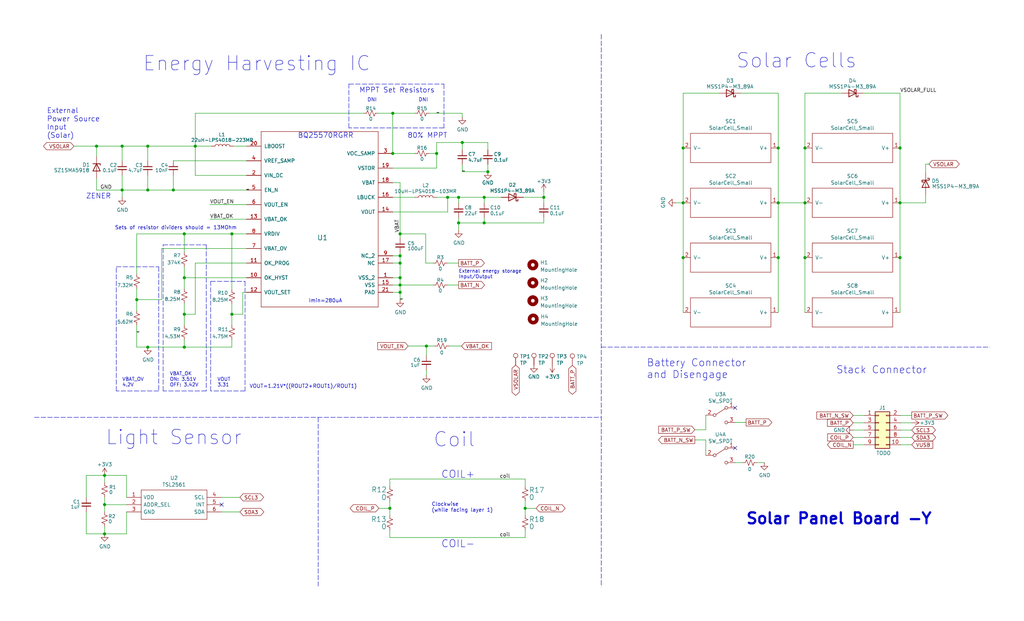
<source format=kicad_sch>
(kicad_sch (version 20211123) (generator eeschema)

  (uuid 16bd6381-8ac0-4bf2-9dce-ecc20c724b8d)

  (paper "USLegal")

  (title_block
    (title "PyCubed Mini")
    (date "2022-06-14")
    (rev "05")
    (company "REx Lab Carnegie Mellon University")
    (comment 1 "Z.Manchester")
    (comment 2 "N.Khera")
    (comment 3 "M.Holliday")
  )

  (lib_symbols
    (symbol "Connector:TestPoint" (pin_numbers hide) (pin_names (offset 0.762) hide) (in_bom yes) (on_board yes)
      (property "Reference" "TP" (id 0) (at 0 6.858 0)
        (effects (font (size 1.27 1.27)))
      )
      (property "Value" "TestPoint" (id 1) (at 0 5.08 0)
        (effects (font (size 1.27 1.27)))
      )
      (property "Footprint" "" (id 2) (at 5.08 0 0)
        (effects (font (size 1.27 1.27)) hide)
      )
      (property "Datasheet" "~" (id 3) (at 5.08 0 0)
        (effects (font (size 1.27 1.27)) hide)
      )
      (property "ki_keywords" "test point tp" (id 4) (at 0 0 0)
        (effects (font (size 1.27 1.27)) hide)
      )
      (property "ki_description" "test point" (id 5) (at 0 0 0)
        (effects (font (size 1.27 1.27)) hide)
      )
      (property "ki_fp_filters" "Pin* Test*" (id 6) (at 0 0 0)
        (effects (font (size 1.27 1.27)) hide)
      )
      (symbol "TestPoint_0_1"
        (circle (center 0 3.302) (radius 0.762)
          (stroke (width 0) (type default) (color 0 0 0 0))
          (fill (type none))
        )
      )
      (symbol "TestPoint_1_1"
        (pin passive line (at 0 0 90) (length 2.54)
          (name "1" (effects (font (size 1.27 1.27))))
          (number "1" (effects (font (size 1.27 1.27))))
        )
      )
    )
    (symbol "Connector_Generic:Conn_02x05_Odd_Even" (pin_names (offset 1.016) hide) (in_bom yes) (on_board yes)
      (property "Reference" "J" (id 0) (at 1.27 7.62 0)
        (effects (font (size 1.27 1.27)))
      )
      (property "Value" "Conn_02x05_Odd_Even" (id 1) (at 1.27 -7.62 0)
        (effects (font (size 1.27 1.27)))
      )
      (property "Footprint" "" (id 2) (at 0 0 0)
        (effects (font (size 1.27 1.27)) hide)
      )
      (property "Datasheet" "~" (id 3) (at 0 0 0)
        (effects (font (size 1.27 1.27)) hide)
      )
      (property "ki_keywords" "connector" (id 4) (at 0 0 0)
        (effects (font (size 1.27 1.27)) hide)
      )
      (property "ki_description" "Generic connector, double row, 02x05, odd/even pin numbering scheme (row 1 odd numbers, row 2 even numbers), script generated (kicad-library-utils/schlib/autogen/connector/)" (id 5) (at 0 0 0)
        (effects (font (size 1.27 1.27)) hide)
      )
      (property "ki_fp_filters" "Connector*:*_2x??_*" (id 6) (at 0 0 0)
        (effects (font (size 1.27 1.27)) hide)
      )
      (symbol "Conn_02x05_Odd_Even_1_1"
        (rectangle (start -1.27 -4.953) (end 0 -5.207)
          (stroke (width 0.1524) (type default) (color 0 0 0 0))
          (fill (type none))
        )
        (rectangle (start -1.27 -2.413) (end 0 -2.667)
          (stroke (width 0.1524) (type default) (color 0 0 0 0))
          (fill (type none))
        )
        (rectangle (start -1.27 0.127) (end 0 -0.127)
          (stroke (width 0.1524) (type default) (color 0 0 0 0))
          (fill (type none))
        )
        (rectangle (start -1.27 2.667) (end 0 2.413)
          (stroke (width 0.1524) (type default) (color 0 0 0 0))
          (fill (type none))
        )
        (rectangle (start -1.27 5.207) (end 0 4.953)
          (stroke (width 0.1524) (type default) (color 0 0 0 0))
          (fill (type none))
        )
        (rectangle (start -1.27 6.35) (end 3.81 -6.35)
          (stroke (width 0.254) (type default) (color 0 0 0 0))
          (fill (type background))
        )
        (rectangle (start 3.81 -4.953) (end 2.54 -5.207)
          (stroke (width 0.1524) (type default) (color 0 0 0 0))
          (fill (type none))
        )
        (rectangle (start 3.81 -2.413) (end 2.54 -2.667)
          (stroke (width 0.1524) (type default) (color 0 0 0 0))
          (fill (type none))
        )
        (rectangle (start 3.81 0.127) (end 2.54 -0.127)
          (stroke (width 0.1524) (type default) (color 0 0 0 0))
          (fill (type none))
        )
        (rectangle (start 3.81 2.667) (end 2.54 2.413)
          (stroke (width 0.1524) (type default) (color 0 0 0 0))
          (fill (type none))
        )
        (rectangle (start 3.81 5.207) (end 2.54 4.953)
          (stroke (width 0.1524) (type default) (color 0 0 0 0))
          (fill (type none))
        )
        (pin passive line (at -5.08 5.08 0) (length 3.81)
          (name "Pin_1" (effects (font (size 1.27 1.27))))
          (number "1" (effects (font (size 1.27 1.27))))
        )
        (pin passive line (at 7.62 -5.08 180) (length 3.81)
          (name "Pin_10" (effects (font (size 1.27 1.27))))
          (number "10" (effects (font (size 1.27 1.27))))
        )
        (pin passive line (at 7.62 5.08 180) (length 3.81)
          (name "Pin_2" (effects (font (size 1.27 1.27))))
          (number "2" (effects (font (size 1.27 1.27))))
        )
        (pin passive line (at -5.08 2.54 0) (length 3.81)
          (name "Pin_3" (effects (font (size 1.27 1.27))))
          (number "3" (effects (font (size 1.27 1.27))))
        )
        (pin passive line (at 7.62 2.54 180) (length 3.81)
          (name "Pin_4" (effects (font (size 1.27 1.27))))
          (number "4" (effects (font (size 1.27 1.27))))
        )
        (pin passive line (at -5.08 0 0) (length 3.81)
          (name "Pin_5" (effects (font (size 1.27 1.27))))
          (number "5" (effects (font (size 1.27 1.27))))
        )
        (pin passive line (at 7.62 0 180) (length 3.81)
          (name "Pin_6" (effects (font (size 1.27 1.27))))
          (number "6" (effects (font (size 1.27 1.27))))
        )
        (pin passive line (at -5.08 -2.54 0) (length 3.81)
          (name "Pin_7" (effects (font (size 1.27 1.27))))
          (number "7" (effects (font (size 1.27 1.27))))
        )
        (pin passive line (at 7.62 -2.54 180) (length 3.81)
          (name "Pin_8" (effects (font (size 1.27 1.27))))
          (number "8" (effects (font (size 1.27 1.27))))
        )
        (pin passive line (at -5.08 -5.08 0) (length 3.81)
          (name "Pin_9" (effects (font (size 1.27 1.27))))
          (number "9" (effects (font (size 1.27 1.27))))
        )
      )
    )
    (symbol "Device:C_Small" (pin_numbers hide) (pin_names (offset 0.254) hide) (in_bom yes) (on_board yes)
      (property "Reference" "C" (id 0) (at 0.254 1.778 0)
        (effects (font (size 1.27 1.27)) (justify left))
      )
      (property "Value" "C_Small" (id 1) (at 0.254 -2.032 0)
        (effects (font (size 1.27 1.27)) (justify left))
      )
      (property "Footprint" "" (id 2) (at 0 0 0)
        (effects (font (size 1.27 1.27)) hide)
      )
      (property "Datasheet" "~" (id 3) (at 0 0 0)
        (effects (font (size 1.27 1.27)) hide)
      )
      (property "ki_keywords" "capacitor cap" (id 4) (at 0 0 0)
        (effects (font (size 1.27 1.27)) hide)
      )
      (property "ki_description" "Unpolarized capacitor, small symbol" (id 5) (at 0 0 0)
        (effects (font (size 1.27 1.27)) hide)
      )
      (property "ki_fp_filters" "C_*" (id 6) (at 0 0 0)
        (effects (font (size 1.27 1.27)) hide)
      )
      (symbol "C_Small_0_1"
        (polyline
          (pts
            (xy -1.524 -0.508)
            (xy 1.524 -0.508)
          )
          (stroke (width 0.3302) (type default) (color 0 0 0 0))
          (fill (type none))
        )
        (polyline
          (pts
            (xy -1.524 0.508)
            (xy 1.524 0.508)
          )
          (stroke (width 0.3048) (type default) (color 0 0 0 0))
          (fill (type none))
        )
      )
      (symbol "C_Small_1_1"
        (pin passive line (at 0 2.54 270) (length 2.032)
          (name "~" (effects (font (size 1.27 1.27))))
          (number "1" (effects (font (size 1.27 1.27))))
        )
        (pin passive line (at 0 -2.54 90) (length 2.032)
          (name "~" (effects (font (size 1.27 1.27))))
          (number "2" (effects (font (size 1.27 1.27))))
        )
      )
    )
    (symbol "Device:D_Schottky" (pin_numbers hide) (pin_names (offset 1.016) hide) (in_bom yes) (on_board yes)
      (property "Reference" "D" (id 0) (at 0 2.54 0)
        (effects (font (size 1.27 1.27)))
      )
      (property "Value" "D_Schottky" (id 1) (at 0 -2.54 0)
        (effects (font (size 1.27 1.27)))
      )
      (property "Footprint" "" (id 2) (at 0 0 0)
        (effects (font (size 1.27 1.27)) hide)
      )
      (property "Datasheet" "~" (id 3) (at 0 0 0)
        (effects (font (size 1.27 1.27)) hide)
      )
      (property "ki_keywords" "diode Schottky" (id 4) (at 0 0 0)
        (effects (font (size 1.27 1.27)) hide)
      )
      (property "ki_description" "Schottky diode" (id 5) (at 0 0 0)
        (effects (font (size 1.27 1.27)) hide)
      )
      (property "ki_fp_filters" "TO-???* *_Diode_* *SingleDiode* D_*" (id 6) (at 0 0 0)
        (effects (font (size 1.27 1.27)) hide)
      )
      (symbol "D_Schottky_0_1"
        (polyline
          (pts
            (xy 1.27 0)
            (xy -1.27 0)
          )
          (stroke (width 0) (type default) (color 0 0 0 0))
          (fill (type none))
        )
        (polyline
          (pts
            (xy 1.27 1.27)
            (xy 1.27 -1.27)
            (xy -1.27 0)
            (xy 1.27 1.27)
          )
          (stroke (width 0.254) (type default) (color 0 0 0 0))
          (fill (type none))
        )
        (polyline
          (pts
            (xy -1.905 0.635)
            (xy -1.905 1.27)
            (xy -1.27 1.27)
            (xy -1.27 -1.27)
            (xy -0.635 -1.27)
            (xy -0.635 -0.635)
          )
          (stroke (width 0.254) (type default) (color 0 0 0 0))
          (fill (type none))
        )
      )
      (symbol "D_Schottky_1_1"
        (pin passive line (at -3.81 0 0) (length 2.54)
          (name "K" (effects (font (size 1.27 1.27))))
          (number "1" (effects (font (size 1.27 1.27))))
        )
        (pin passive line (at 3.81 0 180) (length 2.54)
          (name "A" (effects (font (size 1.27 1.27))))
          (number "2" (effects (font (size 1.27 1.27))))
        )
      )
    )
    (symbol "Device:L" (pin_numbers hide) (pin_names (offset 1.016) hide) (in_bom yes) (on_board yes)
      (property "Reference" "L" (id 0) (at -1.27 0 90)
        (effects (font (size 1.27 1.27)))
      )
      (property "Value" "L" (id 1) (at 1.905 0 90)
        (effects (font (size 1.27 1.27)))
      )
      (property "Footprint" "" (id 2) (at 0 0 0)
        (effects (font (size 1.27 1.27)) hide)
      )
      (property "Datasheet" "~" (id 3) (at 0 0 0)
        (effects (font (size 1.27 1.27)) hide)
      )
      (property "ki_keywords" "inductor choke coil reactor magnetic" (id 4) (at 0 0 0)
        (effects (font (size 1.27 1.27)) hide)
      )
      (property "ki_description" "Inductor" (id 5) (at 0 0 0)
        (effects (font (size 1.27 1.27)) hide)
      )
      (property "ki_fp_filters" "Choke_* *Coil* Inductor_* L_*" (id 6) (at 0 0 0)
        (effects (font (size 1.27 1.27)) hide)
      )
      (symbol "L_0_1"
        (arc (start 0 -2.54) (mid 0.635 -1.905) (end 0 -1.27)
          (stroke (width 0) (type default) (color 0 0 0 0))
          (fill (type none))
        )
        (arc (start 0 -1.27) (mid 0.635 -0.635) (end 0 0)
          (stroke (width 0) (type default) (color 0 0 0 0))
          (fill (type none))
        )
        (arc (start 0 0) (mid 0.635 0.635) (end 0 1.27)
          (stroke (width 0) (type default) (color 0 0 0 0))
          (fill (type none))
        )
        (arc (start 0 1.27) (mid 0.635 1.905) (end 0 2.54)
          (stroke (width 0) (type default) (color 0 0 0 0))
          (fill (type none))
        )
      )
      (symbol "L_1_1"
        (pin passive line (at 0 3.81 270) (length 1.27)
          (name "1" (effects (font (size 1.27 1.27))))
          (number "1" (effects (font (size 1.27 1.27))))
        )
        (pin passive line (at 0 -3.81 90) (length 1.27)
          (name "2" (effects (font (size 1.27 1.27))))
          (number "2" (effects (font (size 1.27 1.27))))
        )
      )
    )
    (symbol "Device:R_Small_US" (pin_numbers hide) (pin_names (offset 0.254) hide) (in_bom yes) (on_board yes)
      (property "Reference" "R" (id 0) (at 0.762 0.508 0)
        (effects (font (size 1.27 1.27)) (justify left))
      )
      (property "Value" "R_Small_US" (id 1) (at 0.762 -1.016 0)
        (effects (font (size 1.27 1.27)) (justify left))
      )
      (property "Footprint" "" (id 2) (at 0 0 0)
        (effects (font (size 1.27 1.27)) hide)
      )
      (property "Datasheet" "~" (id 3) (at 0 0 0)
        (effects (font (size 1.27 1.27)) hide)
      )
      (property "ki_keywords" "r resistor" (id 4) (at 0 0 0)
        (effects (font (size 1.27 1.27)) hide)
      )
      (property "ki_description" "Resistor, small US symbol" (id 5) (at 0 0 0)
        (effects (font (size 1.27 1.27)) hide)
      )
      (property "ki_fp_filters" "R_*" (id 6) (at 0 0 0)
        (effects (font (size 1.27 1.27)) hide)
      )
      (symbol "R_Small_US_1_1"
        (polyline
          (pts
            (xy 0 0)
            (xy 1.016 -0.381)
            (xy 0 -0.762)
            (xy -1.016 -1.143)
            (xy 0 -1.524)
          )
          (stroke (width 0) (type default) (color 0 0 0 0))
          (fill (type none))
        )
        (polyline
          (pts
            (xy 0 1.524)
            (xy 1.016 1.143)
            (xy 0 0.762)
            (xy -1.016 0.381)
            (xy 0 0)
          )
          (stroke (width 0) (type default) (color 0 0 0 0))
          (fill (type none))
        )
        (pin passive line (at 0 2.54 270) (length 1.016)
          (name "~" (effects (font (size 1.27 1.27))))
          (number "1" (effects (font (size 1.27 1.27))))
        )
        (pin passive line (at 0 -2.54 90) (length 1.016)
          (name "~" (effects (font (size 1.27 1.27))))
          (number "2" (effects (font (size 1.27 1.27))))
        )
      )
    )
    (symbol "Diode:Z1SMAxxx" (pin_numbers hide) (pin_names hide) (in_bom yes) (on_board yes)
      (property "Reference" "D" (id 0) (at 0 2.54 0)
        (effects (font (size 1.27 1.27)))
      )
      (property "Value" "Z1SMAxxx" (id 1) (at 0 -2.54 0)
        (effects (font (size 1.27 1.27)))
      )
      (property "Footprint" "Diode_SMD:D_SMA" (id 2) (at 0 -4.445 0)
        (effects (font (size 1.27 1.27)) hide)
      )
      (property "Datasheet" "https://diotec.com/tl_files/diotec/files/pdf/datasheets/z1sma1.pdf" (id 3) (at 0 0 0)
        (effects (font (size 1.27 1.27)) hide)
      )
      (property "ki_keywords" "zener diode" (id 4) (at 0 0 0)
        (effects (font (size 1.27 1.27)) hide)
      )
      (property "ki_description" "1000mW Zener Diode, SMA(DO-214AC)" (id 5) (at 0 0 0)
        (effects (font (size 1.27 1.27)) hide)
      )
      (property "ki_fp_filters" "D?SMA*" (id 6) (at 0 0 0)
        (effects (font (size 1.27 1.27)) hide)
      )
      (symbol "Z1SMAxxx_0_1"
        (polyline
          (pts
            (xy 1.27 0)
            (xy -1.27 0)
          )
          (stroke (width 0) (type default) (color 0 0 0 0))
          (fill (type none))
        )
        (polyline
          (pts
            (xy -1.27 -1.27)
            (xy -1.27 1.27)
            (xy -0.762 1.27)
          )
          (stroke (width 0.254) (type default) (color 0 0 0 0))
          (fill (type none))
        )
        (polyline
          (pts
            (xy 1.27 -1.27)
            (xy 1.27 1.27)
            (xy -1.27 0)
            (xy 1.27 -1.27)
          )
          (stroke (width 0.254) (type default) (color 0 0 0 0))
          (fill (type none))
        )
      )
      (symbol "Z1SMAxxx_1_1"
        (pin passive line (at -3.81 0 0) (length 2.54)
          (name "K" (effects (font (size 1.27 1.27))))
          (number "1" (effects (font (size 1.27 1.27))))
        )
        (pin passive line (at 3.81 0 180) (length 2.54)
          (name "A" (effects (font (size 1.27 1.27))))
          (number "2" (effects (font (size 1.27 1.27))))
        )
      )
    )
    (symbol "Mechanical:MountingHole" (pin_names (offset 1.016)) (in_bom yes) (on_board yes)
      (property "Reference" "H" (id 0) (at 0 5.08 0)
        (effects (font (size 1.27 1.27)))
      )
      (property "Value" "MountingHole" (id 1) (at 0 3.175 0)
        (effects (font (size 1.27 1.27)))
      )
      (property "Footprint" "" (id 2) (at 0 0 0)
        (effects (font (size 1.27 1.27)) hide)
      )
      (property "Datasheet" "~" (id 3) (at 0 0 0)
        (effects (font (size 1.27 1.27)) hide)
      )
      (property "ki_keywords" "mounting hole" (id 4) (at 0 0 0)
        (effects (font (size 1.27 1.27)) hide)
      )
      (property "ki_description" "Mounting Hole without connection" (id 5) (at 0 0 0)
        (effects (font (size 1.27 1.27)) hide)
      )
      (property "ki_fp_filters" "MountingHole*" (id 6) (at 0 0 0)
        (effects (font (size 1.27 1.27)) hide)
      )
      (symbol "MountingHole_0_1"
        (circle (center 0 0) (radius 1.27)
          (stroke (width 1.27) (type default) (color 0 0 0 0))
          (fill (type none))
        )
      )
    )
    (symbol "Switch:SW_DPDT_x2" (pin_names (offset 0) hide) (in_bom yes) (on_board yes)
      (property "Reference" "SW" (id 0) (at 0 4.318 0)
        (effects (font (size 1.27 1.27)))
      )
      (property "Value" "SW_DPDT_x2" (id 1) (at 0 -5.08 0)
        (effects (font (size 1.27 1.27)))
      )
      (property "Footprint" "" (id 2) (at 0 0 0)
        (effects (font (size 1.27 1.27)) hide)
      )
      (property "Datasheet" "~" (id 3) (at 0 0 0)
        (effects (font (size 1.27 1.27)) hide)
      )
      (property "ki_keywords" "switch dual-pole double-throw DPDT spdt ON-ON" (id 4) (at 0 0 0)
        (effects (font (size 1.27 1.27)) hide)
      )
      (property "ki_description" "Switch, dual pole double throw, separate symbols" (id 5) (at 0 0 0)
        (effects (font (size 1.27 1.27)) hide)
      )
      (property "ki_fp_filters" "SW*DPDT*" (id 6) (at 0 0 0)
        (effects (font (size 1.27 1.27)) hide)
      )
      (symbol "SW_DPDT_x2_0_0"
        (circle (center -2.032 0) (radius 0.508)
          (stroke (width 0) (type default) (color 0 0 0 0))
          (fill (type none))
        )
        (circle (center 2.032 -2.54) (radius 0.508)
          (stroke (width 0) (type default) (color 0 0 0 0))
          (fill (type none))
        )
      )
      (symbol "SW_DPDT_x2_0_1"
        (polyline
          (pts
            (xy -1.524 0.254)
            (xy 1.651 2.286)
          )
          (stroke (width 0) (type default) (color 0 0 0 0))
          (fill (type none))
        )
        (circle (center 2.032 2.54) (radius 0.508)
          (stroke (width 0) (type default) (color 0 0 0 0))
          (fill (type none))
        )
      )
      (symbol "SW_DPDT_x2_1_1"
        (pin passive line (at 5.08 2.54 180) (length 2.54)
          (name "A" (effects (font (size 1.27 1.27))))
          (number "1" (effects (font (size 1.27 1.27))))
        )
        (pin passive line (at -5.08 0 0) (length 2.54)
          (name "B" (effects (font (size 1.27 1.27))))
          (number "2" (effects (font (size 1.27 1.27))))
        )
        (pin passive line (at 5.08 -2.54 180) (length 2.54)
          (name "C" (effects (font (size 1.27 1.27))))
          (number "3" (effects (font (size 1.27 1.27))))
        )
      )
      (symbol "SW_DPDT_x2_2_1"
        (pin passive line (at 5.08 2.54 180) (length 2.54)
          (name "A" (effects (font (size 1.27 1.27))))
          (number "4" (effects (font (size 1.27 1.27))))
        )
        (pin passive line (at -5.08 0 0) (length 2.54)
          (name "B" (effects (font (size 1.27 1.27))))
          (number "5" (effects (font (size 1.27 1.27))))
        )
        (pin passive line (at 5.08 -2.54 180) (length 2.54)
          (name "C" (effects (font (size 1.27 1.27))))
          (number "6" (effects (font (size 1.27 1.27))))
        )
      )
    )
    (symbol "power:+3V3" (power) (pin_names (offset 0)) (in_bom yes) (on_board yes)
      (property "Reference" "#PWR" (id 0) (at 0 -3.81 0)
        (effects (font (size 1.27 1.27)) hide)
      )
      (property "Value" "+3V3" (id 1) (at 0 3.556 0)
        (effects (font (size 1.27 1.27)))
      )
      (property "Footprint" "" (id 2) (at 0 0 0)
        (effects (font (size 1.27 1.27)) hide)
      )
      (property "Datasheet" "" (id 3) (at 0 0 0)
        (effects (font (size 1.27 1.27)) hide)
      )
      (property "ki_keywords" "power-flag" (id 4) (at 0 0 0)
        (effects (font (size 1.27 1.27)) hide)
      )
      (property "ki_description" "Power symbol creates a global label with name \"+3V3\"" (id 5) (at 0 0 0)
        (effects (font (size 1.27 1.27)) hide)
      )
      (symbol "+3V3_0_1"
        (polyline
          (pts
            (xy -0.762 1.27)
            (xy 0 2.54)
          )
          (stroke (width 0) (type default) (color 0 0 0 0))
          (fill (type none))
        )
        (polyline
          (pts
            (xy 0 0)
            (xy 0 2.54)
          )
          (stroke (width 0) (type default) (color 0 0 0 0))
          (fill (type none))
        )
        (polyline
          (pts
            (xy 0 2.54)
            (xy 0.762 1.27)
          )
          (stroke (width 0) (type default) (color 0 0 0 0))
          (fill (type none))
        )
      )
      (symbol "+3V3_1_1"
        (pin power_in line (at 0 0 90) (length 0) hide
          (name "+3V3" (effects (font (size 1.27 1.27))))
          (number "1" (effects (font (size 1.27 1.27))))
        )
      )
    )
    (symbol "power:GND" (power) (pin_names (offset 0)) (in_bom yes) (on_board yes)
      (property "Reference" "#PWR" (id 0) (at 0 -6.35 0)
        (effects (font (size 1.27 1.27)) hide)
      )
      (property "Value" "GND" (id 1) (at 0 -3.81 0)
        (effects (font (size 1.27 1.27)))
      )
      (property "Footprint" "" (id 2) (at 0 0 0)
        (effects (font (size 1.27 1.27)) hide)
      )
      (property "Datasheet" "" (id 3) (at 0 0 0)
        (effects (font (size 1.27 1.27)) hide)
      )
      (property "ki_keywords" "power-flag" (id 4) (at 0 0 0)
        (effects (font (size 1.27 1.27)) hide)
      )
      (property "ki_description" "Power symbol creates a global label with name \"GND\" , ground" (id 5) (at 0 0 0)
        (effects (font (size 1.27 1.27)) hide)
      )
      (symbol "GND_0_1"
        (polyline
          (pts
            (xy 0 0)
            (xy 0 -1.27)
            (xy 1.27 -1.27)
            (xy 0 -2.54)
            (xy -1.27 -1.27)
            (xy 0 -1.27)
          )
          (stroke (width 0) (type default) (color 0 0 0 0))
          (fill (type none))
        )
      )
      (symbol "GND_1_1"
        (pin power_in line (at 0 0 270) (length 0) hide
          (name "GND" (effects (font (size 1.27 1.27))))
          (number "1" (effects (font (size 1.27 1.27))))
        )
      )
    )
    (symbol "solarpanels:BQ25570RGRR" (pin_names (offset 1.016)) (in_bom yes) (on_board yes)
      (property "Reference" "U" (id 0) (at -4.7244 1.4986 0)
        (effects (font (size 1.7526 1.7526)) (justify left bottom))
      )
      (property "Value" "BQ25570RGRR" (id 1) (at -5.3594 -1.0414 0)
        (effects (font (size 1.7526 1.7526)) (justify left bottom))
      )
      (property "Footprint" "solarpanels:QFN50P350X350X100-21N-D" (id 2) (at 0 0 0)
        (effects (font (size 1.27 1.27)) hide)
      )
      (property "Datasheet" "" (id 3) (at 0 0 0)
        (effects (font (size 1.27 1.27)) hide)
      )
      (symbol "BQ25570RGRR_1_0"
        (polyline
          (pts
            (xy -20.32 -30.48)
            (xy 20.32 -30.48)
          )
          (stroke (width 0) (type default) (color 0 0 0 0))
          (fill (type none))
        )
        (polyline
          (pts
            (xy -20.32 30.48)
            (xy -20.32 -30.48)
          )
          (stroke (width 0) (type default) (color 0 0 0 0))
          (fill (type none))
        )
        (polyline
          (pts
            (xy 20.32 -30.48)
            (xy 20.32 30.48)
          )
          (stroke (width 0) (type default) (color 0 0 0 0))
          (fill (type none))
        )
        (polyline
          (pts
            (xy 20.32 30.48)
            (xy -20.32 30.48)
          )
          (stroke (width 0) (type default) (color 0 0 0 0))
          (fill (type none))
        )
        (pin power_in line (at 25.4 -20.32 180) (length 5.08)
          (name "VSS_2" (effects (font (size 1.27 1.27))))
          (number "1" (effects (font (size 1.27 1.27))))
        )
        (pin input line (at -25.4 -20.32 0) (length 5.08)
          (name "OK_HYST" (effects (font (size 1.27 1.27))))
          (number "10" (effects (font (size 1.27 1.27))))
        )
        (pin input line (at -25.4 -15.24 0) (length 5.08)
          (name "OK_PROG" (effects (font (size 1.27 1.27))))
          (number "11" (effects (font (size 1.27 1.27))))
        )
        (pin input line (at -25.4 -25.4 0) (length 5.08)
          (name "VOUT_SET" (effects (font (size 1.27 1.27))))
          (number "12" (effects (font (size 1.27 1.27))))
        )
        (pin output line (at -25.4 0 0) (length 5.08)
          (name "VBAT_OK" (effects (font (size 1.27 1.27))))
          (number "13" (effects (font (size 1.27 1.27))))
        )
        (pin power_in line (at 25.4 2.54 180) (length 5.08)
          (name "VOUT" (effects (font (size 1.27 1.27))))
          (number "14" (effects (font (size 1.27 1.27))))
        )
        (pin power_in line (at 25.4 -22.86 180) (length 5.08)
          (name "VSS" (effects (font (size 1.27 1.27))))
          (number "15" (effects (font (size 1.27 1.27))))
        )
        (pin passive line (at 25.4 7.62 180) (length 5.08)
          (name "LBUCK" (effects (font (size 1.27 1.27))))
          (number "16" (effects (font (size 1.27 1.27))))
        )
        (pin passive line (at 25.4 -15.24 180) (length 5.08)
          (name "NC" (effects (font (size 1.27 1.27))))
          (number "17" (effects (font (size 1.27 1.27))))
        )
        (pin bidirectional line (at 25.4 12.7 180) (length 5.08)
          (name "VBAT" (effects (font (size 1.27 1.27))))
          (number "18" (effects (font (size 1.27 1.27))))
        )
        (pin power_in line (at 25.4 17.78 180) (length 5.08)
          (name "VSTOR" (effects (font (size 1.27 1.27))))
          (number "19" (effects (font (size 1.27 1.27))))
        )
        (pin power_in line (at -25.4 15.24 0) (length 5.08)
          (name "VIN_DC" (effects (font (size 1.27 1.27))))
          (number "2" (effects (font (size 1.27 1.27))))
        )
        (pin input line (at -25.4 25.4 0) (length 5.08)
          (name "LBOOST" (effects (font (size 1.27 1.27))))
          (number "20" (effects (font (size 1.27 1.27))))
        )
        (pin power_in line (at 25.4 -25.4 180) (length 5.08)
          (name "PAD" (effects (font (size 1.27 1.27))))
          (number "21" (effects (font (size 1.27 1.27))))
        )
        (pin input line (at 25.4 22.86 180) (length 5.08)
          (name "VOC_SAMP" (effects (font (size 1.27 1.27))))
          (number "3" (effects (font (size 1.27 1.27))))
        )
        (pin input line (at -25.4 20.32 0) (length 5.08)
          (name "VREF_SAMP" (effects (font (size 1.27 1.27))))
          (number "4" (effects (font (size 1.27 1.27))))
        )
        (pin input line (at -25.4 10.16 0) (length 5.08)
          (name "EN_N" (effects (font (size 1.27 1.27))))
          (number "5" (effects (font (size 1.27 1.27))))
        )
        (pin input line (at -25.4 5.08 0) (length 5.08)
          (name "VOUT_EN" (effects (font (size 1.27 1.27))))
          (number "6" (effects (font (size 1.27 1.27))))
        )
        (pin input line (at -25.4 -10.16 0) (length 5.08)
          (name "VBAT_OV" (effects (font (size 1.27 1.27))))
          (number "7" (effects (font (size 1.27 1.27))))
        )
        (pin output line (at -25.4 -5.08 0) (length 5.08)
          (name "VRDIV" (effects (font (size 1.27 1.27))))
          (number "8" (effects (font (size 1.27 1.27))))
        )
        (pin power_in line (at 25.4 -12.7 180) (length 5.08)
          (name "NC_2" (effects (font (size 1.27 1.27))))
          (number "9" (effects (font (size 1.27 1.27))))
        )
      )
    )
    (symbol "solarpanels:SolarCell_Small" (pin_names (offset 1.016)) (in_bom yes) (on_board yes)
      (property "Reference" "SC" (id 0) (at 0 -1.27 0)
        (effects (font (size 1.27 1.27)))
      )
      (property "Value" "SolarCell_Small" (id 1) (at 0 1.27 0)
        (effects (font (size 1.27 1.27)))
      )
      (property "Footprint" "solarpanels:KXOB25-05X3F" (id 2) (at 0 6.35 0)
        (effects (font (size 1.27 1.27)) hide)
      )
      (property "Datasheet" "" (id 3) (at 5.08 0 90)
        (effects (font (size 1.27 1.27)) hide)
      )
      (symbol "SolarCell_Small_0_1"
        (rectangle (start -13.97 -5.08) (end 13.97 5.08)
          (stroke (width 0) (type default) (color 0 0 0 0))
          (fill (type none))
        )
      )
      (symbol "SolarCell_Small_1_1"
        (pin bidirectional line (at -16.51 0 0) (length 2.54)
          (name "V+" (effects (font (size 1.27 1.27))))
          (number "1" (effects (font (size 1.27 1.27))))
        )
        (pin bidirectional line (at 16.51 0 180) (length 2.54)
          (name "V-" (effects (font (size 1.27 1.27))))
          (number "2" (effects (font (size 1.27 1.27))))
        )
      )
    )
    (symbol "solarpanels:symbols_TSL2561" (pin_names (offset 0.762)) (in_bom yes) (on_board yes)
      (property "Reference" "IC" (id 0) (at 29.21 7.62 0)
        (effects (font (size 1.27 1.27)) (justify left))
      )
      (property "Value" "symbols_TSL2561" (id 1) (at 29.21 5.08 0)
        (effects (font (size 1.27 1.27)) (justify left))
      )
      (property "Footprint" "solarpanels:TSL2561" (id 2) (at 29.21 2.54 0)
        (effects (font (size 1.27 1.27)) (justify left) hide)
      )
      (property "Datasheet" "https://ams.com/documents/20143/36005/TSL2561_DS000110_3-00.pdf/18a41097-2035-4333-c70e-bfa544c0a98b" (id 3) (at 29.21 0 0)
        (effects (font (size 1.27 1.27)) (justify left) hide)
      )
      (property "Description" "Light-to-Digital Converter" (id 4) (at 29.21 -2.54 0)
        (effects (font (size 1.27 1.27)) (justify left) hide)
      )
      (property "Height" "1.55" (id 5) (at 29.21 -5.08 0)
        (effects (font (size 1.27 1.27)) (justify left) hide)
      )
      (property "Manufacturer_Name" "ams" (id 6) (at 29.21 -7.62 0)
        (effects (font (size 1.27 1.27)) (justify left) hide)
      )
      (property "Manufacturer_Part_Number" "TSL2561" (id 7) (at 29.21 -10.16 0)
        (effects (font (size 1.27 1.27)) (justify left) hide)
      )
      (property "Mouser Part Number" "N/A" (id 8) (at 29.21 -12.7 0)
        (effects (font (size 1.27 1.27)) (justify left) hide)
      )
      (property "Mouser Price/Stock" "https://www.mouser.com/Search/Refine.aspx?Keyword=N%2FA" (id 9) (at 29.21 -15.24 0)
        (effects (font (size 1.27 1.27)) (justify left) hide)
      )
      (symbol "symbols_TSL2561_0_0"
        (pin unspecified line (at 0 0 0) (length 5.08)
          (name "VDD" (effects (font (size 1.27 1.27))))
          (number "1" (effects (font (size 1.27 1.27))))
        )
        (pin unspecified line (at 0 -2.54 0) (length 5.08)
          (name "ADDR_SEL" (effects (font (size 1.27 1.27))))
          (number "2" (effects (font (size 1.27 1.27))))
        )
        (pin unspecified line (at 0 -5.08 0) (length 5.08)
          (name "GND" (effects (font (size 1.27 1.27))))
          (number "3" (effects (font (size 1.27 1.27))))
        )
        (pin unspecified line (at 33.02 0 180) (length 5.08)
          (name "SCL" (effects (font (size 1.27 1.27))))
          (number "4" (effects (font (size 1.27 1.27))))
        )
        (pin unspecified line (at 33.02 -2.54 180) (length 5.08)
          (name "INT" (effects (font (size 1.27 1.27))))
          (number "5" (effects (font (size 1.27 1.27))))
        )
        (pin unspecified line (at 33.02 -5.08 180) (length 5.08)
          (name "SDA" (effects (font (size 1.27 1.27))))
          (number "6" (effects (font (size 1.27 1.27))))
        )
      )
      (symbol "symbols_TSL2561_0_1"
        (polyline
          (pts
            (xy 5.08 2.54)
            (xy 27.94 2.54)
            (xy 27.94 -7.62)
            (xy 5.08 -7.62)
            (xy 5.08 2.54)
          )
          (stroke (width 0.1524) (type default) (color 0 0 0 0))
          (fill (type none))
        )
      )
    )
  )

  (junction (at 148.082 120.269) (diameter 0) (color 0 0 0 0)
    (uuid 03eec861-9186-49c0-9e0a-d0e0594a46d9)
  )
  (junction (at 138.938 88.9) (diameter 0) (color 0 0 0 0)
    (uuid 0cc45b5b-96b3-4284-9cae-a3a9e324a916)
  )
  (junction (at 270.256 70.485) (diameter 0) (color 0 0 0 0)
    (uuid 15a82541-58d8-45b5-99c5-fb52e017e3ea)
  )
  (junction (at 237.236 89.535) (diameter 0) (color 0 0 0 0)
    (uuid 262cb0f3-9431-40c7-85ff-3b54e3e8a139)
  )
  (junction (at 64.008 96.52) (diameter 0) (color 0 0 0 0)
    (uuid 2891767f-251c-48c4-91c0-deb1b368f45c)
  )
  (junction (at 168.148 68.58) (diameter 0) (color 0 0 0 0)
    (uuid 310a5d98-5fa6-4702-a605-c40f7b3e6bde)
  )
  (junction (at 138.938 91.44) (diameter 0) (color 0 0 0 0)
    (uuid 31540a7e-dc9e-4e4d-96b1-dab15efa5f4b)
  )
  (junction (at 237.236 51.435) (diameter 0) (color 0 0 0 0)
    (uuid 34c0bee6-7425-4435-8857-d1fe8dfb6d89)
  )
  (junction (at 279.527 51.435) (diameter 0) (color 0 0 0 0)
    (uuid 363945f6-fbef-42be-99cf-4a8a48434d92)
  )
  (junction (at 51.308 120.65) (diameter 0) (color 0 0 0 0)
    (uuid 3c5e5ea9-793d-46e3-86bc-5884c4490dc7)
  )
  (junction (at 312.547 70.485) (diameter 0) (color 0 0 0 0)
    (uuid 3d6cdd62-5634-4e30-acf8-1b9c1dbf6653)
  )
  (junction (at 42.418 50.8) (diameter 0) (color 0 0 0 0)
    (uuid 3f43d730-2a73-49fe-9672-32428e7f5b49)
  )
  (junction (at 64.008 109.22) (diameter 0) (color 0 0 0 0)
    (uuid 411d4270-c66c-4318-b7fb-1470d34862b8)
  )
  (junction (at 136.398 39.37) (diameter 0) (color 0 0 0 0)
    (uuid 4f411f68-04bd-4175-a406-bcaa4cf6601e)
  )
  (junction (at 33.528 50.8) (diameter 0) (color 0 0 0 0)
    (uuid 51f15f14-0983-4810-bb48-c74b4c14ca6d)
  )
  (junction (at 312.547 51.435) (diameter 0) (color 0 0 0 0)
    (uuid 54855a96-6092-4b76-9222-68a1ef1fb543)
  )
  (junction (at 159.258 68.58) (diameter 0) (color 0 0 0 0)
    (uuid 63247fa2-a471-487e-9eda-d491fb809df9)
  )
  (junction (at 36.322 185.547) (diameter 0) (color 0 0 0 0)
    (uuid 644ae9fc-3c8e-4089-866e-a12bf371c3e9)
  )
  (junction (at 188.849 68.58) (diameter 0) (color 0 0 0 0)
    (uuid 69b72bf7-d3b5-45db-a097-a3b90b6f65b4)
  )
  (junction (at 42.418 66.04) (diameter 0) (color 0 0 0 0)
    (uuid 752417ee-7d0b-4ac8-a22c-26669881a2ab)
  )
  (junction (at 138.938 81.28) (diameter 0) (color 0 0 0 0)
    (uuid 77c3d9b8-dac2-4351-838b-1bd3fa6981f9)
  )
  (junction (at 270.256 89.535) (diameter 0) (color 0 0 0 0)
    (uuid 8224b22f-d9df-4ec7-b4a0-051f0f1da89c)
  )
  (junction (at 138.938 96.52) (diameter 0) (color 0 0 0 0)
    (uuid 8c1605f9-6c91-4701-96bf-e753661d5e23)
  )
  (junction (at 136.398 53.34) (diameter 0) (color 0 0 0 0)
    (uuid 8fc062a7-114d-48eb-a8f8-71128838f380)
  )
  (junction (at 160.528 49.53) (diameter 0) (color 0 0 0 0)
    (uuid 9a0b74a5-4879-4b51-8e8e-6d85a0107422)
  )
  (junction (at 155.448 68.58) (diameter 0) (color 0 0 0 0)
    (uuid 9b18f915-82e8-435e-95d8-d31c24a00d5d)
  )
  (junction (at 51.308 50.8) (diameter 0) (color 0 0 0 0)
    (uuid a24ce0e2-fdd3-4e6a-b754-5dee9713dd27)
  )
  (junction (at 237.236 70.485) (diameter 0) (color 0 0 0 0)
    (uuid a5c8e189-1ddc-4a66-984b-e0fd1529d346)
  )
  (junction (at 36.322 165.227) (diameter 0) (color 0 0 0 0)
    (uuid a8447faf-e0a0-4c4a-ae53-4d4b28669151)
  )
  (junction (at 80.518 81.28) (diameter 0) (color 0 0 0 0)
    (uuid b00bf4f6-0bc3-4ee8-a0f7-94e399e7f666)
  )
  (junction (at 64.008 120.65) (diameter 0) (color 0 0 0 0)
    (uuid b4fa7b02-bd31-4bd7-acce-d1e187f2778c)
  )
  (junction (at 60.198 66.04) (diameter 0) (color 0 0 0 0)
    (uuid b5071759-a4d7-4769-be02-251f23cd4454)
  )
  (junction (at 64.008 81.28) (diameter 0) (color 0 0 0 0)
    (uuid b52d6ff3-fef1-496e-8dd5-ebb89b6bce6a)
  )
  (junction (at 80.518 109.22) (diameter 0) (color 0 0 0 0)
    (uuid b6cd701f-4223-4e72-a305-466869ccb250)
  )
  (junction (at 67.818 50.8) (diameter 0) (color 0 0 0 0)
    (uuid b8ab074b-3049-402c-8fa3-3dc465cd905a)
  )
  (junction (at 182.372 176.657) (diameter 0) (color 0 0 0 0)
    (uuid b9197782-2ffd-4b33-8552-cba17c58f9ef)
  )
  (junction (at 135.382 176.657) (diameter 0) (color 0 0 0 0)
    (uuid babde64a-a005-4ac3-b17c-2613e478d63d)
  )
  (junction (at 47.498 104.14) (diameter 0) (color 0 0 0 0)
    (uuid c0c2eb8e-f6d1-4506-8e6b-4f995ad74c1f)
  )
  (junction (at 36.322 175.387) (diameter 0) (color 0 0 0 0)
    (uuid c99b8be3-a17c-4492-8d30-aa9fab4c7d92)
  )
  (junction (at 312.547 89.535) (diameter 0) (color 0 0 0 0)
    (uuid c9e8239f-0d62-40b1-a513-c30eeaa8ad0d)
  )
  (junction (at 51.308 66.04) (diameter 0) (color 0 0 0 0)
    (uuid cada57e2-1fa7-4b9d-a2a0-2218773d5c50)
  )
  (junction (at 159.258 77.47) (diameter 0) (color 0 0 0 0)
    (uuid cee8f08f-12c9-4c76-a86c-0f8bf3c4fa5b)
  )
  (junction (at 168.148 77.47) (diameter 0) (color 0 0 0 0)
    (uuid e5c4ccf1-d677-4dc1-893a-7f62aefb382e)
  )
  (junction (at 138.938 99.06) (diameter 0) (color 0 0 0 0)
    (uuid f1447ad6-651c-45be-a2d6-33bddf672c2c)
  )
  (junction (at 270.256 51.435) (diameter 0) (color 0 0 0 0)
    (uuid f5c43e09-08d6-4a29-a53a-3b9ea7fb34cd)
  )
  (junction (at 279.527 70.485) (diameter 0) (color 0 0 0 0)
    (uuid f6983918-fe05-46ea-b355-bc522ec53440)
  )
  (junction (at 138.938 101.6) (diameter 0) (color 0 0 0 0)
    (uuid f6c644f4-3036-41a6-9e14-2c08c079c6cd)
  )
  (junction (at 169.418 59.69) (diameter 0) (color 0 0 0 0)
    (uuid f7667b23-296e-4362-a7e3-949632c8954b)
  )
  (junction (at 151.638 53.34) (diameter 0) (color 0 0 0 0)
    (uuid f7b6beb1-9dcd-4eed-b501-c9bc9ca7578a)
  )
  (junction (at 279.527 89.535) (diameter 0) (color 0 0 0 0)
    (uuid fdcd9b54-3236-4ed8-b1fd-71b401609e3a)
  )

  (no_connect (at 255.27 141.732) (uuid 4cea0ba1-3b8f-4839-a3c9-f106d70a853b))
  (no_connect (at 255.27 155.702) (uuid 4cea0ba1-3b8f-4839-a3c9-f106d70a853c))
  (no_connect (at 76.962 175.387) (uuid 814763c2-92e5-4a2c-941c-9bbd073f6e87))

  (wire (pts (xy 147.828 91.44) (xy 150.368 91.44))
    (stroke (width 0) (type default) (color 0 0 0 0))
    (uuid 001d58bf-4340-4323-9d65-7ba751ef4cea)
  )
  (wire (pts (xy 135.382 176.657) (xy 135.382 179.197))
    (stroke (width 0) (type default) (color 0 0 0 0))
    (uuid 0086b27a-5963-4ab6-a2d7-d4883563a862)
  )
  (wire (pts (xy 47.498 81.28) (xy 47.498 95.25))
    (stroke (width 0) (type default) (color 0 0 0 0))
    (uuid 009b5465-0a65-4237-93e7-eb65321eeb18)
  )
  (wire (pts (xy 47.498 104.14) (xy 56.134 104.14))
    (stroke (width 0) (type default) (color 0 0 0 0))
    (uuid 00e38d63-5436-49db-81f5-697421f168fc)
  )
  (wire (pts (xy 64.008 81.28) (xy 47.498 81.28))
    (stroke (width 0) (type default) (color 0 0 0 0))
    (uuid 00f3ea8b-8a54-4e56-84ff-d98f6c00496c)
  )
  (wire (pts (xy 147.828 81.28) (xy 138.938 81.28))
    (stroke (width 0) (type default) (color 0 0 0 0))
    (uuid 026ac84e-b8b2-4dd2-b675-8323c24fd778)
  )
  (wire (pts (xy 83.312 172.847) (xy 76.962 172.847))
    (stroke (width 0) (type default) (color 0 0 0 0))
    (uuid 0351df45-d042-41d4-ba35-88092c7be2fc)
  )
  (wire (pts (xy 80.518 81.28) (xy 80.518 100.584))
    (stroke (width 0) (type default) (color 0 0 0 0))
    (uuid 0520f61d-4522-4301-a3fa-8ed0bf060f69)
  )
  (polyline (pts (xy 121.158 29.21) (xy 154.178 29.21))
    (stroke (width 0) (type default) (color 0 0 0 0))
    (uuid 076046ab-4b56-4060-b8d9-0d80806d0277)
  )

  (wire (pts (xy 151.638 49.53) (xy 160.528 49.53))
    (stroke (width 0) (type default) (color 0 0 0 0))
    (uuid 088f77ba-fca9-42b3-876e-a6937267f957)
  )
  (wire (pts (xy 60.198 66.04) (xy 60.198 60.96))
    (stroke (width 0) (type default) (color 0 0 0 0))
    (uuid 0ae82096-0994-4fb0-9a2a-d4ac4804abac)
  )
  (wire (pts (xy 147.828 91.44) (xy 147.828 81.28))
    (stroke (width 0) (type default) (color 0 0 0 0))
    (uuid 0bcafe80-ffba-4f1e-ae51-95a595b006db)
  )
  (wire (pts (xy 279.527 51.435) (xy 279.527 70.485))
    (stroke (width 0) (type default) (color 0 0 0 0))
    (uuid 0cc9bf07-55b9-458f-b8aa-41b2f51fa940)
  )
  (wire (pts (xy 296.291 152.019) (xy 300.101 152.019))
    (stroke (width 0) (type default) (color 0 0 0 0))
    (uuid 0dca8fb1-2579-4e5d-902a-f5c57cade8c7)
  )
  (wire (pts (xy 138.938 99.06) (xy 138.938 96.52))
    (stroke (width 0) (type default) (color 0 0 0 0))
    (uuid 0f31f11f-c374-4640-b9a4-07bbdba8d354)
  )
  (wire (pts (xy 42.418 66.04) (xy 42.418 68.58))
    (stroke (width 0) (type default) (color 0 0 0 0))
    (uuid 0f324b67-75ef-407f-8dbc-3c1fc5c2abba)
  )
  (wire (pts (xy 312.547 70.485) (xy 312.547 89.535))
    (stroke (width 0) (type default) (color 0 0 0 0))
    (uuid 0fc5db66-6188-4c1f-bb14-0868bef113eb)
  )
  (wire (pts (xy 85.598 66.04) (xy 60.198 66.04))
    (stroke (width 0) (type default) (color 0 0 0 0))
    (uuid 0fdc6f30-77bc-4e9b-8665-c8aa9acf5bf9)
  )
  (wire (pts (xy 136.398 101.6) (xy 138.938 101.6))
    (stroke (width 0) (type default) (color 0 0 0 0))
    (uuid 109caac1-5036-4f23-9a66-f569d871501b)
  )
  (wire (pts (xy 159.258 77.47) (xy 159.258 80.01))
    (stroke (width 0) (type default) (color 0 0 0 0))
    (uuid 10e86028-4fe8-4c02-b210-12bf310191eb)
  )
  (polyline (pts (xy 154.178 29.21) (xy 154.178 44.45))
    (stroke (width 0) (type default) (color 0 0 0 0))
    (uuid 1171ce37-6ad7-4662-bb68-5592c945ebf3)
  )

  (wire (pts (xy 131.572 176.657) (xy 135.382 176.657))
    (stroke (width 0) (type default) (color 0 0 0 0))
    (uuid 14094ad2-b562-4efa-8c6f-51d7a3134345)
  )
  (wire (pts (xy 64.008 109.22) (xy 67.818 109.22))
    (stroke (width 0) (type default) (color 0 0 0 0))
    (uuid 143ed874-a01f-4ced-ba4e-bbb66ddd1f70)
  )
  (wire (pts (xy 81.026 50.8) (xy 85.598 50.8))
    (stroke (width 0) (type default) (color 0 0 0 0))
    (uuid 155b0b7c-70b4-4a26-a550-bac13cab0aa4)
  )
  (wire (pts (xy 29.972 185.547) (xy 36.322 185.547))
    (stroke (width 0) (type default) (color 0 0 0 0))
    (uuid 15fe8f3d-6077-4e0e-81d0-8ec3f4538981)
  )
  (wire (pts (xy 138.938 101.6) (xy 138.938 99.06))
    (stroke (width 0) (type default) (color 0 0 0 0))
    (uuid 18b7e157-ae67-48ad-bd7c-9fef6fe45b22)
  )
  (wire (pts (xy 136.398 99.06) (xy 138.938 99.06))
    (stroke (width 0) (type default) (color 0 0 0 0))
    (uuid 19b0959e-a79b-43b2-a5ad-525ced7e9131)
  )
  (polyline (pts (xy 110.49 145.034) (xy 110.49 203.708))
    (stroke (width 0) (type default) (color 0 0 0 0))
    (uuid 1b3c867e-63da-48c1-87cb-f05a4862dfa9)
  )

  (wire (pts (xy 312.801 149.479) (xy 316.611 149.479))
    (stroke (width 0) (type default) (color 0 0 0 0))
    (uuid 1b7bb5dc-db3c-4868-8bc3-36e70ee5c4af)
  )
  (wire (pts (xy 168.148 68.58) (xy 168.148 70.612))
    (stroke (width 0) (type default) (color 0 0 0 0))
    (uuid 1d93ed1f-bc36-4d8f-aafa-7150a7599c2c)
  )
  (wire (pts (xy 43.942 185.547) (xy 43.942 177.927))
    (stroke (width 0) (type default) (color 0 0 0 0))
    (uuid 1e518c2a-4cb7-4599-a1fa-5b9f847da7d3)
  )
  (wire (pts (xy 160.528 57.15) (xy 160.528 59.69))
    (stroke (width 0) (type default) (color 0 0 0 0))
    (uuid 1f8b2c0c-b042-4e2e-80f6-4959a27b238f)
  )
  (wire (pts (xy 36.322 175.387) (xy 36.322 177.927))
    (stroke (width 0) (type default) (color 0 0 0 0))
    (uuid 1f9a8e45-ba17-4f49-b2a5-e7d7c071b569)
  )
  (wire (pts (xy 85.598 55.88) (xy 60.198 55.88))
    (stroke (width 0) (type default) (color 0 0 0 0))
    (uuid 1fa508ef-df83-4c99-846b-9acf535b3ad9)
  )
  (wire (pts (xy 270.256 70.485) (xy 270.256 89.535))
    (stroke (width 0) (type default) (color 0 0 0 0))
    (uuid 20caf6d2-76a7-497e-ac56-f6d31eb9027b)
  )
  (wire (pts (xy 135.382 166.497) (xy 182.372 166.497))
    (stroke (width 0) (type default) (color 0 0 0 0))
    (uuid 2165c9a4-eb84-4cb6-a870-2fdc39d2511b)
  )
  (wire (pts (xy 64.008 81.28) (xy 64.008 87.63))
    (stroke (width 0) (type default) (color 0 0 0 0))
    (uuid 221bef83-3ea7-4d3f-adeb-53a8a07c6273)
  )
  (polyline (pts (xy 71.628 135.89) (xy 56.642 135.89))
    (stroke (width 0) (type default) (color 0 0 0 0))
    (uuid 2454fd1b-3484-4838-8b7e-d26357238fe1)
  )

  (wire (pts (xy 241.3 149.352) (xy 245.11 149.352))
    (stroke (width 0) (type default) (color 0 0 0 0))
    (uuid 262f1ea9-0133-4b43-be36-456207ea857c)
  )
  (wire (pts (xy 148.082 128.651) (xy 148.082 130.429))
    (stroke (width 0) (type default) (color 0 0 0 0))
    (uuid 266b93a8-45a8-4877-b8c6-07345f5996a7)
  )
  (wire (pts (xy 135.382 174.117) (xy 135.382 176.657))
    (stroke (width 0) (type default) (color 0 0 0 0))
    (uuid 26b9ee4c-06b8-47fc-994a-ecdd56ce2a58)
  )
  (wire (pts (xy 159.258 68.58) (xy 168.148 68.58))
    (stroke (width 0) (type default) (color 0 0 0 0))
    (uuid 2d568015-d37b-4813-a6a5-81fdb2fb1b81)
  )
  (wire (pts (xy 259.08 146.812) (xy 255.27 146.812))
    (stroke (width 0) (type default) (color 0 0 0 0))
    (uuid 2e842263-c0ba-46fd-a760-6624d4c78278)
  )
  (wire (pts (xy 270.256 89.535) (xy 270.256 108.585))
    (stroke (width 0) (type default) (color 0 0 0 0))
    (uuid 336b4076-d25c-40e7-88b9-d37fb7ca45b0)
  )
  (wire (pts (xy 151.638 49.53) (xy 151.638 53.34))
    (stroke (width 0) (type default) (color 0 0 0 0))
    (uuid 34cdc1c9-c9e2-44c4-9677-c1c7d7efd83d)
  )
  (wire (pts (xy 136.398 68.58) (xy 144.018 68.58))
    (stroke (width 0) (type default) (color 0 0 0 0))
    (uuid 37b6c6d6-3e12-4736-912a-ea6e2bf06721)
  )
  (wire (pts (xy 312.547 51.435) (xy 312.547 70.485))
    (stroke (width 0) (type default) (color 0 0 0 0))
    (uuid 386ad9e3-71fa-420f-8722-88548b024fc5)
  )
  (wire (pts (xy 56.134 86.36) (xy 85.598 86.36))
    (stroke (width 0) (type default) (color 0 0 0 0))
    (uuid 38a501e2-0ee8-439d-bd02-e9e90e7503e9)
  )
  (wire (pts (xy 67.818 50.8) (xy 73.406 50.8))
    (stroke (width 0) (type default) (color 0 0 0 0))
    (uuid 393ec3f7-71ca-41df-8683-3da71ef6b475)
  )
  (wire (pts (xy 159.258 70.612) (xy 159.258 68.58))
    (stroke (width 0) (type default) (color 0 0 0 0))
    (uuid 39988d00-c24e-409c-8ed1-7eaa249f61e8)
  )
  (wire (pts (xy 43.942 165.227) (xy 36.322 165.227))
    (stroke (width 0) (type default) (color 0 0 0 0))
    (uuid 3a52f112-cb97-43db-aaeb-20afe27664d7)
  )
  (wire (pts (xy 151.638 68.58) (xy 155.448 68.58))
    (stroke (width 0) (type default) (color 0 0 0 0))
    (uuid 3a7560ee-f93b-4fdd-9fa8-ea7214fe2e1b)
  )
  (wire (pts (xy 181.737 68.58) (xy 188.849 68.58))
    (stroke (width 0) (type default) (color 0 0 0 0))
    (uuid 3a9d91e8-07a4-4d4b-994a-a768da7e7235)
  )
  (wire (pts (xy 80.518 118.11) (xy 80.518 120.65))
    (stroke (width 0) (type default) (color 0 0 0 0))
    (uuid 3b8769f9-b38e-44dd-8928-1a2931cb4a24)
  )
  (wire (pts (xy 33.528 61.976) (xy 33.528 66.04))
    (stroke (width 0) (type default) (color 0 0 0 0))
    (uuid 3e040fe5-4a9c-4c16-a492-f366f8a74099)
  )
  (wire (pts (xy 312.801 152.019) (xy 316.611 152.019))
    (stroke (width 0) (type default) (color 0 0 0 0))
    (uuid 3f1f65ba-3ca2-46ee-851f-9082d08cbd30)
  )
  (wire (pts (xy 188.849 66.548) (xy 188.849 68.58))
    (stroke (width 0) (type default) (color 0 0 0 0))
    (uuid 40401dcc-8a87-4069-9469-86ec13a3d337)
  )
  (wire (pts (xy 296.291 154.559) (xy 300.101 154.559))
    (stroke (width 0) (type default) (color 0 0 0 0))
    (uuid 418b4b9e-183e-4124-9867-ccac08f4905f)
  )
  (wire (pts (xy 43.942 172.847) (xy 43.942 165.227))
    (stroke (width 0) (type default) (color 0 0 0 0))
    (uuid 41acfe41-fac7-432a-a7a3-946566e2d504)
  )
  (wire (pts (xy 321.437 67.691) (xy 321.437 70.485))
    (stroke (width 0) (type default) (color 0 0 0 0))
    (uuid 42c22643-f9a3-4fde-9ba1-15b089f3927e)
  )
  (polyline (pts (xy 121.158 44.45) (xy 121.158 29.21))
    (stroke (width 0) (type default) (color 0 0 0 0))
    (uuid 43707e99-bdd7-4b02-9974-540ed6c2b0aa)
  )
  (polyline (pts (xy 56.642 135.89) (xy 56.642 85.09))
    (stroke (width 0) (type default) (color 0 0 0 0))
    (uuid 45884597-7014-4461-83ee-9975c42b9a53)
  )

  (wire (pts (xy 51.308 50.8) (xy 67.818 50.8))
    (stroke (width 0) (type default) (color 0 0 0 0))
    (uuid 477892a1-722e-4cda-bb6c-fcdb8ba5f93e)
  )
  (wire (pts (xy 149.098 53.34) (xy 151.638 53.34))
    (stroke (width 0) (type default) (color 0 0 0 0))
    (uuid 4792e6ec-7d41-4df9-a2b7-c42a9613d1ea)
  )
  (wire (pts (xy 42.418 55.88) (xy 42.418 50.8))
    (stroke (width 0) (type default) (color 0 0 0 0))
    (uuid 479331ff-c540-41f4-84e6-b48d65171e59)
  )
  (polyline (pts (xy 11.938 145.034) (xy 208.788 145.034))
    (stroke (width 0) (type default) (color 0 0 0 0))
    (uuid 4856b090-1ae4-48cc-ac31-1f3eda922f8c)
  )

  (wire (pts (xy 159.258 75.692) (xy 159.258 77.47))
    (stroke (width 0) (type default) (color 0 0 0 0))
    (uuid 4a850cb6-bb24-4274-a902-e49f34f0a0e3)
  )
  (wire (pts (xy 33.528 66.04) (xy 42.418 66.04))
    (stroke (width 0) (type default) (color 0 0 0 0))
    (uuid 4b03e854-02fe-44cc-bece-f8268b7cae54)
  )
  (wire (pts (xy 155.956 120.269) (xy 160.274 120.269))
    (stroke (width 0) (type default) (color 0 0 0 0))
    (uuid 4c843bdb-6c9e-40dd-85e2-0567846e18ba)
  )
  (polyline (pts (xy 85.09 135.89) (xy 73.152 135.89))
    (stroke (width 0) (type default) (color 0 0 0 0))
    (uuid 4db55cb8-197b-4402-871f-ce582b65664b)
  )

  (wire (pts (xy 47.498 113.03) (xy 47.498 120.65))
    (stroke (width 0) (type default) (color 0 0 0 0))
    (uuid 51aca949-cc0f-44d6-a4cb-66b693bf0efc)
  )
  (wire (pts (xy 168.148 75.692) (xy 168.148 77.47))
    (stroke (width 0) (type default) (color 0 0 0 0))
    (uuid 534774a7-6774-4322-9606-cf593077bda8)
  )
  (wire (pts (xy 279.527 89.535) (xy 279.527 108.585))
    (stroke (width 0) (type default) (color 0 0 0 0))
    (uuid 5657fbb9-840d-4205-a7eb-bb8081269bb7)
  )
  (wire (pts (xy 245.11 152.908) (xy 245.11 158.242))
    (stroke (width 0) (type default) (color 0 0 0 0))
    (uuid 5edcefbe-9766-42c8-9529-28d0ec865573)
  )
  (wire (pts (xy 138.938 104.14) (xy 138.938 101.6))
    (stroke (width 0) (type default) (color 0 0 0 0))
    (uuid 5fc9acb6-6dbb-4598-825b-4b9e7c4c67c4)
  )
  (wire (pts (xy 72.898 76.2) (xy 85.598 76.2))
    (stroke (width 0) (type default) (color 0 0 0 0))
    (uuid 60ff6322-62e2-4602-9bc0-7a0f0a5ecfbf)
  )
  (wire (pts (xy 80.518 109.22) (xy 80.518 113.03))
    (stroke (width 0) (type default) (color 0 0 0 0))
    (uuid 61fe4c73-be59-4519-98f1-a634322a841d)
  )
  (wire (pts (xy 36.322 165.227) (xy 36.322 167.767))
    (stroke (width 0) (type default) (color 0 0 0 0))
    (uuid 696f63b7-6b7f-48ef-b65f-31f3b268bc80)
  )
  (wire (pts (xy 84.328 109.22) (xy 84.328 101.6))
    (stroke (width 0) (type default) (color 0 0 0 0))
    (uuid 699feae1-8cdd-4d2b-947f-f24849c73cdb)
  )
  (polyline (pts (xy 40.386 92.71) (xy 55.118 92.71))
    (stroke (width 0) (type default) (color 0 0 0 0))
    (uuid 6bd115d6-07e0-45db-8f2e-3cbb0429104f)
  )

  (wire (pts (xy 237.236 51.435) (xy 237.236 70.485))
    (stroke (width 0) (type default) (color 0 0 0 0))
    (uuid 6cb535a7-247d-4f99-997d-c21b160eadfa)
  )
  (wire (pts (xy 270.256 32.385) (xy 270.256 51.435))
    (stroke (width 0) (type default) (color 0 0 0 0))
    (uuid 6cb93665-0bcd-4104-8633-fffd1811eee0)
  )
  (wire (pts (xy 136.398 53.34) (xy 144.018 53.34))
    (stroke (width 0) (type default) (color 0 0 0 0))
    (uuid 6e435cd4-da2b-4602-a0aa-5dd988834dff)
  )
  (wire (pts (xy 136.398 53.34) (xy 136.398 39.37))
    (stroke (width 0) (type default) (color 0 0 0 0))
    (uuid 6f675e5f-8fe6-4148-baf1-da97afc770f8)
  )
  (wire (pts (xy 160.528 52.07) (xy 160.528 49.53))
    (stroke (width 0) (type default) (color 0 0 0 0))
    (uuid 6f80f798-dc24-438f-a1eb-4ee2936267c8)
  )
  (wire (pts (xy 169.418 57.15) (xy 169.418 59.69))
    (stroke (width 0) (type default) (color 0 0 0 0))
    (uuid 700e8b73-5976-423f-a3f3-ab3d9f3e9760)
  )
  (wire (pts (xy 56.134 104.14) (xy 56.134 86.36))
    (stroke (width 0) (type default) (color 0 0 0 0))
    (uuid 70e4263f-d95a-4431-b3f3-cfc800c82056)
  )
  (wire (pts (xy 241.3 152.908) (xy 245.11 152.908))
    (stroke (width 0) (type default) (color 0 0 0 0))
    (uuid 721d1be9-236e-470b-ba69-f1cc6c43faf9)
  )
  (wire (pts (xy 148.082 123.571) (xy 148.082 120.269))
    (stroke (width 0) (type default) (color 0 0 0 0))
    (uuid 72b36951-3ec7-4569-9c88-cf9b4afe1cae)
  )
  (wire (pts (xy 237.236 89.535) (xy 237.236 108.585))
    (stroke (width 0) (type default) (color 0 0 0 0))
    (uuid 73e03c7b-fab6-4a16-8047-3bc9b47df4b9)
  )
  (wire (pts (xy 312.547 70.485) (xy 321.437 70.485))
    (stroke (width 0) (type default) (color 0 0 0 0))
    (uuid 759788bd-3cb9-4d38-b58c-5cb10b7dca6b)
  )
  (wire (pts (xy 322.58 57.023) (xy 321.437 57.023))
    (stroke (width 0) (type default) (color 0 0 0 0))
    (uuid 7744b6ee-910d-401d-b730-65c35d3d8092)
  )
  (wire (pts (xy 312.547 89.535) (xy 312.547 108.585))
    (stroke (width 0) (type default) (color 0 0 0 0))
    (uuid 77ceeba2-26d8-411f-8467-8f988b8059f9)
  )
  (wire (pts (xy 64.008 120.65) (xy 80.518 120.65))
    (stroke (width 0) (type default) (color 0 0 0 0))
    (uuid 77d0574a-b2fb-44d6-8770-189299440b9f)
  )
  (wire (pts (xy 67.818 109.22) (xy 67.818 91.44))
    (stroke (width 0) (type default) (color 0 0 0 0))
    (uuid 795e68e2-c9ba-45cf-9bff-89b8fae05b5a)
  )
  (wire (pts (xy 136.398 91.44) (xy 138.938 91.44))
    (stroke (width 0) (type default) (color 0 0 0 0))
    (uuid 7c04618d-9115-4179-b234-a8faf854ea92)
  )
  (wire (pts (xy 316.611 144.399) (xy 312.801 144.399))
    (stroke (width 0) (type default) (color 0 0 0 0))
    (uuid 7c0dd12e-fe23-4c37-8aa8-fa162d6397be)
  )
  (wire (pts (xy 270.256 51.435) (xy 270.256 70.485))
    (stroke (width 0) (type default) (color 0 0 0 0))
    (uuid 7c5f3091-7791-43b3-8d50-43f6a72274c9)
  )
  (wire (pts (xy 43.942 175.387) (xy 36.322 175.387))
    (stroke (width 0) (type default) (color 0 0 0 0))
    (uuid 7f52d787-caa3-4a92-b1b2-19d554dc29a4)
  )
  (wire (pts (xy 64.008 109.22) (xy 64.008 113.03))
    (stroke (width 0) (type default) (color 0 0 0 0))
    (uuid 7f988c55-d3ab-4096-a944-2f579f2ea6c0)
  )
  (wire (pts (xy 51.308 66.04) (xy 60.198 66.04))
    (stroke (width 0) (type default) (color 0 0 0 0))
    (uuid 8195a7cf-4576-44dd-9e0e-ee048fdb93dd)
  )
  (wire (pts (xy 299.847 32.385) (xy 312.547 32.385))
    (stroke (width 0) (type default) (color 0 0 0 0))
    (uuid 81deb591-5efb-4583-8660-a4ecc22a5034)
  )
  (wire (pts (xy 321.437 57.023) (xy 321.437 60.071))
    (stroke (width 0) (type default) (color 0 0 0 0))
    (uuid 83611343-cf6e-4e83-8ea4-debf4d4c8a9c)
  )
  (wire (pts (xy 135.382 186.817) (xy 182.372 186.817))
    (stroke (width 0) (type default) (color 0 0 0 0))
    (uuid 84d4e166-b429-409a-ab37-c6a10fd82ff5)
  )
  (wire (pts (xy 138.938 81.28) (xy 138.938 63.5))
    (stroke (width 0) (type default) (color 0 0 0 0))
    (uuid 86dc7a78-7d51-4111-9eea-8a8f7977eb16)
  )
  (wire (pts (xy 136.398 73.66) (xy 155.448 73.66))
    (stroke (width 0) (type default) (color 0 0 0 0))
    (uuid 88d2c4b8-79f2-4e8b-9f70-b7e0ed9c70f8)
  )
  (wire (pts (xy 64.008 118.11) (xy 64.008 120.65))
    (stroke (width 0) (type default) (color 0 0 0 0))
    (uuid 88ff5d8e-9415-435c-bc06-166174ff9e31)
  )
  (wire (pts (xy 300.101 144.399) (xy 296.291 144.399))
    (stroke (width 0) (type default) (color 0 0 0 0))
    (uuid 8a5ebf67-9ac7-4a46-bcaa-04e3261ded7f)
  )
  (wire (pts (xy 279.527 70.485) (xy 279.527 89.535))
    (stroke (width 0) (type default) (color 0 0 0 0))
    (uuid 8c262b63-ec9f-4b37-b006-425d7d93146e)
  )
  (wire (pts (xy 33.528 50.8) (xy 33.528 54.356))
    (stroke (width 0) (type default) (color 0 0 0 0))
    (uuid 8f9f9407-6d2c-46b5-befe-deca94048a04)
  )
  (wire (pts (xy 67.818 91.44) (xy 85.598 91.44))
    (stroke (width 0) (type default) (color 0 0 0 0))
    (uuid 8fcec304-c6b1-4655-8326-beacd0476953)
  )
  (wire (pts (xy 131.318 39.37) (xy 136.398 39.37))
    (stroke (width 0) (type default) (color 0 0 0 0))
    (uuid 917920ab-0c6e-4927-974d-ef342cdd4f63)
  )
  (wire (pts (xy 25.654 50.8) (xy 33.528 50.8))
    (stroke (width 0) (type default) (color 0 0 0 0))
    (uuid 9186fd02-f30d-4e17-aa38-378ab73e3908)
  )
  (wire (pts (xy 138.938 87.884) (xy 138.938 88.9))
    (stroke (width 0) (type default) (color 0 0 0 0))
    (uuid 947f45d0-f27e-4ab0-993e-a2fadfc3694e)
  )
  (wire (pts (xy 279.527 32.385) (xy 292.227 32.385))
    (stroke (width 0) (type default) (color 0 0 0 0))
    (uuid 95f08e05-fc2f-4552-bb51-183f66a55167)
  )
  (wire (pts (xy 279.527 32.385) (xy 279.527 51.435))
    (stroke (width 0) (type default) (color 0 0 0 0))
    (uuid 97dcf785-3264-40a1-a36e-8842acab24fb)
  )
  (polyline (pts (xy 55.118 92.71) (xy 55.118 135.89))
    (stroke (width 0) (type default) (color 0 0 0 0))
    (uuid 97fe2a5c-4eee-4c7a-9c43-47749b396494)
  )

  (wire (pts (xy 67.818 60.96) (xy 85.598 60.96))
    (stroke (width 0) (type default) (color 0 0 0 0))
    (uuid 98b00c9d-9188-4bce-aa70-92d12dd9cf82)
  )
  (wire (pts (xy 138.938 96.52) (xy 138.938 91.44))
    (stroke (width 0) (type default) (color 0 0 0 0))
    (uuid 998b7fa5-31a5-472e-9572-49d5226d6098)
  )
  (wire (pts (xy 168.148 68.58) (xy 174.117 68.58))
    (stroke (width 0) (type default) (color 0 0 0 0))
    (uuid 9a90ce79-697f-4b91-ba88-38c452213b74)
  )
  (polyline (pts (xy 85.09 97.79) (xy 85.09 135.89))
    (stroke (width 0) (type default) (color 0 0 0 0))
    (uuid 9aedbb9e-8340-4899-b813-05b23382a36b)
  )

  (wire (pts (xy 29.972 165.227) (xy 36.322 165.227))
    (stroke (width 0) (type default) (color 0 0 0 0))
    (uuid 9b3c58a7-a9b9-4498-abc0-f9f43e4f0292)
  )
  (wire (pts (xy 64.008 96.52) (xy 85.598 96.52))
    (stroke (width 0) (type default) (color 0 0 0 0))
    (uuid 9bac9ad3-a7b9-47f0-87c7-d8630653df68)
  )
  (wire (pts (xy 51.308 120.65) (xy 64.008 120.65))
    (stroke (width 0) (type default) (color 0 0 0 0))
    (uuid 9dcdc92b-2219-4a4a-8954-45f02cc3ab25)
  )
  (wire (pts (xy 168.148 77.47) (xy 188.849 77.47))
    (stroke (width 0) (type default) (color 0 0 0 0))
    (uuid a3207324-30a0-4b86-8a2f-4151640c1f11)
  )
  (wire (pts (xy 135.382 184.277) (xy 135.382 186.817))
    (stroke (width 0) (type default) (color 0 0 0 0))
    (uuid a369e91c-c983-43ab-b977-18db14f5f53d)
  )
  (wire (pts (xy 186.182 176.657) (xy 182.372 176.657))
    (stroke (width 0) (type default) (color 0 0 0 0))
    (uuid a599509f-fbb9-4db4-9adf-9e96bab1138d)
  )
  (wire (pts (xy 155.448 68.58) (xy 159.258 68.58))
    (stroke (width 0) (type default) (color 0 0 0 0))
    (uuid a7531a95-7ca1-4f34-955e-18120cec99e6)
  )
  (wire (pts (xy 296.291 146.939) (xy 300.101 146.939))
    (stroke (width 0) (type default) (color 0 0 0 0))
    (uuid a7e211ed-0cf5-4e2b-9d4b-9e0e2a9e3c38)
  )
  (wire (pts (xy 159.258 77.47) (xy 168.148 77.47))
    (stroke (width 0) (type default) (color 0 0 0 0))
    (uuid a9c67a2c-3cc4-468d-83fb-3ff5ac2e37bc)
  )
  (wire (pts (xy 33.528 50.8) (xy 42.418 50.8))
    (stroke (width 0) (type default) (color 0 0 0 0))
    (uuid a9cefba2-6c68-44f2-b3b0-53f131d6fbd6)
  )
  (wire (pts (xy 67.818 39.37) (xy 126.238 39.37))
    (stroke (width 0) (type default) (color 0 0 0 0))
    (uuid aa130053-a451-4f12-97f7-3d4d891a5f83)
  )
  (wire (pts (xy 255.27 160.782) (xy 257.81 160.782))
    (stroke (width 0) (type default) (color 0 0 0 0))
    (uuid aac2902c-406e-4acf-8369-0f614a917ebb)
  )
  (wire (pts (xy 182.372 166.497) (xy 182.372 169.037))
    (stroke (width 0) (type default) (color 0 0 0 0))
    (uuid aaf221b2-6ba8-4875-8df7-eeaf66b4adc0)
  )
  (wire (pts (xy 182.372 184.277) (xy 182.372 186.817))
    (stroke (width 0) (type default) (color 0 0 0 0))
    (uuid ab92e502-4805-450f-87f4-097393ee7e4a)
  )
  (wire (pts (xy 316.611 154.559) (xy 312.801 154.559))
    (stroke (width 0) (type default) (color 0 0 0 0))
    (uuid abe2de25-3c32-479b-bba6-ceac5502e2a7)
  )
  (polyline (pts (xy 71.628 85.09) (xy 71.628 135.89))
    (stroke (width 0) (type default) (color 0 0 0 0))
    (uuid ae77c3c8-1144-468e-ad5b-a0b4090735bd)
  )

  (wire (pts (xy 64.008 96.52) (xy 64.008 100.33))
    (stroke (width 0) (type default) (color 0 0 0 0))
    (uuid af347946-e3da-4427-87ab-77b747929f50)
  )
  (wire (pts (xy 135.382 166.497) (xy 135.382 169.037))
    (stroke (width 0) (type default) (color 0 0 0 0))
    (uuid afb91c74-fd1e-4849-9e4f-1d6a2ece70c1)
  )
  (wire (pts (xy 67.818 39.37) (xy 67.818 50.8))
    (stroke (width 0) (type default) (color 0 0 0 0))
    (uuid afd38b10-2eca-4abe-aed1-a96fb07ffdbe)
  )
  (wire (pts (xy 51.308 50.8) (xy 51.308 55.88))
    (stroke (width 0) (type default) (color 0 0 0 0))
    (uuid b09666f9-12f1-4ee9-8877-2292c94258ca)
  )
  (polyline (pts (xy 208.788 120.65) (xy 343.662 120.65))
    (stroke (width 0) (type default) (color 0 0 0 0))
    (uuid b651dd99-5c63-42dd-8156-aedd18a24118)
  )

  (wire (pts (xy 188.849 68.58) (xy 188.849 70.612))
    (stroke (width 0) (type default) (color 0 0 0 0))
    (uuid b69a37fb-544b-4df1-be69-e1c59a722047)
  )
  (wire (pts (xy 151.638 53.34) (xy 151.638 58.42))
    (stroke (width 0) (type default) (color 0 0 0 0))
    (uuid b70698c7-7a2f-4748-b980-c7aba227241a)
  )
  (wire (pts (xy 279.527 70.485) (xy 270.256 70.485))
    (stroke (width 0) (type default) (color 0 0 0 0))
    (uuid b990759d-261a-46ff-8378-091a5c26f132)
  )
  (wire (pts (xy 160.528 39.37) (xy 160.528 40.64))
    (stroke (width 0) (type default) (color 0 0 0 0))
    (uuid b9bb0e73-161a-4d06-b6eb-a9f66d8a95f5)
  )
  (wire (pts (xy 138.938 81.28) (xy 138.938 82.804))
    (stroke (width 0) (type default) (color 0 0 0 0))
    (uuid bd43d568-8e75-4293-9d0b-1caf2606f982)
  )
  (wire (pts (xy 138.938 99.06) (xy 150.368 99.06))
    (stroke (width 0) (type default) (color 0 0 0 0))
    (uuid bdf40d30-88ff-4479-bad1-69529464b61b)
  )
  (wire (pts (xy 64.008 81.28) (xy 80.518 81.28))
    (stroke (width 0) (type default) (color 0 0 0 0))
    (uuid bf703181-2114-4933-88ac-488889f4e2fd)
  )
  (wire (pts (xy 149.098 39.37) (xy 160.528 39.37))
    (stroke (width 0) (type default) (color 0 0 0 0))
    (uuid c04386e0-b49e-4fff-b380-675af13a62cb)
  )
  (wire (pts (xy 29.972 172.847) (xy 29.972 165.227))
    (stroke (width 0) (type default) (color 0 0 0 0))
    (uuid c094494a-f6f7-43fc-a007-4951484ddf3a)
  )
  (wire (pts (xy 245.11 149.352) (xy 245.11 144.272))
    (stroke (width 0) (type default) (color 0 0 0 0))
    (uuid c1c799a0-3c93-493a-9ad7-8a0561bc69ee)
  )
  (wire (pts (xy 316.611 146.939) (xy 312.801 146.939))
    (stroke (width 0) (type default) (color 0 0 0 0))
    (uuid c20cdb30-980c-4f2c-8a73-e87824e11c51)
  )
  (polyline (pts (xy 56.642 85.09) (xy 71.628 85.09))
    (stroke (width 0) (type default) (color 0 0 0 0))
    (uuid c3c499b1-9227-4e4b-9982-f9f1aa6203b9)
  )

  (wire (pts (xy 47.498 100.33) (xy 47.498 104.14))
    (stroke (width 0) (type default) (color 0 0 0 0))
    (uuid c3e6ec9d-2de3-4914-93fe-062f01444d67)
  )
  (wire (pts (xy 151.638 58.42) (xy 136.398 58.42))
    (stroke (width 0) (type default) (color 0 0 0 0))
    (uuid c49d23ab-146d-4089-864f-2d22b5b414b9)
  )
  (wire (pts (xy 257.302 32.385) (xy 270.256 32.385))
    (stroke (width 0) (type default) (color 0 0 0 0))
    (uuid c5b9d995-0deb-4ac2-92d7-262c0ada7d6f)
  )
  (wire (pts (xy 312.547 32.385) (xy 312.547 51.435))
    (stroke (width 0) (type default) (color 0 0 0 0))
    (uuid c70ce204-0f2b-409c-8ddb-91cf05773408)
  )
  (wire (pts (xy 237.236 89.535) (xy 237.236 70.485))
    (stroke (width 0) (type default) (color 0 0 0 0))
    (uuid c71f56c1-5b7c-4373-9716-fffac482104c)
  )
  (wire (pts (xy 160.528 49.53) (xy 169.418 49.53))
    (stroke (width 0) (type default) (color 0 0 0 0))
    (uuid c7af8405-da2e-4a34-b9b8-518f342f8995)
  )
  (wire (pts (xy 85.598 81.28) (xy 80.518 81.28))
    (stroke (width 0) (type default) (color 0 0 0 0))
    (uuid c8b92953-cd23-44e6-85ce-083fb8c3f20f)
  )
  (wire (pts (xy 67.818 50.8) (xy 67.818 60.96))
    (stroke (width 0) (type default) (color 0 0 0 0))
    (uuid c8fd9dd3-06ad-4146-9239-0065013959ef)
  )
  (wire (pts (xy 155.448 99.06) (xy 159.258 99.06))
    (stroke (width 0) (type default) (color 0 0 0 0))
    (uuid c9b9e62d-dede-4d1a-9a05-275614f8bdb2)
  )
  (wire (pts (xy 42.418 50.8) (xy 51.308 50.8))
    (stroke (width 0) (type default) (color 0 0 0 0))
    (uuid cc15f583-a41b-43af-ba94-a75455506a96)
  )
  (wire (pts (xy 237.236 32.385) (xy 249.682 32.385))
    (stroke (width 0) (type default) (color 0 0 0 0))
    (uuid cd19d8af-ddf4-49bd-8bbd-580223e04c2f)
  )
  (polyline (pts (xy 55.118 135.89) (xy 40.386 135.89))
    (stroke (width 0) (type default) (color 0 0 0 0))
    (uuid ce72ea62-9343-4a4f-81bf-8ac601f5d005)
  )

  (wire (pts (xy 42.418 66.04) (xy 51.308 66.04))
    (stroke (width 0) (type default) (color 0 0 0 0))
    (uuid d2d7bea6-0c22-495f-8666-323b30e03150)
  )
  (polyline (pts (xy 154.178 44.45) (xy 121.158 44.45))
    (stroke (width 0) (type default) (color 0 0 0 0))
    (uuid d4c9471f-7503-4339-928c-d1abae1eede6)
  )

  (wire (pts (xy 136.398 39.37) (xy 144.018 39.37))
    (stroke (width 0) (type default) (color 0 0 0 0))
    (uuid d69a5fdf-de15-4ec9-94f6-f9ee2f4b69fa)
  )
  (wire (pts (xy 84.328 101.6) (xy 85.598 101.6))
    (stroke (width 0) (type default) (color 0 0 0 0))
    (uuid d88958ac-68cd-4955-a63f-0eaa329dec86)
  )
  (wire (pts (xy 160.528 59.69) (xy 169.418 59.69))
    (stroke (width 0) (type default) (color 0 0 0 0))
    (uuid dc404571-ea6f-4b87-912f-ed0009913a5f)
  )
  (wire (pts (xy 36.322 183.007) (xy 36.322 185.547))
    (stroke (width 0) (type default) (color 0 0 0 0))
    (uuid dfa851ea-bf63-4584-b207-19730da39053)
  )
  (wire (pts (xy 237.236 32.385) (xy 237.236 51.435))
    (stroke (width 0) (type default) (color 0 0 0 0))
    (uuid e0830067-5b66-4ce1-b2d1-aaa8af20baf7)
  )
  (wire (pts (xy 51.308 60.96) (xy 51.308 66.04))
    (stroke (width 0) (type default) (color 0 0 0 0))
    (uuid e0f06b5c-de63-4833-a591-ca9e19217a35)
  )
  (wire (pts (xy 64.008 105.41) (xy 64.008 109.22))
    (stroke (width 0) (type default) (color 0 0 0 0))
    (uuid e2d5ff04-8cbc-4f97-b619-4ae7449b6db8)
  )
  (wire (pts (xy 138.938 63.5) (xy 136.398 63.5))
    (stroke (width 0) (type default) (color 0 0 0 0))
    (uuid e32ee344-1030-4498-9cac-bfbf7540faf4)
  )
  (wire (pts (xy 29.972 177.927) (xy 29.972 185.547))
    (stroke (width 0) (type default) (color 0 0 0 0))
    (uuid e40e8cef-4fb0-4fc3-be09-3875b2cc8469)
  )
  (wire (pts (xy 138.938 91.44) (xy 138.938 88.9))
    (stroke (width 0) (type default) (color 0 0 0 0))
    (uuid e4d2f565-25a0-48c6-be59-f4bf31ad2558)
  )
  (wire (pts (xy 138.938 88.9) (xy 136.398 88.9))
    (stroke (width 0) (type default) (color 0 0 0 0))
    (uuid e502d1d5-04b0-4d4b-b5c3-8c52d09668e7)
  )
  (wire (pts (xy 80.518 109.22) (xy 84.328 109.22))
    (stroke (width 0) (type default) (color 0 0 0 0))
    (uuid e5864fe6-2a71-47f0-90ce-38c3f8901580)
  )
  (wire (pts (xy 36.322 172.847) (xy 36.322 175.387))
    (stroke (width 0) (type default) (color 0 0 0 0))
    (uuid e5b97cc5-8bde-40cd-a164-ec8a9ed74d4b)
  )
  (wire (pts (xy 136.398 96.52) (xy 138.938 96.52))
    (stroke (width 0) (type default) (color 0 0 0 0))
    (uuid e67b9f8c-019b-4145-98a4-96545f6bb128)
  )
  (wire (pts (xy 188.849 75.692) (xy 188.849 77.47))
    (stroke (width 0) (type default) (color 0 0 0 0))
    (uuid e708ed63-54f4-47c4-b26c-bf1788275a30)
  )
  (wire (pts (xy 42.418 60.96) (xy 42.418 66.04))
    (stroke (width 0) (type default) (color 0 0 0 0))
    (uuid e7bb7815-0d52-4bb8-b29a-8cf960bd2905)
  )
  (wire (pts (xy 64.008 92.71) (xy 64.008 96.52))
    (stroke (width 0) (type default) (color 0 0 0 0))
    (uuid e7e08b48-3d04-49da-8349-6de530a20c67)
  )
  (polyline (pts (xy 73.152 135.89) (xy 73.152 97.79))
    (stroke (width 0) (type default) (color 0 0 0 0))
    (uuid e97b5984-9f0f-43a4-9b8a-838eef4cceb2)
  )

  (wire (pts (xy 182.372 174.117) (xy 182.372 176.657))
    (stroke (width 0) (type default) (color 0 0 0 0))
    (uuid ecd66ac8-f013-48fc-8310-e86d3df1105d)
  )
  (wire (pts (xy 36.322 185.547) (xy 43.942 185.547))
    (stroke (width 0) (type default) (color 0 0 0 0))
    (uuid ee41cb8e-512d-41d2-81e1-3c50fff32aeb)
  )
  (wire (pts (xy 296.291 149.479) (xy 300.101 149.479))
    (stroke (width 0) (type default) (color 0 0 0 0))
    (uuid ef899fec-8a3c-4fb3-8e29-c5bfa0ebf2a0)
  )
  (wire (pts (xy 262.89 160.782) (xy 265.43 160.782))
    (stroke (width 0) (type default) (color 0 0 0 0))
    (uuid f0dd95e7-737f-4577-83ba-3271b8a9f9c1)
  )
  (wire (pts (xy 148.082 120.269) (xy 150.876 120.269))
    (stroke (width 0) (type default) (color 0 0 0 0))
    (uuid f26ef208-9c9c-48a2-a18d-8a1a53ae4ce5)
  )
  (wire (pts (xy 83.312 177.927) (xy 76.962 177.927))
    (stroke (width 0) (type default) (color 0 0 0 0))
    (uuid f40d350f-0d3e-4f8a-b004-d950f2f8f1ba)
  )
  (wire (pts (xy 169.418 52.07) (xy 169.418 49.53))
    (stroke (width 0) (type default) (color 0 0 0 0))
    (uuid f78e02cd-9600-4173-be8d-67e530b5d19f)
  )
  (wire (pts (xy 182.372 176.657) (xy 182.372 179.197))
    (stroke (width 0) (type default) (color 0 0 0 0))
    (uuid f873e3d4-ab09-4848-94f4-22e747e2419a)
  )
  (wire (pts (xy 155.448 73.66) (xy 155.448 68.58))
    (stroke (width 0) (type default) (color 0 0 0 0))
    (uuid f8fc38ec-0b98-40bc-ae2f-e5cc29973bca)
  )
  (wire (pts (xy 72.898 71.12) (xy 85.598 71.12))
    (stroke (width 0) (type default) (color 0 0 0 0))
    (uuid f9403623-c00c-4b71-bc5c-d763ff009386)
  )
  (wire (pts (xy 155.448 91.44) (xy 159.258 91.44))
    (stroke (width 0) (type default) (color 0 0 0 0))
    (uuid f959907b-1cef-4760-b043-4260a660a2ae)
  )
  (wire (pts (xy 80.518 105.664) (xy 80.518 109.22))
    (stroke (width 0) (type default) (color 0 0 0 0))
    (uuid f9c81c26-f253-4227-a69f-53e64841cfbe)
  )
  (polyline (pts (xy 73.152 97.79) (xy 85.09 97.79))
    (stroke (width 0) (type default) (color 0 0 0 0))
    (uuid fa918b6d-f6cf-4471-be3b-4ff713f55a2e)
  )

  (wire (pts (xy 141.732 120.269) (xy 148.082 120.269))
    (stroke (width 0) (type default) (color 0 0 0 0))
    (uuid faa1812c-fdf3-47ae-9cf4-ae06a263bfbd)
  )
  (polyline (pts (xy 40.386 135.89) (xy 40.386 92.71))
    (stroke (width 0) (type default) (color 0 0 0 0))
    (uuid fb30f9bb-6a0b-4d8a-82b0-266eab794bc6)
  )

  (wire (pts (xy 47.498 104.14) (xy 47.498 107.95))
    (stroke (width 0) (type default) (color 0 0 0 0))
    (uuid fbe8ebfc-2a8e-4eb8-85c5-38ddeaa5dd00)
  )
  (wire (pts (xy 237.236 70.485) (xy 234.696 70.485))
    (stroke (width 0) (type default) (color 0 0 0 0))
    (uuid fc4ad874-c922-4070-89f9-7262080469d8)
  )
  (polyline (pts (xy 208.788 11.938) (xy 208.788 203.962))
    (stroke (width 0) (type default) (color 0 0 0 0))
    (uuid fc8793ea-7075-44f4-9273-ea380b7691d1)
  )

  (wire (pts (xy 47.498 120.65) (xy 51.308 120.65))
    (stroke (width 0) (type default) (color 0 0 0 0))
    (uuid fef37e8b-0ff0-4da2-8a57-acaf19551d1a)
  )

  (text "VOUT\n3.31" (at 75.438 134.62 0)
    (effects (font (size 1.2 1.2)) (justify left bottom))
    (uuid 16121028-bdf5-49c0-aae7-e28fe5bfa771)
  )
  (text "Imin=280uA" (at 107.188 105.41 0)
    (effects (font (size 1.27 1.27)) (justify left bottom))
    (uuid 196a8dd5-5fd6-4c7f-ae4a-0104bd82e61b)
  )
  (text "VOUT=1.21V*((ROUT2+ROUT1)/ROUT1)" (at 86.614 135.128 0)
    (effects (font (size 1.27 1.27)) (justify left bottom))
    (uuid 30317bf0-88bb-49e7-bf8b-9f3883982225)
  )
  (text "MPPT Set Resistors " (at 124.714 32.512 0)
    (effects (font (size 1.778 1.778)) (justify left bottom))
    (uuid 30c33e3e-fb78-498d-bffe-76273d527004)
  )
  (text "Light Sensor" (at 36.576 155.067 0)
    (effects (font (size 5 5)) (justify left bottom))
    (uuid 32dff7a5-9164-4081-b4f9-3605ef72fddc)
  )
  (text "Solar Panel Board -Y" (at 258.826 182.626 0)
    (effects (font (size 3.81 3.81) (thickness 0.762) bold) (justify left bottom))
    (uuid 36225663-5f7d-4c41-9b3c-f99014cbb72f)
  )
  (text "Sets of resistor dividers should = 13MOhm" (at 39.878 80.01 0)
    (effects (font (size 1.27 1.27)) (justify left bottom))
    (uuid 3e915099-a18e-49f4-89bb-abe64c2dade5)
  )
  (text "COIL-" (at 153.162 190.627 0)
    (effects (font (size 2.54 2.54)) (justify left bottom))
    (uuid 5ff19d63-2cb4-438b-93c4-e66d37a05329)
  )
  (text "COIL+" (at 153.162 166.497 0)
    (effects (font (size 2.54 2.54)) (justify left bottom))
    (uuid 637f12be-fa48-4ce4-96b2-04c21a8795c8)
  )
  (text "Solar Cells" (at 255.524 24.13 0)
    (effects (font (size 5 5)) (justify left bottom))
    (uuid 778dd76e-447d-469b-912d-8cde185bfc2d)
  )
  (text "Energy Harvesting IC" (at 49.53 25.146 0)
    (effects (font (size 5 5)) (justify left bottom))
    (uuid 79770cd5-32d7-429a-8248-0d9e6212231a)
  )
  (text "ZENER" (at 29.845 69.342 0)
    (effects (font (size 1.778 1.778)) (justify left bottom))
    (uuid 9031bb33-c6aa-4758-bf5c-3274ed3ebab7)
  )
  (text "Stack Connector" (at 290.322 130.175 0)
    (effects (font (size 2.54 2.54)) (justify left bottom))
    (uuid a17904b9-135e-4dae-ae20-401c7787de72)
  )
  (text "Coil" (at 150.368 155.829 0)
    (effects (font (size 5 5)) (justify left bottom))
    (uuid af184550-d6ac-4c1c-a70b-fd1aa8c5f947)
  )
  (text "External\nPower Source\nInput\n(Solar)" (at 16.256 48.26 0)
    (effects (font (size 1.778 1.778)) (justify left bottom))
    (uuid b0271cdd-de22-4bf4-8f55-fc137cfbd4ec)
  )
  (text "VBAT_OK\nON: 3.51V\nOFF: 3.42V" (at 58.928 134.62 0)
    (effects (font (size 1.2 1.2)) (justify left bottom))
    (uuid c514e30c-e48e-4ca5-ab44-8b3afedef1f2)
  )
  (text "80% MPPT " (at 141.478 48.26 0)
    (effects (font (size 1.778 1.778)) (justify left bottom))
    (uuid d0a0deb1-4f0f-4ede-b730-2c6d67cb9618)
  )
  (text "External energy storage\nInput/Output" (at 159.258 97.028 0)
    (effects (font (size 1.2 1.2)) (justify left bottom))
    (uuid e17e6c0e-7e5b-43f0-ad48-0a2760b45b04)
  )
  (text "BQ25570RGRR" (at 103.378 48.26 0)
    (effects (font (size 1.778 1.778)) (justify left bottom))
    (uuid e4e20505-1208-4100-a4aa-676f50844c06)
  )
  (text "Battery Connector\nand Disengage" (at 224.536 131.826 0)
    (effects (font (size 2.54 2.54)) (justify left bottom))
    (uuid e653dd0a-0747-473a-8cf4-ee9da7cccf0a)
  )
  (text "VBAT_OV\n4.2V" (at 42.418 134.62 0)
    (effects (font (size 1.2 1.2)) (justify left bottom))
    (uuid eab9c52c-3aa0-43a7-bc7f-7e234ff1e9f4)
  )
  (text "DNI" (at 145.288 35.56 0)
    (effects (font (size 1.27 1.27)) (justify left bottom))
    (uuid f0ff5d1c-5481-4958-b844-4f68a17d4166)
  )
  (text "Clockwise\n(while facing layer 1)" (at 149.86 178.181 0)
    (effects (font (size 1.27 1.27)) (justify left bottom))
    (uuid fa00d3f4-bb71-4b1d-aa40-ae9267e2c41f)
  )
  (text "DNI" (at 127.508 35.56 0)
    (effects (font (size 1.27 1.27)) (justify left bottom))
    (uuid fea7c5d1-76d6-41a0-b5e3-29889dbb8ce0)
  )

  (label "GND" (at 160.528 59.69 0)
    (effects (font (size 0.254 0.254)) (justify left bottom))
    (uuid 03c7f780-fc1b-487a-b30d-567d6c09fdc8)
  )
  (label "coil" (at 173.482 186.817 0)
    (effects (font (size 1.27 1.27)) (justify left bottom))
    (uuid 2de1ffee-2174-41d2-8969-68b8d21e5a7d)
  )
  (label "GND" (at 151.638 39.37 0)
    (effects (font (size 0.254 0.254)) (justify left bottom))
    (uuid 4107d40a-e5df-4255-aacc-13f9928e090c)
  )
  (label "VBAT" (at 138.938 76.2 270)
    (effects (font (size 1.27 1.27)) (justify right bottom))
    (uuid 57276367-9ce4-4738-88d7-6e8cb94c966c)
  )
  (label "VSOLAR_FULL" (at 312.547 32.385 0)
    (effects (font (size 1.27 1.27)) (justify left bottom))
    (uuid 633292d3-80c5-4986-be82-ce926e9f09f4)
  )
  (label "GND" (at 138.938 104.14 0)
    (effects (font (size 0.254 0.254)) (justify left bottom))
    (uuid 6b7c1048-12b6-46b2-b762-fa3ad30472dd)
  )
  (label "GND" (at 85.598 66.04 0)
    (effects (font (size 0.254 0.254)) (justify left bottom))
    (uuid 9f80220c-1612-4589-b9ca-a5579617bdb8)
  )
  (label "VOUT_EN" (at 72.898 71.12 0)
    (effects (font (size 1.27 1.27)) (justify left bottom))
    (uuid a53767ed-bb28-4f90-abe0-e0ea734812a4)
  )
  (label "GND" (at 34.798 66.04 0)
    (effects (font (size 1.27 1.27)) (justify left bottom))
    (uuid d3d57924-54a6-421d-a3a0-a044fc909e88)
  )
  (label "GND" (at 47.498 115.57 0)
    (effects (font (size 0.254 0.254)) (justify left bottom))
    (uuid e1c30a32-820e-4b17-aec9-5cb8b76f0ccc)
  )
  (label "VBAT_OK" (at 72.898 76.2 0)
    (effects (font (size 1.27 1.27)) (justify left bottom))
    (uuid e7369115-d491-4ef3-be3d-f5298992c3e8)
  )
  (label "coil" (at 173.482 166.497 0)
    (effects (font (size 1.27 1.27)) (justify left bottom))
    (uuid e87738fc-e372-4c48-9de9-398fd8b4874c)
  )

  (global_label "BATT_P" (shape input) (at 296.291 146.939 180) (fields_autoplaced)
    (effects (font (size 1.27 1.27)) (justify right))
    (uuid 12a9bf30-7498-4a5f-b57f-c3d60af20634)
    (property "Intersheet References" "${INTERSHEET_REFS}" (id 0) (at 43.561 -76.581 0)
      (effects (font (size 1.27 1.27)) hide)
    )
  )
  (global_label "SDA3" (shape bidirectional) (at 83.312 177.927 0) (fields_autoplaced)
    (effects (font (size 1.27 1.27)) (justify left))
    (uuid 240e5dac-6242-47a5-bbef-f76d11c715c0)
    (property "Intersheet References" "${INTERSHEET_REFS}" (id 0) (at 90.4138 177.8476 0)
      (effects (font (size 1.27 1.27)) (justify left) hide)
    )
  )
  (global_label "BATT_P" (shape output) (at 159.258 91.44 0) (fields_autoplaced)
    (effects (font (size 1.27 1.27)) (justify left))
    (uuid 29bb7297-26fb-4776-9266-2355d022bab0)
    (property "Intersheet References" "${INTERSHEET_REFS}" (id 0) (at -54.102 -11.43 0)
      (effects (font (size 1.27 1.27)) hide)
    )
  )
  (global_label "BATT_N" (shape output) (at 159.258 99.06 0) (fields_autoplaced)
    (effects (font (size 1.27 1.27)) (justify left))
    (uuid 36d783e7-096f-4c97-9672-7e08c083b87b)
    (property "Intersheet References" "${INTERSHEET_REFS}" (id 0) (at -54.102 -11.43 0)
      (effects (font (size 1.27 1.27)) hide)
    )
  )
  (global_label "COIL_P" (shape input) (at 296.291 152.019 180) (fields_autoplaced)
    (effects (font (size 1.27 1.27)) (justify right))
    (uuid 39b860bf-5d9d-4330-a2f0-1c25ea73403e)
    (property "Intersheet References" "${INTERSHEET_REFS}" (id 0) (at 287.4958 151.9396 0)
      (effects (font (size 1.27 1.27)) (justify right) hide)
    )
  )
  (global_label "SCL3" (shape bidirectional) (at 316.611 149.479 0) (fields_autoplaced)
    (effects (font (size 1.27 1.27)) (justify left))
    (uuid 55fbbc42-6261-4485-aabd-7455a5734518)
    (property "Intersheet References" "${INTERSHEET_REFS}" (id 0) (at 323.6523 149.5584 0)
      (effects (font (size 1.27 1.27)) (justify left) hide)
    )
  )
  (global_label "VSOLAR" (shape bidirectional) (at 179.07 126.873 270) (fields_autoplaced)
    (effects (font (size 1.27 1.27)) (justify right))
    (uuid 6d1d60ff-408a-47a7-892f-c5cf9ef6ca75)
    (property "Intersheet References" "${INTERSHEET_REFS}" (id 0) (at -69.85 -87.757 0)
      (effects (font (size 1.27 1.27)) hide)
    )
  )
  (global_label "BATT_N_SW" (shape output) (at 241.3 152.908 180) (fields_autoplaced)
    (effects (font (size 1.27 1.27)) (justify right))
    (uuid 6d42a878-16ac-46b7-8cbd-423310d3e45d)
    (property "Intersheet References" "${INTERSHEET_REFS}" (id 0) (at 228.7553 152.9874 0)
      (effects (font (size 1.27 1.27)) (justify right) hide)
    )
  )
  (global_label "BATT_P_SW" (shape input) (at 241.3 149.352 180) (fields_autoplaced)
    (effects (font (size 1.27 1.27)) (justify right))
    (uuid 6eb8a223-853d-4473-88e4-1eb51d66247e)
    (property "Intersheet References" "${INTERSHEET_REFS}" (id 0) (at 228.8158 149.2726 0)
      (effects (font (size 1.27 1.27)) (justify right) hide)
    )
  )
  (global_label "BATT_P_SW" (shape output) (at 316.611 144.399 0) (fields_autoplaced)
    (effects (font (size 1.27 1.27)) (justify left))
    (uuid 85838c4b-cdb0-44f8-8b41-b9c89575e850)
    (property "Intersheet References" "${INTERSHEET_REFS}" (id 0) (at 329.0952 144.4784 0)
      (effects (font (size 1.27 1.27)) (justify left) hide)
    )
  )
  (global_label "SDA3" (shape bidirectional) (at 316.611 152.019 0) (fields_autoplaced)
    (effects (font (size 1.27 1.27)) (justify left))
    (uuid 87e1ef19-fc03-469e-b7f8-35c6b70f063c)
    (property "Intersheet References" "${INTERSHEET_REFS}" (id 0) (at 323.7128 151.9396 0)
      (effects (font (size 1.27 1.27)) (justify left) hide)
    )
  )
  (global_label "COIL_N" (shape bidirectional) (at 186.182 176.657 0) (fields_autoplaced)
    (effects (font (size 1.27 1.27)) (justify left))
    (uuid 8bdea5f6-7a53-427a-92b8-fd15994c2e8c)
    (property "Intersheet References" "${INTERSHEET_REFS}" (id 0) (at -203.708 128.397 0)
      (effects (font (size 1.27 1.27)) hide)
    )
  )
  (global_label "SCL3" (shape bidirectional) (at 83.312 172.847 0) (fields_autoplaced)
    (effects (font (size 1.27 1.27)) (justify left))
    (uuid 8d9a3ecc-539f-41da-8099-d37cea9c28e7)
    (property "Intersheet References" "${INTERSHEET_REFS}" (id 0) (at 90.3533 172.7676 0)
      (effects (font (size 1.27 1.27)) (justify left) hide)
    )
  )
  (global_label "VSOLAR" (shape bidirectional) (at 322.58 57.023 0) (fields_autoplaced)
    (effects (font (size 1.27 1.27)) (justify left))
    (uuid a25b7e01-1754-4cc9-8a14-3d9c461e5af5)
    (property "Intersheet References" "${INTERSHEET_REFS}" (id 0) (at 186.69 -160.147 0)
      (effects (font (size 1.27 1.27)) hide)
    )
  )
  (global_label "VUSB" (shape input) (at 316.611 154.559 0) (fields_autoplaced)
    (effects (font (size 1.27 1.27)) (justify left))
    (uuid a2ae652a-7fcf-4586-91c1-c248079c8823)
    (property "Intersheet References" "${INTERSHEET_REFS}" (id 0) (at 323.8338 154.4796 0)
      (effects (font (size 1.27 1.27)) (justify left) hide)
    )
  )
  (global_label "BATT_N_SW" (shape input) (at 296.291 144.399 180) (fields_autoplaced)
    (effects (font (size 1.27 1.27)) (justify right))
    (uuid b315b32b-74ae-4a9a-b87e-ff15193d220e)
    (property "Intersheet References" "${INTERSHEET_REFS}" (id 0) (at 283.7463 144.3196 0)
      (effects (font (size 1.27 1.27)) (justify right) hide)
    )
  )
  (global_label "VBAT_OK" (shape input) (at 160.274 120.269 0) (fields_autoplaced)
    (effects (font (size 1.27 1.27)) (justify left))
    (uuid c4cab9c5-d6e5-4660-b910-603a51b56783)
    (property "Intersheet References" "${INTERSHEET_REFS}" (id 0) (at 89.154 22.479 0)
      (effects (font (size 1.27 1.27)) hide)
    )
  )
  (global_label "VOUT_EN" (shape input) (at 141.732 120.269 180) (fields_autoplaced)
    (effects (font (size 1.27 1.27)) (justify right))
    (uuid cb721686-5255-4788-a3b0-ce4312e32eb7)
    (property "Intersheet References" "${INTERSHEET_REFS}" (id 0) (at 93.472 22.479 0)
      (effects (font (size 1.27 1.27)) hide)
    )
  )
  (global_label "COIL_P" (shape bidirectional) (at 131.572 176.657 180) (fields_autoplaced)
    (effects (font (size 1.27 1.27)) (justify right))
    (uuid cbebc05a-c4dd-4baf-8c08-196e84e08b27)
    (property "Intersheet References" "${INTERSHEET_REFS}" (id 0) (at -203.708 128.397 0)
      (effects (font (size 1.27 1.27)) hide)
    )
  )
  (global_label "BATT_P" (shape bidirectional) (at 198.755 127 270) (fields_autoplaced)
    (effects (font (size 1.27 1.27)) (justify right))
    (uuid d10abff2-8679-45a6-a2c6-3eb0b6d14e66)
    (property "Intersheet References" "${INTERSHEET_REFS}" (id 0) (at 198.6756 135.8556 90)
      (effects (font (size 1.27 1.27)) (justify right) hide)
    )
  )
  (global_label "VSOLAR" (shape bidirectional) (at 25.654 50.8 180) (fields_autoplaced)
    (effects (font (size 1.27 1.27)) (justify right))
    (uuid e5217a0c-7f55-4c30-adda-7f8d95709d1b)
    (property "Intersheet References" "${INTERSHEET_REFS}" (id 0) (at -41.656 -11.43 0)
      (effects (font (size 1.27 1.27)) hide)
    )
  )
  (global_label "COIL_N" (shape output) (at 296.291 154.559 180) (fields_autoplaced)
    (effects (font (size 1.27 1.27)) (justify right))
    (uuid f4f24bdc-7f0a-4c33-806e-cd22ded26b42)
    (property "Intersheet References" "${INTERSHEET_REFS}" (id 0) (at 287.4354 154.4796 0)
      (effects (font (size 1.27 1.27)) (justify right) hide)
    )
  )
  (global_label "BATT_P" (shape output) (at 259.08 146.812 0) (fields_autoplaced)
    (effects (font (size 1.27 1.27)) (justify left))
    (uuid feb26ecb-9193-46ea-a41b-d09305bf0a3e)
    (property "Intersheet References" "${INTERSHEET_REFS}" (id 0) (at -130.81 62.992 0)
      (effects (font (size 1.27 1.27)) hide)
    )
  )

  (symbol (lib_id "Device:R_Small_US") (at 36.322 170.307 180) (unit 1)
    (in_bom yes) (on_board yes)
    (uuid 00000000-0000-0000-0000-00005db205d1)
    (property "Reference" "R1" (id 0) (at 37.846 169.291 0)
      (effects (font (size 1.2 1.2)) (justify right))
    )
    (property "Value" "0" (id 1) (at 37.846 171.069 0)
      (effects (font (size 1.2 1.2)) (justify right))
    )
    (property "Footprint" "Resistor_SMD:R_0603_1608Metric" (id 2) (at 36.322 170.307 0)
      (effects (font (size 1.27 1.27)) hide)
    )
    (property "Datasheet" "~" (id 3) (at 36.322 170.307 0)
      (effects (font (size 1.27 1.27)) hide)
    )
    (pin "1" (uuid d40f5205-c97e-42a5-ab6d-31ddc51e5156))
    (pin "2" (uuid e5ca9827-856e-4805-9291-70c17c2508bc))
  )

  (symbol (lib_id "Switch:SW_DPDT_x2") (at 250.19 144.272 0) (unit 1)
    (in_bom yes) (on_board yes)
    (uuid 00000000-0000-0000-0000-00005dc81e30)
    (property "Reference" "U3" (id 0) (at 250.19 137.033 0))
    (property "Value" "SW_SPDT" (id 1) (at 250.19 139.3444 0))
    (property "Footprint" "solarpanels:D2F-L2-2" (id 2) (at 250.19 144.272 0)
      (effects (font (size 1.27 1.27)) hide)
    )
    (property "Datasheet" "~" (id 3) (at 250.19 144.272 0)
      (effects (font (size 1.27 1.27)) hide)
    )
    (pin "1" (uuid f241a0ff-f660-4f67-bf39-552225d11316))
    (pin "2" (uuid ac5a76ac-bfd5-4b3a-bf4c-5eeed28d43c5))
    (pin "3" (uuid e23ac46c-32c1-4304-95df-d0671a189aea))
    (pin "4" (uuid d1c324c5-99f0-47db-b337-ecc4de9ed80d))
    (pin "5" (uuid 07508544-29d5-43ec-b9da-00713ff7d1f9))
    (pin "6" (uuid 8ca88e4d-cfac-4bc8-9b09-ef2abce1b286))
  )

  (symbol (lib_id "Switch:SW_DPDT_x2") (at 250.19 158.242 0) (unit 1)
    (in_bom yes) (on_board yes)
    (uuid 00000000-0000-0000-0000-00005dcb22ff)
    (property "Reference" "U4" (id 0) (at 250.19 151.003 0))
    (property "Value" "SW_SPDT" (id 1) (at 250.19 153.3144 0))
    (property "Footprint" "solarpanels:D2F-L2" (id 2) (at 250.19 158.242 0)
      (effects (font (size 1.27 1.27)) hide)
    )
    (property "Datasheet" "~" (id 3) (at 250.19 158.242 0)
      (effects (font (size 1.27 1.27)) hide)
    )
    (pin "1" (uuid 1a5c491e-8024-4385-8baa-b821513dc78b))
    (pin "2" (uuid 2b76cefd-3e5b-46ea-aeb2-6a2b85d260ff))
    (pin "3" (uuid ac2fb1b4-43f4-4405-9cbb-ca9dd194a4e2))
    (pin "4" (uuid 4c23a93d-72ad-487c-8160-6a685ad23ed0))
    (pin "5" (uuid 46500f1d-6e87-4cad-809e-efaa1cdb1b6e))
    (pin "6" (uuid 18d96c64-9d21-4b19-8ff1-9a0dccceb708))
  )

  (symbol (lib_id "Device:R_Small_US") (at 260.35 160.782 90) (unit 1)
    (in_bom yes) (on_board yes)
    (uuid 00000000-0000-0000-0000-00005df5e883)
    (property "Reference" "R20" (id 0) (at 260.35 158.75 90)
      (effects (font (size 1.2 1.2)))
    )
    (property "Value" "0" (id 1) (at 260.35 163.068 90)
      (effects (font (size 1.2 1.2)))
    )
    (property "Footprint" "Resistor_SMD:R_0603_1608Metric" (id 2) (at 260.35 160.782 0)
      (effects (font (size 1.27 1.27)) hide)
    )
    (property "Datasheet" "~" (id 3) (at 260.35 160.782 0)
      (effects (font (size 1.27 1.27)) hide)
    )
    (pin "1" (uuid 1506581a-2cee-4f37-9ce7-bbd07c0aa4e6))
    (pin "2" (uuid 251c7997-37b3-428a-8b85-9541932fb11d))
  )

  (symbol (lib_id "power:GND") (at 265.43 160.782 0) (unit 1)
    (in_bom yes) (on_board yes)
    (uuid 00000000-0000-0000-0000-00005df60952)
    (property "Reference" "#PWR01" (id 0) (at 265.43 167.132 0)
      (effects (font (size 1.27 1.27)) hide)
    )
    (property "Value" "GND" (id 1) (at 265.557 165.1762 0))
    (property "Footprint" "" (id 2) (at 265.43 160.782 0)
      (effects (font (size 1.27 1.27)) hide)
    )
    (property "Datasheet" "" (id 3) (at 265.43 160.782 0)
      (effects (font (size 1.27 1.27)) hide)
    )
    (pin "1" (uuid adcc530f-e51c-4d0d-b7eb-9600be86d7d0))
  )

  (symbol (lib_id "Connector:TestPoint") (at 179.07 126.873 0) (unit 1)
    (in_bom yes) (on_board yes)
    (uuid 00000000-0000-0000-0000-00005df6b470)
    (property "Reference" "TP1" (id 0) (at 180.5432 123.8758 0)
      (effects (font (size 1.27 1.27)) (justify left))
    )
    (property "Value" "TP" (id 1) (at 180.5432 126.1872 0)
      (effects (font (size 1.27 1.27)) (justify left))
    )
    (property "Footprint" "TestPoint:TestPoint_THTPad_D1.0mm_Drill0.5mm" (id 2) (at 184.15 126.873 0)
      (effects (font (size 1.27 1.27)) hide)
    )
    (property "Datasheet" "~" (id 3) (at 184.15 126.873 0)
      (effects (font (size 1.27 1.27)) hide)
    )
    (pin "1" (uuid 42afdd29-da65-415e-b23b-e6f57f644292))
  )

  (symbol (lib_id "Connector:TestPoint") (at 185.42 126.873 0) (unit 1)
    (in_bom yes) (on_board yes)
    (uuid 00000000-0000-0000-0000-00005df6bc79)
    (property "Reference" "TP2" (id 0) (at 186.8932 123.8758 0)
      (effects (font (size 1.27 1.27)) (justify left))
    )
    (property "Value" "TP" (id 1) (at 186.8932 126.1872 0)
      (effects (font (size 1.27 1.27)) (justify left))
    )
    (property "Footprint" "TestPoint:TestPoint_THTPad_D1.0mm_Drill0.5mm" (id 2) (at 190.5 126.873 0)
      (effects (font (size 1.27 1.27)) hide)
    )
    (property "Datasheet" "~" (id 3) (at 190.5 126.873 0)
      (effects (font (size 1.27 1.27)) hide)
    )
    (pin "1" (uuid 4be341a8-7d6b-4e6c-8950-2eaf98627d00))
  )

  (symbol (lib_id "Connector:TestPoint") (at 191.77 126.873 0) (unit 1)
    (in_bom yes) (on_board yes)
    (uuid 00000000-0000-0000-0000-00005df6bf17)
    (property "Reference" "TP3" (id 0) (at 193.2432 123.8758 0)
      (effects (font (size 1.27 1.27)) (justify left))
    )
    (property "Value" "TP" (id 1) (at 193.2432 126.1872 0)
      (effects (font (size 1.27 1.27)) (justify left))
    )
    (property "Footprint" "TestPoint:TestPoint_THTPad_D1.0mm_Drill0.5mm" (id 2) (at 196.85 126.873 0)
      (effects (font (size 1.27 1.27)) hide)
    )
    (property "Datasheet" "~" (id 3) (at 196.85 126.873 0)
      (effects (font (size 1.27 1.27)) hide)
    )
    (pin "1" (uuid 9a598f20-255b-4694-97ab-5167d4b2fd63))
  )

  (symbol (lib_id "power:GND") (at 185.42 126.873 0) (unit 1)
    (in_bom yes) (on_board yes)
    (uuid 00000000-0000-0000-0000-00005df6c338)
    (property "Reference" "#PWR03" (id 0) (at 185.42 133.223 0)
      (effects (font (size 1.27 1.27)) hide)
    )
    (property "Value" "GND" (id 1) (at 185.42 130.937 0))
    (property "Footprint" "" (id 2) (at 185.42 126.873 0)
      (effects (font (size 1.27 1.27)) hide)
    )
    (property "Datasheet" "" (id 3) (at 185.42 126.873 0)
      (effects (font (size 1.27 1.27)) hide)
    )
    (pin "1" (uuid b558e38a-66f3-443e-8fa2-5064a232bd94))
  )

  (symbol (lib_id "power:+3V3") (at 191.77 126.873 180) (unit 1)
    (in_bom yes) (on_board yes)
    (uuid 00000000-0000-0000-0000-00005df6ce6b)
    (property "Reference" "#PWR02" (id 0) (at 191.77 123.063 0)
      (effects (font (size 1.27 1.27)) hide)
    )
    (property "Value" "+3V3" (id 1) (at 191.77 130.937 0))
    (property "Footprint" "" (id 2) (at 191.77 126.873 0)
      (effects (font (size 1.27 1.27)) hide)
    )
    (property "Datasheet" "" (id 3) (at 191.77 126.873 0)
      (effects (font (size 1.27 1.27)) hide)
    )
    (pin "1" (uuid 8456274a-a771-43eb-ac89-1bdaeb0518a8))
  )

  (symbol (lib_id "solarpanels:symbols_TSL2561") (at 43.942 172.847 0) (unit 1)
    (in_bom yes) (on_board yes)
    (uuid 00000000-0000-0000-0000-00005e43703b)
    (property "Reference" "U2" (id 0) (at 60.452 166.116 0))
    (property "Value" "TSL2561" (id 1) (at 60.452 168.4274 0))
    (property "Footprint" "solarpanels:TSL2561" (id 2) (at 73.152 170.307 0)
      (effects (font (size 1.27 1.27)) (justify left) hide)
    )
    (property "Datasheet" "https://ams.com/documents/20143/36005/TSL2561_DS000110_3-00.pdf/18a41097-2035-4333-c70e-bfa544c0a98b" (id 3) (at 73.152 172.847 0)
      (effects (font (size 1.27 1.27)) (justify left) hide)
    )
    (property "Description" "Light-to-Digital Converter" (id 4) (at 73.152 175.387 0)
      (effects (font (size 1.27 1.27)) (justify left) hide)
    )
    (property "Height" "1.55" (id 5) (at 73.152 177.927 0)
      (effects (font (size 1.27 1.27)) (justify left) hide)
    )
    (property "Manufacturer_Name" "ams" (id 6) (at 73.152 180.467 0)
      (effects (font (size 1.27 1.27)) (justify left) hide)
    )
    (property "Manufacturer_Part_Number" "TSL2561" (id 7) (at 73.152 183.007 0)
      (effects (font (size 1.27 1.27)) (justify left) hide)
    )
    (property "Mouser Part Number" "N/A" (id 8) (at 73.152 185.547 0)
      (effects (font (size 1.27 1.27)) (justify left) hide)
    )
    (property "Mouser Price/Stock" "https://www.mouser.com/Search/Refine.aspx?Keyword=N%2FA" (id 9) (at 73.152 188.087 0)
      (effects (font (size 1.27 1.27)) (justify left) hide)
    )
    (pin "1" (uuid 5daddd4b-f66e-491d-833e-d67afe05ccd7))
    (pin "2" (uuid 97a07d01-b5f8-4a39-8401-387b725abca7))
    (pin "3" (uuid 11ff9cea-7261-462b-9bc9-d1b9ee577a55))
    (pin "4" (uuid 61fe5f8a-94d3-4f23-a116-2eecfa515055))
    (pin "5" (uuid a85413f7-648f-43d4-96e6-aa0aafc4278b))
    (pin "6" (uuid 5cee52be-248c-4dde-bcbc-c6d2eee781a0))
  )

  (symbol (lib_id "Device:R_Small_US") (at 36.322 180.467 180) (unit 1)
    (in_bom yes) (on_board yes)
    (uuid 00000000-0000-0000-0000-00005e43703e)
    (property "Reference" "R2" (id 0) (at 37.592 179.451 0)
      (effects (font (size 1.2 1.2)) (justify right))
    )
    (property "Value" "0" (id 1) (at 37.592 181.229 0)
      (effects (font (size 1.2 1.2)) (justify right))
    )
    (property "Footprint" "Resistor_SMD:R_0603_1608Metric" (id 2) (at 36.322 180.467 0)
      (effects (font (size 1.27 1.27)) hide)
    )
    (property "Datasheet" "~" (id 3) (at 36.322 180.467 0)
      (effects (font (size 1.27 1.27)) hide)
    )
    (pin "1" (uuid 69824285-0485-4413-a570-b686b0d69efa))
    (pin "2" (uuid 0993ad68-237f-443e-9129-5b28379eeead))
  )

  (symbol (lib_id "power:+3V3") (at 36.322 165.227 0) (unit 1)
    (in_bom yes) (on_board yes)
    (uuid 00000000-0000-0000-0000-00005e43703f)
    (property "Reference" "#PWR0112" (id 0) (at 36.322 169.037 0)
      (effects (font (size 1.27 1.27)) hide)
    )
    (property "Value" "+3V3" (id 1) (at 36.322 161.417 0))
    (property "Footprint" "" (id 2) (at 36.322 165.227 0)
      (effects (font (size 1.27 1.27)) hide)
    )
    (property "Datasheet" "" (id 3) (at 36.322 165.227 0)
      (effects (font (size 1.27 1.27)) hide)
    )
    (pin "1" (uuid b0981524-dfa9-4069-82dc-c3fd37572497))
  )

  (symbol (lib_id "Device:C_Small") (at 29.972 175.387 180) (unit 1)
    (in_bom yes) (on_board yes)
    (uuid 00000000-0000-0000-0000-00005e437040)
    (property "Reference" "C1" (id 0) (at 27.8892 174.371 0)
      (effects (font (size 1.2 1.2)) (justify left))
    )
    (property "Value" "1uF" (id 1) (at 27.94 176.149 0)
      (effects (font (size 1.2 1.2)) (justify left))
    )
    (property "Footprint" "Capacitor_SMD:C_0603_1608Metric" (id 2) (at 29.972 175.387 0)
      (effects (font (size 1.27 1.27)) hide)
    )
    (property "Datasheet" "~" (id 3) (at 29.972 175.387 0)
      (effects (font (size 1.27 1.27)) hide)
    )
    (pin "1" (uuid 4044a862-0f32-41ee-a6b2-b37f7ec0c586))
    (pin "2" (uuid c1854937-5a67-4160-a620-365a26ec8d08))
  )

  (symbol (lib_id "power:GND") (at 36.322 185.547 0) (unit 1)
    (in_bom yes) (on_board yes)
    (uuid 00000000-0000-0000-0000-00005e4384b4)
    (property "Reference" "#PWR0111" (id 0) (at 36.322 191.897 0)
      (effects (font (size 1.27 1.27)) hide)
    )
    (property "Value" "GND" (id 1) (at 36.449 189.9412 0))
    (property "Footprint" "" (id 2) (at 36.322 185.547 0)
      (effects (font (size 1.27 1.27)) hide)
    )
    (property "Datasheet" "" (id 3) (at 36.322 185.547 0)
      (effects (font (size 1.27 1.27)) hide)
    )
    (pin "1" (uuid 54cff069-a772-47ac-b94b-4b861c88ad75))
  )

  (symbol (lib_id "power:GND") (at 138.938 104.14 0) (unit 1)
    (in_bom yes) (on_board yes)
    (uuid 00000000-0000-0000-0000-00005e4393e8)
    (property "Reference" "#PWR0101" (id 0) (at 138.938 110.49 0)
      (effects (font (size 1.27 1.27)) hide)
    )
    (property "Value" "GND" (id 1) (at 139.065 108.5342 0))
    (property "Footprint" "" (id 2) (at 138.938 104.14 0)
      (effects (font (size 1.27 1.27)) hide)
    )
    (property "Datasheet" "" (id 3) (at 138.938 104.14 0)
      (effects (font (size 1.27 1.27)) hide)
    )
    (pin "1" (uuid 709c0bfa-95ba-4de8-b991-cfbac9cfbf83))
  )

  (symbol (lib_id "power:GND") (at 51.308 120.65 0) (unit 1)
    (in_bom yes) (on_board yes)
    (uuid 00000000-0000-0000-0000-00005e4393ee)
    (property "Reference" "#PWR0102" (id 0) (at 51.308 127 0)
      (effects (font (size 1.27 1.27)) hide)
    )
    (property "Value" "GND" (id 1) (at 51.435 125.0442 0))
    (property "Footprint" "" (id 2) (at 51.308 120.65 0)
      (effects (font (size 1.27 1.27)) hide)
    )
    (property "Datasheet" "" (id 3) (at 51.308 120.65 0)
      (effects (font (size 1.27 1.27)) hide)
    )
    (pin "1" (uuid d6a8e5e9-4700-41e2-9969-d0d3fdbf7a37))
  )

  (symbol (lib_id "power:GND") (at 42.418 68.58 0) (unit 1)
    (in_bom yes) (on_board yes)
    (uuid 00000000-0000-0000-0000-00005e4393f6)
    (property "Reference" "#PWR0103" (id 0) (at 42.418 74.93 0)
      (effects (font (size 1.27 1.27)) hide)
    )
    (property "Value" "GND" (id 1) (at 42.545 72.9742 0))
    (property "Footprint" "" (id 2) (at 42.418 68.58 0)
      (effects (font (size 1.27 1.27)) hide)
    )
    (property "Datasheet" "" (id 3) (at 42.418 68.58 0)
      (effects (font (size 1.27 1.27)) hide)
    )
    (pin "1" (uuid 9341c5de-066c-4087-9de1-a8a8fe5be967))
  )

  (symbol (lib_id "power:GND") (at 160.528 40.64 0) (unit 1)
    (in_bom yes) (on_board yes)
    (uuid 00000000-0000-0000-0000-00005e4393fc)
    (property "Reference" "#PWR0104" (id 0) (at 160.528 46.99 0)
      (effects (font (size 1.27 1.27)) hide)
    )
    (property "Value" "GND" (id 1) (at 160.655 45.0342 0))
    (property "Footprint" "" (id 2) (at 160.528 40.64 0)
      (effects (font (size 1.27 1.27)) hide)
    )
    (property "Datasheet" "" (id 3) (at 160.528 40.64 0)
      (effects (font (size 1.27 1.27)) hide)
    )
    (pin "1" (uuid 73c11944-4483-4846-93e9-4ddd6eb830d2))
  )

  (symbol (lib_id "power:GND") (at 159.258 80.01 0) (unit 1)
    (in_bom yes) (on_board yes)
    (uuid 00000000-0000-0000-0000-00005e439402)
    (property "Reference" "#PWR0105" (id 0) (at 159.258 86.36 0)
      (effects (font (size 1.27 1.27)) hide)
    )
    (property "Value" "GND" (id 1) (at 159.385 84.4042 0))
    (property "Footprint" "" (id 2) (at 159.258 80.01 0)
      (effects (font (size 1.27 1.27)) hide)
    )
    (property "Datasheet" "" (id 3) (at 159.258 80.01 0)
      (effects (font (size 1.27 1.27)) hide)
    )
    (pin "1" (uuid 17922e78-42fb-496f-9243-b0533ea8efdd))
  )

  (symbol (lib_id "power:GND") (at 169.418 59.69 0) (unit 1)
    (in_bom yes) (on_board yes)
    (uuid 00000000-0000-0000-0000-00005e439408)
    (property "Reference" "#PWR0106" (id 0) (at 169.418 66.04 0)
      (effects (font (size 1.27 1.27)) hide)
    )
    (property "Value" "GND" (id 1) (at 169.418 63.5 0))
    (property "Footprint" "" (id 2) (at 169.418 59.69 0)
      (effects (font (size 1.27 1.27)) hide)
    )
    (property "Datasheet" "" (id 3) (at 169.418 59.69 0)
      (effects (font (size 1.27 1.27)) hide)
    )
    (pin "1" (uuid 83063369-e269-4e6a-b634-2f2f27ac465c))
  )

  (symbol (lib_id "power:GND") (at 148.082 130.429 0) (unit 1)
    (in_bom yes) (on_board yes)
    (uuid 00000000-0000-0000-0000-00005e439415)
    (property "Reference" "#PWR0107" (id 0) (at 148.082 136.779 0)
      (effects (font (size 1.27 1.27)) hide)
    )
    (property "Value" "GND" (id 1) (at 148.209 134.8232 0))
    (property "Footprint" "" (id 2) (at 148.082 130.429 0)
      (effects (font (size 1.27 1.27)) hide)
    )
    (property "Datasheet" "" (id 3) (at 148.082 130.429 0)
      (effects (font (size 1.27 1.27)) hide)
    )
    (pin "1" (uuid b541f9b4-5773-4060-b9f9-cbd1db2024f0))
  )

  (symbol (lib_id "Device:C_Small") (at 51.308 58.42 0) (unit 1)
    (in_bom yes) (on_board yes)
    (uuid 00000000-0000-0000-0000-00005e439426)
    (property "Reference" "C3" (id 0) (at 46.99 57.404 0)
      (effects (font (size 1.2 1.2)) (justify left))
    )
    (property "Value" "4.7uF" (id 1) (at 44.45 59.182 0)
      (effects (font (size 1.2 1.2)) (justify left))
    )
    (property "Footprint" "Capacitor_SMD:C_0603_1608Metric" (id 2) (at 51.308 58.42 0)
      (effects (font (size 1.27 1.27)) hide)
    )
    (property "Datasheet" "~" (id 3) (at 51.308 58.42 0)
      (effects (font (size 1.27 1.27)) hide)
    )
    (pin "1" (uuid 7b2d6d74-8a41-49cc-a69c-31cc9fbb1562))
    (pin "2" (uuid 68fb95c8-514e-4f09-8754-a296a2ffc992))
  )

  (symbol (lib_id "Device:C_Small") (at 42.418 58.42 0) (unit 1)
    (in_bom yes) (on_board yes)
    (uuid 00000000-0000-0000-0000-00005e439434)
    (property "Reference" "C2" (id 0) (at 38.1 57.404 0)
      (effects (font (size 1.2 1.2)) (justify left))
    )
    (property "Value" "0.1uF" (id 1) (at 35.56 59.182 0)
      (effects (font (size 1.2 1.2)) (justify left))
    )
    (property "Footprint" "Capacitor_SMD:C_0603_1608Metric" (id 2) (at 42.418 58.42 0)
      (effects (font (size 1.27 1.27)) hide)
    )
    (property "Datasheet" "~" (id 3) (at 42.418 58.42 0)
      (effects (font (size 1.27 1.27)) hide)
    )
    (pin "1" (uuid 90beeaca-541b-4834-a13b-1d183faac8dd))
    (pin "2" (uuid 329925c4-f7c8-4ccc-a305-38a9587a7d3d))
  )

  (symbol (lib_id "Device:C_Small") (at 60.198 58.42 0) (unit 1)
    (in_bom yes) (on_board yes)
    (uuid 00000000-0000-0000-0000-00005e43943b)
    (property "Reference" "C4" (id 0) (at 55.88 57.404 0)
      (effects (font (size 1.2 1.2)) (justify left))
    )
    (property "Value" "10nF" (id 1) (at 53.848 59.182 0)
      (effects (font (size 1.2 1.2)) (justify left))
    )
    (property "Footprint" "Capacitor_SMD:C_0603_1608Metric" (id 2) (at 60.198 58.42 0)
      (effects (font (size 1.27 1.27)) hide)
    )
    (property "Datasheet" "~" (id 3) (at 60.198 58.42 0)
      (effects (font (size 1.27 1.27)) hide)
    )
    (pin "1" (uuid 875cc3a3-543e-493d-ace4-a0f933e2974a))
    (pin "2" (uuid 95384c80-34c1-4588-8be5-6cc6654c7242))
  )

  (symbol (lib_id "Device:C_Small") (at 159.258 73.152 0) (unit 1)
    (in_bom yes) (on_board yes)
    (uuid 00000000-0000-0000-0000-00005e439442)
    (property "Reference" "C8" (id 0) (at 161.29 72.136 0)
      (effects (font (size 1.2 1.2)) (justify left))
    )
    (property "Value" "22uF" (id 1) (at 161.29 74.168 0)
      (effects (font (size 1.2 1.2)) (justify left))
    )
    (property "Footprint" "Capacitor_SMD:C_0603_1608Metric" (id 2) (at 159.258 73.152 0)
      (effects (font (size 1.27 1.27)) hide)
    )
    (property "Datasheet" "~" (id 3) (at 159.258 73.152 0)
      (effects (font (size 1.27 1.27)) hide)
    )
    (pin "1" (uuid 3e79f4c0-2bc2-4a8f-9f4e-6023587bbb94))
    (pin "2" (uuid 47ecd2b2-d3c3-4e48-94bf-5cc8562a9aa5))
  )

  (symbol (lib_id "solarpanels:BQ25570RGRR") (at 110.998 76.2 0) (unit 1)
    (in_bom yes) (on_board yes)
    (uuid 00000000-0000-0000-0000-00005e439450)
    (property "Reference" "U1" (id 0) (at 110.0836 83.5914 0)
      (effects (font (size 1.7526 1.7526)) (justify left bottom))
    )
    (property "Value" "BQ25570RGRR" (id 1) (at 105.6386 77.2414 0)
      (effects (font (size 1.7526 1.7526)) (justify left bottom) hide)
    )
    (property "Footprint" "solarpanels:QFN50P350X350X100-21N-D" (id 2) (at 110.998 76.2 0)
      (effects (font (size 1.27 1.27)) hide)
    )
    (property "Datasheet" "" (id 3) (at 110.998 76.2 0)
      (effects (font (size 1.27 1.27)) hide)
    )
    (pin "1" (uuid 1b393ee4-7508-4a1a-9161-edde4ff8fac8))
    (pin "10" (uuid ca9d9e66-1006-4997-931c-0d5b3447030e))
    (pin "11" (uuid 4544aac4-8517-42ae-a854-18c6f46ef412))
    (pin "12" (uuid 75bd1489-b44b-4c98-8cad-a4121be1fcb7))
    (pin "13" (uuid 19df4540-24ee-4f75-9f7c-5aa9adb4d0fe))
    (pin "14" (uuid 77442879-821b-4af1-a3f7-bae1cc63c2cf))
    (pin "15" (uuid 08ba07b8-c801-4932-b6bb-aef33e51bb9c))
    (pin "16" (uuid 5aa96efb-68cd-4cff-b257-4c30b526f646))
    (pin "17" (uuid 78551a2e-78da-44c0-a687-345c5e51b8f0))
    (pin "18" (uuid 16f31997-8973-4b78-a97b-b8ec7b7b9a6f))
    (pin "19" (uuid 1e8db400-d80f-456a-a54d-c4ec62096ce3))
    (pin "2" (uuid bfcaf72c-e94c-4d8b-94b9-2408bd889c07))
    (pin "20" (uuid c9443c75-ddca-4b76-aa19-68eeb37d001d))
    (pin "21" (uuid 221d772c-e01f-45b3-bece-8157fbea5c48))
    (pin "3" (uuid 56771477-e1fd-44cc-9e62-f2d43d95052a))
    (pin "4" (uuid 998b8d29-79e5-4f25-ad0d-34f31dd14f77))
    (pin "5" (uuid 5c1c784e-aa61-4b93-a8a6-989fe111598e))
    (pin "6" (uuid 1531853b-7de6-403a-a34d-bc1249460f9a))
    (pin "7" (uuid b3ff14ef-6b00-40d5-94a6-3b46847c3a5e))
    (pin "8" (uuid ee94f81d-d4e4-47b4-9b0c-0e49ccd1ca5f))
    (pin "9" (uuid c91f3a05-92b7-4af6-9fa5-e9872bd4952c))
  )

  (symbol (lib_id "Device:R_Small_US") (at 152.908 91.44 270) (unit 1)
    (in_bom yes) (on_board yes)
    (uuid 00000000-0000-0000-0000-00005e43946c)
    (property "Reference" "R3" (id 0) (at 152.908 90.17 90)
      (effects (font (size 1.2 1.2)) (justify bottom))
    )
    (property "Value" "0" (id 1) (at 152.908 92.71 90)
      (effects (font (size 1.2 1.2)) (justify top))
    )
    (property "Footprint" "Resistor_SMD:R_0603_1608Metric" (id 2) (at 152.908 91.44 0)
      (effects (font (size 1.27 1.27)) hide)
    )
    (property "Datasheet" "~" (id 3) (at 152.908 91.44 0)
      (effects (font (size 1.27 1.27)) hide)
    )
    (pin "1" (uuid b478bdca-2eaf-4f0a-b6b1-5bd62a1bb843))
    (pin "2" (uuid d967d7ab-a040-4a34-9239-c38ae56e082b))
  )

  (symbol (lib_id "Device:C_Small") (at 138.938 85.344 0) (unit 1)
    (in_bom yes) (on_board yes)
    (uuid 00000000-0000-0000-0000-00005e439473)
    (property "Reference" "C5" (id 0) (at 141.478 84.582 0)
      (effects (font (size 1.2 1.2)) (justify left))
    )
    (property "Value" "100uF" (id 1) (at 141.478 86.36 0)
      (effects (font (size 1.2 1.2)) (justify left))
    )
    (property "Footprint" "Capacitor_SMD:C_0805_2012Metric" (id 2) (at 138.938 85.344 0)
      (effects (font (size 1.27 1.27)) hide)
    )
    (property "Datasheet" "~" (id 3) (at 138.938 85.344 0)
      (effects (font (size 1.27 1.27)) hide)
    )
    (pin "1" (uuid 8cb3cc65-5125-4b26-8805-a87acd967839))
    (pin "2" (uuid 3d3c699c-0a60-4c3a-a67b-fea9d4edcbb0))
  )

  (symbol (lib_id "Device:R_Small_US") (at 146.558 53.34 270) (unit 1)
    (in_bom yes) (on_board yes)
    (uuid 00000000-0000-0000-0000-00005e43947a)
    (property "Reference" "R16" (id 0) (at 146.558 52.07 90)
      (effects (font (size 1.2 1.2)) (justify bottom))
    )
    (property "Value" "0" (id 1) (at 146.558 54.61 90)
      (effects (font (size 1.2 1.2)) (justify top))
    )
    (property "Footprint" "Resistor_SMD:R_0603_1608Metric" (id 2) (at 146.558 53.34 0)
      (effects (font (size 1.27 1.27)) hide)
    )
    (property "Datasheet" "~" (id 3) (at 146.558 53.34 0)
      (effects (font (size 1.27 1.27)) hide)
    )
    (pin "1" (uuid 1b70f41c-c20e-4c13-ad22-7ba62f56fa9a))
    (pin "2" (uuid fefecb66-6b6f-4f2e-a778-e1265402e224))
  )

  (symbol (lib_id "Device:C_Small") (at 160.528 54.61 0) (unit 1)
    (in_bom yes) (on_board yes)
    (uuid 00000000-0000-0000-0000-00005e439481)
    (property "Reference" "C7" (id 0) (at 162.56 53.594 0)
      (effects (font (size 1.2 1.2)) (justify left))
    )
    (property "Value" "4.7uF" (id 1) (at 162.56 55.626 0)
      (effects (font (size 1.2 1.2)) (justify left))
    )
    (property "Footprint" "Capacitor_SMD:C_0603_1608Metric" (id 2) (at 160.528 54.61 0)
      (effects (font (size 1.27 1.27)) hide)
    )
    (property "Datasheet" "~" (id 3) (at 160.528 54.61 0)
      (effects (font (size 1.27 1.27)) hide)
    )
    (pin "1" (uuid 6f22580c-32b3-4520-9196-fa85b8f02a6c))
    (pin "2" (uuid 63ffe9e5-0af6-436d-bf48-d1fc8a53dcd1))
  )

  (symbol (lib_id "Device:C_Small") (at 169.418 54.61 0) (unit 1)
    (in_bom yes) (on_board yes)
    (uuid 00000000-0000-0000-0000-00005e439488)
    (property "Reference" "C9" (id 0) (at 171.45 53.594 0)
      (effects (font (size 1.2 1.2)) (justify left))
    )
    (property "Value" "0.1uF" (id 1) (at 171.45 55.626 0)
      (effects (font (size 1.2 1.2)) (justify left))
    )
    (property "Footprint" "Capacitor_SMD:C_0603_1608Metric" (id 2) (at 169.418 54.61 0)
      (effects (font (size 1.27 1.27)) hide)
    )
    (property "Datasheet" "~" (id 3) (at 169.418 54.61 0)
      (effects (font (size 1.27 1.27)) hide)
    )
    (pin "1" (uuid 00d225cd-0917-47b5-889d-5858b05af70b))
    (pin "2" (uuid cb0257bb-1832-4517-8340-9f5db3704c14))
  )

  (symbol (lib_id "Device:R_Small_US") (at 146.558 39.37 270) (unit 1)
    (in_bom yes) (on_board yes)
    (uuid 00000000-0000-0000-0000-00005e439497)
    (property "Reference" "R15" (id 0) (at 146.558 38.354 90)
      (effects (font (size 1.2 1.2)) (justify bottom))
    )
    (property "Value" "0" (id 1) (at 146.558 40.64 90)
      (effects (font (size 1.2 1.2)) (justify top))
    )
    (property "Footprint" "Resistor_SMD:R_0603_1608Metric" (id 2) (at 146.558 39.37 0)
      (effects (font (size 1.27 1.27)) hide)
    )
    (property "Datasheet" "~" (id 3) (at 146.558 39.37 0)
      (effects (font (size 1.27 1.27)) hide)
    )
    (property "DNI" "DNI" (id 4) (at 146.558 39.37 0)
      (effects (font (size 1.27 1.27)) hide)
    )
    (pin "1" (uuid 83399054-25e0-462e-bff6-426ae3cadef4))
    (pin "2" (uuid 31580d01-6003-4224-b5f6-de25d86b85d5))
  )

  (symbol (lib_id "Device:R_Small_US") (at 128.778 39.37 270) (unit 1)
    (in_bom yes) (on_board yes)
    (uuid 00000000-0000-0000-0000-00005e43949f)
    (property "Reference" "R14" (id 0) (at 128.778 38.354 90)
      (effects (font (size 1.2 1.2)) (justify bottom))
    )
    (property "Value" "0" (id 1) (at 128.778 40.64 90)
      (effects (font (size 1.2 1.2)) (justify top))
    )
    (property "Footprint" "Resistor_SMD:R_0603_1608Metric" (id 2) (at 128.778 39.37 0)
      (effects (font (size 1.27 1.27)) hide)
    )
    (property "Datasheet" "~" (id 3) (at 128.778 39.37 0)
      (effects (font (size 1.27 1.27)) hide)
    )
    (property "DNI" "DNI" (id 4) (at 128.778 39.37 0)
      (effects (font (size 1.27 1.27)) hide)
    )
    (pin "1" (uuid 764a61a8-ef84-4cd1-ace7-508108532a81))
    (pin "2" (uuid 246d42d5-89f0-4133-8dc8-7c5857d80b52))
  )

  (symbol (lib_id "Device:R_Small_US") (at 64.008 102.87 180) (unit 1)
    (in_bom yes) (on_board yes)
    (uuid 00000000-0000-0000-0000-00005e4394a6)
    (property "Reference" "R8" (id 0) (at 61.468 100.838 0)
      (effects (font (size 1.2 1.2)) (justify bottom))
    )
    (property "Value" "8.25M" (id 1) (at 59.944 104.648 0)
      (effects (font (size 1.2 1.2)) (justify top))
    )
    (property "Footprint" "Resistor_SMD:R_0603_1608Metric" (id 2) (at 64.008 102.87 0)
      (effects (font (size 1.27 1.27)) hide)
    )
    (property "Datasheet" "~" (id 3) (at 64.008 102.87 0)
      (effects (font (size 1.27 1.27)) hide)
    )
    (pin "1" (uuid a59cc5de-076a-4fb6-9ea0-2dd440ff7517))
    (pin "2" (uuid 512fb3f2-4ae7-4c6d-be75-af42aaa3344b))
  )

  (symbol (lib_id "Device:R_Small_US") (at 80.518 103.124 180) (unit 1)
    (in_bom yes) (on_board yes)
    (uuid 00000000-0000-0000-0000-00005e4394ad)
    (property "Reference" "R10" (id 0) (at 77.343 101.092 0)
      (effects (font (size 1.2 1.2)) (justify bottom))
    )
    (property "Value" "8.25M" (id 1) (at 76.454 104.902 0)
      (effects (font (size 1.2 1.2)) (justify top))
    )
    (property "Footprint" "Resistor_SMD:R_0603_1608Metric" (id 2) (at 80.518 103.124 0)
      (effects (font (size 1.27 1.27)) hide)
    )
    (property "Datasheet" "~" (id 3) (at 80.518 103.124 0)
      (effects (font (size 1.27 1.27)) hide)
    )
    (pin "1" (uuid 79a00a08-2ac8-4aa0-89e1-0fec1651160c))
    (pin "2" (uuid abb13657-afba-46fa-a061-018cc67dff98))
  )

  (symbol (lib_id "Device:R_Small_US") (at 64.008 115.57 180) (unit 1)
    (in_bom yes) (on_board yes)
    (uuid 00000000-0000-0000-0000-00005e4394b4)
    (property "Reference" "R9" (id 0) (at 61.468 113.792 0)
      (effects (font (size 1.2 1.2)) (justify bottom))
    )
    (property "Value" "4.53M" (id 1) (at 59.944 117.602 0)
      (effects (font (size 1.2 1.2)) (justify top))
    )
    (property "Footprint" "Resistor_SMD:R_0603_1608Metric" (id 2) (at 64.008 115.57 0)
      (effects (font (size 1.27 1.27)) hide)
    )
    (property "Datasheet" "~" (id 3) (at 64.008 115.57 0)
      (effects (font (size 1.27 1.27)) hide)
    )
    (pin "1" (uuid d6f23471-6e15-45d1-80eb-2ace0b1a8ab5))
    (pin "2" (uuid c65c39bd-1f86-402b-80e1-7da868656008))
  )

  (symbol (lib_id "Device:R_Small_US") (at 80.518 115.57 180) (unit 1)
    (in_bom yes) (on_board yes)
    (uuid 00000000-0000-0000-0000-00005e4394bb)
    (property "Reference" "R11" (id 0) (at 77.47 113.792 0)
      (effects (font (size 1.2 1.2)) (justify bottom))
    )
    (property "Value" "4.75M" (id 1) (at 76.454 117.602 0)
      (effects (font (size 1.2 1.2)) (justify top))
    )
    (property "Footprint" "Resistor_SMD:R_0603_1608Metric" (id 2) (at 80.518 115.57 0)
      (effects (font (size 1.27 1.27)) hide)
    )
    (property "Datasheet" "~" (id 3) (at 80.518 115.57 0)
      (effects (font (size 1.27 1.27)) hide)
    )
    (pin "1" (uuid 192c5192-7c42-4847-b384-af393185fc11))
    (pin "2" (uuid 42172d36-4055-4549-b6ff-3397184c8208))
  )

  (symbol (lib_id "Device:R_Small_US") (at 64.008 90.17 180) (unit 1)
    (in_bom yes) (on_board yes)
    (uuid 00000000-0000-0000-0000-00005e4394c2)
    (property "Reference" "R7" (id 0) (at 61.468 88.138 0)
      (effects (font (size 1.2 1.2)) (justify bottom))
    )
    (property "Value" "374K" (id 1) (at 60.452 91.948 0)
      (effects (font (size 1.2 1.2)) (justify top))
    )
    (property "Footprint" "Resistor_SMD:R_0603_1608Metric" (id 2) (at 64.008 90.17 0)
      (effects (font (size 1.27 1.27)) hide)
    )
    (property "Datasheet" "~" (id 3) (at 64.008 90.17 0)
      (effects (font (size 1.27 1.27)) hide)
    )
    (pin "1" (uuid 3f1717da-c2b7-4d38-b9a5-8abd43087c9e))
    (pin "2" (uuid 5d47ad4a-ed5d-4ed6-8a0b-00b8bc5001ba))
  )

  (symbol (lib_id "Device:L") (at 77.216 50.8 90) (unit 1)
    (in_bom yes) (on_board yes)
    (uuid 00000000-0000-0000-0000-00005e4394c9)
    (property "Reference" "L1" (id 0) (at 78.232 46.101 90)
      (effects (font (size 1.2 1.2)) (justify left bottom))
    )
    (property "Value" "22uH-LPS4018-223MR" (id 1) (at 88.011 48.006 90)
      (effects (font (size 1.2 1.2)) (justify left bottom))
    )
    (property "Footprint" "solarpanels:LPS4018" (id 2) (at 77.216 50.8 0)
      (effects (font (size 1.27 1.27)) hide)
    )
    (property "Datasheet" "~" (id 3) (at 77.216 50.8 0)
      (effects (font (size 1.27 1.27)) hide)
    )
    (pin "1" (uuid d3f5ae81-c099-4459-a6df-ea10a73c3923))
    (pin "2" (uuid c0dca9c1-3a51-4714-a547-5e8c04294d2f))
  )

  (symbol (lib_id "Device:L") (at 147.828 68.58 90) (unit 1)
    (in_bom yes) (on_board yes)
    (uuid 00000000-0000-0000-0000-00005e4394d0)
    (property "Reference" "L2" (id 0) (at 148.971 63.754 90)
      (effects (font (size 1.2 1.2)) (justify left bottom))
    )
    (property "Value" "10uH-LPS4018-103MR" (id 1) (at 158.623 65.786 90)
      (effects (font (size 1.2 1.2)) (justify left bottom))
    )
    (property "Footprint" "solarpanels:LPS4018" (id 2) (at 147.828 68.58 0)
      (effects (font (size 1.27 1.27)) hide)
    )
    (property "Datasheet" "~" (id 3) (at 147.828 68.58 0)
      (effects (font (size 1.27 1.27)) hide)
    )
    (pin "1" (uuid 6cdfaa8b-26f6-4324-b88f-c0e6dd23296c))
    (pin "2" (uuid f311efca-0f73-48f1-96f2-20a8a7ec9f76))
  )

  (symbol (lib_id "Device:R_Small_US") (at 47.498 110.49 180) (unit 1)
    (in_bom yes) (on_board yes)
    (uuid 00000000-0000-0000-0000-00005e4394d7)
    (property "Reference" "R6" (id 0) (at 44.958 108.458 0)
      (effects (font (size 1.2 1.2)) (justify bottom))
    )
    (property "Value" "5.62M" (id 1) (at 43.434 112.522 0)
      (effects (font (size 1.2 1.2)) (justify top))
    )
    (property "Footprint" "Resistor_SMD:R_0603_1608Metric" (id 2) (at 47.498 110.49 0)
      (effects (font (size 1.27 1.27)) hide)
    )
    (property "Datasheet" "~" (id 3) (at 47.498 110.49 0)
      (effects (font (size 1.27 1.27)) hide)
    )
    (pin "1" (uuid a8ca7285-a6ed-456d-8079-e879b380d860))
    (pin "2" (uuid 63a60637-021b-432b-9d82-632b8e74c96f))
  )

  (symbol (lib_id "Device:R_Small_US") (at 47.498 97.79 180) (unit 1)
    (in_bom yes) (on_board yes)
    (uuid 00000000-0000-0000-0000-00005e4394de)
    (property "Reference" "R5" (id 0) (at 44.958 95.758 0)
      (effects (font (size 1.2 1.2)) (justify bottom))
    )
    (property "Value" "7.32M" (id 1) (at 43.434 99.822 0)
      (effects (font (size 1.2 1.2)) (justify top))
    )
    (property "Footprint" "Resistor_SMD:R_0603_1608Metric" (id 2) (at 47.498 97.79 0)
      (effects (font (size 1.27 1.27)) hide)
    )
    (property "Datasheet" "~" (id 3) (at 47.498 97.79 0)
      (effects (font (size 1.27 1.27)) hide)
    )
    (pin "1" (uuid 75cc692a-64e1-4eb4-98f2-dd92a365b9d4))
    (pin "2" (uuid d2587658-3f77-4b12-be17-2d0fed38032e))
  )

  (symbol (lib_id "Device:C_Small") (at 148.082 126.111 0) (unit 1)
    (in_bom yes) (on_board yes)
    (uuid 00000000-0000-0000-0000-00005e4394e5)
    (property "Reference" "C6" (id 0) (at 143.51 125.095 0)
      (effects (font (size 1.2 1.2)) (justify left))
    )
    (property "Value" "1uF" (id 1) (at 142.494 126.873 0)
      (effects (font (size 1.2 1.2)) (justify left))
    )
    (property "Footprint" "Capacitor_SMD:C_0603_1608Metric" (id 2) (at 148.082 126.111 0)
      (effects (font (size 1.27 1.27)) hide)
    )
    (property "Datasheet" "~" (id 3) (at 148.082 126.111 0)
      (effects (font (size 1.27 1.27)) hide)
    )
    (pin "1" (uuid 31b4bba5-5417-4405-9e44-e6d1ee6e4c68))
    (pin "2" (uuid c29a7562-fbde-47c3-910d-898cda22907c))
  )

  (symbol (lib_id "Device:R_Small_US") (at 153.416 120.269 270) (unit 1)
    (in_bom yes) (on_board yes)
    (uuid 00000000-0000-0000-0000-00005e4394ec)
    (property "Reference" "R19" (id 0) (at 153.416 118.237 90)
      (effects (font (size 1.2 1.2)))
    )
    (property "Value" "0" (id 1) (at 153.416 122.555 90)
      (effects (font (size 1.2 1.2)))
    )
    (property "Footprint" "Resistor_SMD:R_0603_1608Metric" (id 2) (at 153.416 120.269 0)
      (effects (font (size 1.27 1.27)) hide)
    )
    (property "Datasheet" "~" (id 3) (at 153.416 120.269 0)
      (effects (font (size 1.27 1.27)) hide)
    )
    (pin "1" (uuid 69d775cf-8680-4beb-be3d-d5b0aa8af171))
    (pin "2" (uuid 449652fa-6e98-4481-879e-1616d22089c5))
  )

  (symbol (lib_id "Device:R_Small_US") (at 152.908 99.06 270) (unit 1)
    (in_bom yes) (on_board yes)
    (uuid 00000000-0000-0000-0000-00005e4394f3)
    (property "Reference" "R4" (id 0) (at 152.908 98.044 90)
      (effects (font (size 1.2 1.2)) (justify bottom))
    )
    (property "Value" "0" (id 1) (at 152.908 100.33 90)
      (effects (font (size 1.2 1.2)) (justify top))
    )
    (property "Footprint" "Resistor_SMD:R_0603_1608Metric" (id 2) (at 152.908 99.06 0)
      (effects (font (size 1.27 1.27)) hide)
    )
    (property "Datasheet" "~" (id 3) (at 152.908 99.06 0)
      (effects (font (size 1.27 1.27)) hide)
    )
    (pin "1" (uuid 0b600f0e-e895-488c-850f-8fbed38206f9))
    (pin "2" (uuid b97f56a2-7047-42bc-afed-5139d66aca30))
  )

  (symbol (lib_id "power:+3V3") (at 188.849 66.548 0) (unit 1)
    (in_bom yes) (on_board yes)
    (uuid 00000000-0000-0000-0000-00005e4394fa)
    (property "Reference" "#PWR0109" (id 0) (at 188.849 70.358 0)
      (effects (font (size 1.27 1.27)) hide)
    )
    (property "Value" "+3V3" (id 1) (at 188.849 62.992 0)
      (effects (font (size 1.2 1.2)))
    )
    (property "Footprint" "" (id 2) (at 188.849 66.548 0)
      (effects (font (size 1.27 1.27)) hide)
    )
    (property "Datasheet" "" (id 3) (at 188.849 66.548 0)
      (effects (font (size 1.27 1.27)) hide)
    )
    (pin "1" (uuid 6016ef00-0339-4334-9d30-0786ee09cfa8))
  )

  (symbol (lib_id "Device:D_Schottky") (at 177.927 68.58 180) (unit 1)
    (in_bom yes) (on_board yes)
    (uuid 00000000-0000-0000-0000-00005e43950b)
    (property "Reference" "D2" (id 0) (at 177.927 64.262 0)
      (effects (font (size 1.2 1.2)))
    )
    (property "Value" "MSS1P4-M3_89A" (id 1) (at 177.927 66.294 0)
      (effects (font (size 1.2 1.2)))
    )
    (property "Footprint" "solarpanels:MICROSMP" (id 2) (at 177.927 68.58 0)
      (effects (font (size 1.27 1.27)) hide)
    )
    (property "Datasheet" "~" (id 3) (at 177.927 68.58 0)
      (effects (font (size 1.27 1.27)) hide)
    )
    (property "Description" "Vishay MSS1P4-M3/89A SMT Schottky Diode, 40V 1A, 2-Pin uSMP" (id 4) (at 167.767 67.31 0)
      (effects (font (size 1.27 1.27)) (justify left bottom) hide)
    )
    (property "Height" "" (id 5) (at 167.767 64.77 0)
      (effects (font (size 1.27 1.27)) (justify left bottom) hide)
    )
    (property "Manufacturer_Name" "Vishay" (id 6) (at 167.767 62.23 0)
      (effects (font (size 1.27 1.27)) (justify left bottom) hide)
    )
    (property "Manufacturer_Part_Number" "MSS1P4-M3/89A" (id 7) (at 167.767 59.69 0)
      (effects (font (size 1.27 1.27)) (justify left bottom) hide)
    )
    (property "Mouser Part Number" "625-MSS1P4-M3" (id 8) (at 167.767 57.15 0)
      (effects (font (size 1.27 1.27)) (justify left bottom) hide)
    )
    (property "Mouser Price/Stock" "https://www.mouser.com/Search/Refine.aspx?Keyword=625-MSS1P4-M3" (id 9) (at 167.767 54.61 0)
      (effects (font (size 1.27 1.27)) (justify left bottom) hide)
    )
    (property "RS Part Number" "7103068P" (id 10) (at 167.767 52.07 0)
      (effects (font (size 1.27 1.27)) (justify left bottom) hide)
    )
    (property "RS Price/Stock" "http://uk.rs-online.com/web/p/products/7103068P" (id 11) (at 167.767 49.53 0)
      (effects (font (size 1.27 1.27)) (justify left bottom) hide)
    )
    (property "Allied_Number" "70217632" (id 12) (at 167.767 46.99 0)
      (effects (font (size 1.27 1.27)) (justify left bottom) hide)
    )
    (property "Allied Price/Stock" "https://www.alliedelec.com/general-semiconductor-vishay-mss1p4-m3-89a/70217632/" (id 13) (at 167.767 44.45 0)
      (effects (font (size 1.27 1.27)) (justify left bottom) hide)
    )
    (pin "1" (uuid dcd92471-47a4-4bc0-8915-20cb0a6b5da1))
    (pin "2" (uuid 182607cc-9dfa-4f12-b851-214261eba299))
  )

  (symbol (lib_id "solarpanels:SolarCell_Small") (at 253.746 51.435 0) (mirror y) (unit 1)
    (in_bom yes) (on_board yes)
    (uuid 00000000-0000-0000-0000-00005e443d53)
    (property "Reference" "SC1" (id 0) (at 253.746 42.164 0))
    (property "Value" "SolarCell_Small" (id 1) (at 253.746 44.4754 0))
    (property "Footprint" "solarpanels:KXOB25-05X3F" (id 2) (at 253.746 45.085 0)
      (effects (font (size 1.27 1.27)) hide)
    )
    (property "Datasheet" "" (id 3) (at 248.666 51.435 90)
      (effects (font (size 1.27 1.27)) hide)
    )
    (pin "1" (uuid 68f92a54-f14a-4338-bfb4-429506e9b675))
    (pin "2" (uuid 54ffc15f-0832-4c09-bc4b-bff65e05a494))
  )

  (symbol (lib_id "solarpanels:SolarCell_Small") (at 253.746 70.485 0) (mirror y) (unit 1)
    (in_bom yes) (on_board yes)
    (uuid 00000000-0000-0000-0000-00005e443d5a)
    (property "Reference" "SC2" (id 0) (at 253.746 61.214 0))
    (property "Value" "SolarCell_Small" (id 1) (at 253.746 63.5254 0))
    (property "Footprint" "solarpanels:KXOB25-05X3F" (id 2) (at 253.746 64.135 0)
      (effects (font (size 1.27 1.27)) hide)
    )
    (property "Datasheet" "" (id 3) (at 248.666 70.485 90)
      (effects (font (size 1.27 1.27)) hide)
    )
    (pin "1" (uuid 4c64bf08-15a5-49e3-8bdf-11610156f848))
    (pin "2" (uuid c06a38b3-d260-4f74-a24b-da200b6c4e96))
  )

  (symbol (lib_id "solarpanels:SolarCell_Small") (at 253.746 89.535 0) (mirror y) (unit 1)
    (in_bom yes) (on_board yes)
    (uuid 00000000-0000-0000-0000-00005e443d61)
    (property "Reference" "SC3" (id 0) (at 253.746 80.264 0))
    (property "Value" "SolarCell_Small" (id 1) (at 253.746 82.5754 0))
    (property "Footprint" "solarpanels:KXOB25-05X3F" (id 2) (at 253.746 83.185 0)
      (effects (font (size 1.27 1.27)) hide)
    )
    (property "Datasheet" "" (id 3) (at 248.666 89.535 90)
      (effects (font (size 1.27 1.27)) hide)
    )
    (pin "1" (uuid 4a50fd82-91b2-4f26-bb04-4e5a826fe229))
    (pin "2" (uuid 83016db0-f690-4c9b-9487-b5a0294f41f7))
  )

  (symbol (lib_id "power:GND") (at 234.696 70.485 270) (mirror x) (unit 1)
    (in_bom yes) (on_board yes)
    (uuid 00000000-0000-0000-0000-00005e443da6)
    (property "Reference" "#PWR0114" (id 0) (at 228.346 70.485 0)
      (effects (font (size 1.27 1.27)) hide)
    )
    (property "Value" "GND" (id 1) (at 230.3018 70.358 0))
    (property "Footprint" "" (id 2) (at 234.696 70.485 0)
      (effects (font (size 1.27 1.27)) hide)
    )
    (property "Datasheet" "" (id 3) (at 234.696 70.485 0)
      (effects (font (size 1.27 1.27)) hide)
    )
    (pin "1" (uuid 7846c688-8439-4ebd-b4cb-33605f1a8c26))
  )

  (symbol (lib_id "solarpanels:SolarCell_Small") (at 296.037 89.535 0) (mirror y) (unit 1)
    (in_bom yes) (on_board yes)
    (uuid 00000000-0000-0000-0000-00005e443db5)
    (property "Reference" "SC7" (id 0) (at 296.037 80.264 0))
    (property "Value" "SolarCell_Small" (id 1) (at 296.037 82.5754 0))
    (property "Footprint" "solarpanels:KXOB25-05X3F" (id 2) (at 296.037 83.185 0)
      (effects (font (size 1.27 1.27)) hide)
    )
    (property "Datasheet" "" (id 3) (at 290.957 89.535 90)
      (effects (font (size 1.27 1.27)) hide)
    )
    (pin "1" (uuid 5b4098f0-9f2b-4e78-bed8-837128c82021))
    (pin "2" (uuid a2217814-014e-47ae-acd6-8b5edeca7326))
  )

  (symbol (lib_id "solarpanels:SolarCell_Small") (at 296.037 70.485 0) (mirror y) (unit 1)
    (in_bom yes) (on_board yes)
    (uuid 00000000-0000-0000-0000-00005e443dbc)
    (property "Reference" "SC6" (id 0) (at 296.037 61.214 0))
    (property "Value" "SolarCell_Small" (id 1) (at 296.037 63.5254 0))
    (property "Footprint" "solarpanels:KXOB25-05X3F" (id 2) (at 296.037 64.135 0)
      (effects (font (size 1.27 1.27)) hide)
    )
    (property "Datasheet" "" (id 3) (at 290.957 70.485 90)
      (effects (font (size 1.27 1.27)) hide)
    )
    (pin "1" (uuid a23a0c30-ab12-46f6-905d-2efec293f236))
    (pin "2" (uuid c66576e4-c309-48a6-8b7e-6205c1e7ce23))
  )

  (symbol (lib_id "solarpanels:SolarCell_Small") (at 296.037 51.435 0) (mirror y) (unit 1)
    (in_bom yes) (on_board yes)
    (uuid 00000000-0000-0000-0000-00005e443dc3)
    (property "Reference" "SC5" (id 0) (at 296.037 42.164 0))
    (property "Value" "SolarCell_Small" (id 1) (at 296.037 44.4754 0))
    (property "Footprint" "solarpanels:KXOB25-05X3F" (id 2) (at 296.037 45.085 0)
      (effects (font (size 1.27 1.27)) hide)
    )
    (property "Datasheet" "" (id 3) (at 290.957 51.435 90)
      (effects (font (size 1.27 1.27)) hide)
    )
    (pin "1" (uuid 4697463b-94dc-4b8c-aee1-c5141fa35e5c))
    (pin "2" (uuid b0430c73-63bd-4b7f-b49c-f0732ebbb2f5))
  )

  (symbol (lib_id "Device:D_Schottky") (at 321.437 63.881 270) (unit 1)
    (in_bom yes) (on_board yes)
    (uuid 00000000-0000-0000-0000-00005e443dd4)
    (property "Reference" "D5" (id 0) (at 324.866 62.865 90))
    (property "Value" "MSS1P4-M3_89A" (id 1) (at 331.851 64.77 90))
    (property "Footprint" "solarpanels:MICROSMP" (id 2) (at 321.437 63.881 0)
      (effects (font (size 1.27 1.27)) hide)
    )
    (property "Datasheet" "~" (id 3) (at 321.437 63.881 0)
      (effects (font (size 1.27 1.27)) hide)
    )
    (property "Description" "Vishay MSS1P4-M3/89A SMT Schottky Diode, 40V 1A, 2-Pin uSMP" (id 4) (at 320.167 74.041 0)
      (effects (font (size 1.27 1.27)) (justify left bottom) hide)
    )
    (property "Height" "" (id 5) (at 317.627 74.041 0)
      (effects (font (size 1.27 1.27)) (justify left bottom) hide)
    )
    (property "Manufacturer_Name" "Vishay" (id 6) (at 315.087 74.041 0)
      (effects (font (size 1.27 1.27)) (justify left bottom) hide)
    )
    (property "Manufacturer_Part_Number" "MSS1P4-M3/89A" (id 7) (at 312.547 74.041 0)
      (effects (font (size 1.27 1.27)) (justify left bottom) hide)
    )
    (property "Mouser Part Number" "625-MSS1P4-M3" (id 8) (at 310.007 74.041 0)
      (effects (font (size 1.27 1.27)) (justify left bottom) hide)
    )
    (property "Mouser Price/Stock" "https://www.mouser.com/Search/Refine.aspx?Keyword=625-MSS1P4-M3" (id 9) (at 307.467 74.041 0)
      (effects (font (size 1.27 1.27)) (justify left bottom) hide)
    )
    (property "RS Part Number" "7103068P" (id 10) (at 304.927 74.041 0)
      (effects (font (size 1.27 1.27)) (justify left bottom) hide)
    )
    (property "RS Price/Stock" "http://uk.rs-online.com/web/p/products/7103068P" (id 11) (at 302.387 74.041 0)
      (effects (font (size 1.27 1.27)) (justify left bottom) hide)
    )
    (property "Allied_Number" "70217632" (id 12) (at 299.847 74.041 0)
      (effects (font (size 1.27 1.27)) (justify left bottom) hide)
    )
    (property "Allied Price/Stock" "https://www.alliedelec.com/general-semiconductor-vishay-mss1p4-m3-89a/70217632/" (id 13) (at 297.307 74.041 0)
      (effects (font (size 1.27 1.27)) (justify left bottom) hide)
    )
    (pin "1" (uuid 035ad69b-101d-4a07-9109-768fd21ef62f))
    (pin "2" (uuid 704a39f1-c414-413f-873f-d21e09eb2c60))
  )

  (symbol (lib_id "Device:R_Small_US") (at 135.382 181.737 180) (unit 1)
    (in_bom yes) (on_board yes)
    (uuid 00000000-0000-0000-0000-00005e45c982)
    (property "Reference" "R13" (id 0) (at 128.778 180.467 0)
      (effects (font (size 1.778 1.778)) (justify right))
    )
    (property "Value" "0" (id 1) (at 132.334 183.007 0)
      (effects (font (size 1.778 1.778)) (justify right))
    )
    (property "Footprint" "Resistor_SMD:R_0603_1608Metric" (id 2) (at 135.382 181.737 0)
      (effects (font (size 1.27 1.27)) hide)
    )
    (property "Datasheet" "~" (id 3) (at 135.382 181.737 0)
      (effects (font (size 1.27 1.27)) hide)
    )
    (pin "1" (uuid 8f9d19d0-80d3-43f1-b550-8023e692d698))
    (pin "2" (uuid d08d4d49-b388-4892-8323-51109b3e6892))
  )

  (symbol (lib_id "Device:R_Small_US") (at 135.382 171.577 180) (unit 1)
    (in_bom yes) (on_board yes)
    (uuid 00000000-0000-0000-0000-00005e45c989)
    (property "Reference" "R12" (id 0) (at 128.905 170.18 0)
      (effects (font (size 1.778 1.778)) (justify right))
    )
    (property "Value" "0" (id 1) (at 132.334 172.847 0)
      (effects (font (size 1.778 1.778)) (justify right))
    )
    (property "Footprint" "Resistor_SMD:R_0603_1608Metric" (id 2) (at 135.382 171.577 0)
      (effects (font (size 1.27 1.27)) hide)
    )
    (property "Datasheet" "~" (id 3) (at 135.382 171.577 0)
      (effects (font (size 1.27 1.27)) hide)
    )
    (pin "1" (uuid 7ac40758-d2e4-4f95-bf46-2d3309b4a580))
    (pin "2" (uuid 8bb6abd7-9d62-494b-b8f0-1dea13e3fada))
  )

  (symbol (lib_id "Device:R_Small_US") (at 182.372 181.737 180) (unit 1)
    (in_bom yes) (on_board yes)
    (uuid 00000000-0000-0000-0000-00005e45c998)
    (property "Reference" "R18" (id 0) (at 183.642 180.467 0)
      (effects (font (size 1.778 1.778)) (justify right))
    )
    (property "Value" "0" (id 1) (at 183.642 183.007 0)
      (effects (font (size 1.778 1.778)) (justify right))
    )
    (property "Footprint" "Resistor_SMD:R_0603_1608Metric" (id 2) (at 182.372 181.737 0)
      (effects (font (size 1.27 1.27)) hide)
    )
    (property "Datasheet" "~" (id 3) (at 182.372 181.737 0)
      (effects (font (size 1.27 1.27)) hide)
    )
    (pin "1" (uuid 0df6aad1-a910-4bdd-b824-34e703d73384))
    (pin "2" (uuid 653d4253-8e0e-44d9-b740-992bbf7e3958))
  )

  (symbol (lib_id "Device:R_Small_US") (at 182.372 171.577 180) (unit 1)
    (in_bom yes) (on_board yes)
    (uuid 00000000-0000-0000-0000-00005e45c99f)
    (property "Reference" "R17" (id 0) (at 183.642 170.307 0)
      (effects (font (size 1.778 1.778)) (justify right))
    )
    (property "Value" "0" (id 1) (at 183.642 172.847 0)
      (effects (font (size 1.778 1.778)) (justify right))
    )
    (property "Footprint" "Resistor_SMD:R_0603_1608Metric" (id 2) (at 182.372 171.577 0)
      (effects (font (size 1.27 1.27)) hide)
    )
    (property "Datasheet" "~" (id 3) (at 182.372 171.577 0)
      (effects (font (size 1.27 1.27)) hide)
    )
    (pin "1" (uuid c2555086-fda8-48eb-9686-fe4c007837ab))
    (pin "2" (uuid 9e5a6f71-db99-4517-bf03-729aa5ad08be))
  )

  (symbol (lib_id "Connector:TestPoint") (at 198.755 127 0) (unit 1)
    (in_bom yes) (on_board yes)
    (uuid 1bccfdd9-773c-4c2f-bf0f-66a359bcc65a)
    (property "Reference" "TP4" (id 0) (at 200.2282 124.0028 0)
      (effects (font (size 1.27 1.27)) (justify left))
    )
    (property "Value" "TP" (id 1) (at 200.2282 126.3142 0)
      (effects (font (size 1.27 1.27)) (justify left))
    )
    (property "Footprint" "TestPoint:TestPoint_THTPad_D1.0mm_Drill0.5mm" (id 2) (at 203.835 127 0)
      (effects (font (size 1.27 1.27)) hide)
    )
    (property "Datasheet" "~" (id 3) (at 203.835 127 0)
      (effects (font (size 1.27 1.27)) hide)
    )
    (pin "1" (uuid 48fd63e9-e1fa-40de-8c12-4d9b4ec7091a))
  )

  (symbol (lib_id "Diode:Z1SMAxxx") (at 33.528 58.166 270) (unit 1)
    (in_bom yes) (on_board yes)
    (uuid 1dc09d10-b823-45fe-8bf8-2ea2d55dbe89)
    (property "Reference" "D1" (id 0) (at 28.575 57.277 90)
      (effects (font (size 1.27 1.27)) (justify left))
    )
    (property "Value" "SZ1SMA5918" (id 1) (at 18.669 59.182 90)
      (effects (font (size 1.27 1.27)) (justify left))
    )
    (property "Footprint" "Diode_SMD:D_SMA" (id 2) (at 29.083 58.166 0)
      (effects (font (size 1.27 1.27)) hide)
    )
    (property "Datasheet" "https://diotec.com/tl_files/diotec/files/pdf/datasheets/z1sma1.pdf" (id 3) (at 33.528 58.166 0)
      (effects (font (size 1.27 1.27)) hide)
    )
    (pin "1" (uuid 60dcd05c-a79c-4141-a656-95a7ec2c98ac))
    (pin "2" (uuid c0417ae1-4b6e-4616-b74d-128617cbd907))
  )

  (symbol (lib_id "Mechanical:MountingHole") (at 185.039 92.075 0) (unit 1)
    (in_bom yes) (on_board yes) (fields_autoplaced)
    (uuid 2bd8e8f1-1a24-4dbc-9d3e-02ec45243012)
    (property "Reference" "H1" (id 0) (at 187.579 91.2403 0)
      (effects (font (size 1.27 1.27)) (justify left))
    )
    (property "Value" "MountingHole" (id 1) (at 187.579 93.7772 0)
      (effects (font (size 1.27 1.27)) (justify left))
    )
    (property "Footprint" "MountingHole:MountingHole_2.2mm_M2_DIN965" (id 2) (at 185.039 92.075 0)
      (effects (font (size 1.27 1.27)) hide)
    )
    (property "Datasheet" "~" (id 3) (at 185.039 92.075 0)
      (effects (font (size 1.27 1.27)) hide)
    )
  )

  (symbol (lib_id "Connector_Generic:Conn_02x05_Odd_Even") (at 305.181 149.479 0) (unit 1)
    (in_bom yes) (on_board yes)
    (uuid 2d02e91e-fa16-4b9a-b123-227b163cb6b9)
    (property "Reference" "J1" (id 0) (at 306.451 141.732 0))
    (property "Value" "TODO" (id 1) (at 306.832 157.48 0))
    (property "Footprint" "solarpanels:GCT_FFC2B28-10-G" (id 2) (at 305.181 149.479 0)
      (effects (font (size 1.27 1.27)) hide)
    )
    (property "Datasheet" "~" (id 3) (at 305.181 149.479 0)
      (effects (font (size 1.27 1.27)) hide)
    )
    (pin "1" (uuid c3f3600e-78be-4dbe-9995-1b94d0ae7fed))
    (pin "10" (uuid 3b4a00ea-ec70-44a3-9b6e-cf11348aa54e))
    (pin "2" (uuid 97cd1f76-b5e6-40c6-bae8-ffb11c025a98))
    (pin "3" (uuid 44d1afe4-6474-43e5-ab8f-2bcece918820))
    (pin "4" (uuid 650cd9c7-d78c-4dc2-b950-9a94a2117727))
    (pin "5" (uuid cdcfa177-1840-469c-8e55-f6bd7c265db5))
    (pin "6" (uuid 4d266388-d96b-491c-912f-2ddfc0a07620))
    (pin "7" (uuid 7652806d-6d4e-4d51-9d79-15fdaab397a4))
    (pin "8" (uuid 624bdb82-05a5-43b5-a0c9-cf54f9578cc2))
    (pin "9" (uuid 0108b7a5-2ae3-40a5-a93a-a501bcbf0642))
  )

  (symbol (lib_id "power:GND") (at 296.291 149.479 270) (unit 1)
    (in_bom yes) (on_board yes)
    (uuid 32c7fa34-081d-4d43-afd5-f99a7e724158)
    (property "Reference" "#PWR?" (id 0) (at 289.941 149.479 0)
      (effects (font (size 1.27 1.27)) hide)
    )
    (property "Value" "GND" (id 1) (at 291.465 149.479 90))
    (property "Footprint" "" (id 2) (at 296.291 149.479 0)
      (effects (font (size 1.27 1.27)) hide)
    )
    (property "Datasheet" "" (id 3) (at 296.291 149.479 0)
      (effects (font (size 1.27 1.27)) hide)
    )
    (pin "1" (uuid 1b66a163-c38b-4660-b29e-82cd43762aac))
  )

  (symbol (lib_id "power:+3V3") (at 316.611 146.939 270) (unit 1)
    (in_bom yes) (on_board yes)
    (uuid 34f327c2-a613-4a1c-936d-eb17a576c836)
    (property "Reference" "#PWR?" (id 0) (at 312.801 146.939 0)
      (effects (font (size 1.27 1.27)) hide)
    )
    (property "Value" "+3V3" (id 1) (at 321.945 146.939 90))
    (property "Footprint" "" (id 2) (at 316.611 146.939 0)
      (effects (font (size 1.27 1.27)) hide)
    )
    (property "Datasheet" "" (id 3) (at 316.611 146.939 0)
      (effects (font (size 1.27 1.27)) hide)
    )
    (pin "1" (uuid e6da95a8-e105-46fa-870f-c1f2efbd53ef))
  )

  (symbol (lib_id "Mechanical:MountingHole") (at 185.039 104.521 0) (unit 1)
    (in_bom yes) (on_board yes) (fields_autoplaced)
    (uuid 3b5c237f-d7d6-49ed-b03e-6a11bbbe8b45)
    (property "Reference" "H3" (id 0) (at 187.579 103.6863 0)
      (effects (font (size 1.27 1.27)) (justify left))
    )
    (property "Value" "MountingHole" (id 1) (at 187.579 106.2232 0)
      (effects (font (size 1.27 1.27)) (justify left))
    )
    (property "Footprint" "MountingHole:MountingHole_2.2mm_M2_DIN965" (id 2) (at 185.039 104.521 0)
      (effects (font (size 1.27 1.27)) hide)
    )
    (property "Datasheet" "~" (id 3) (at 185.039 104.521 0)
      (effects (font (size 1.27 1.27)) hide)
    )
  )

  (symbol (lib_id "Device:C_Small") (at 168.148 73.152 0) (unit 1)
    (in_bom yes) (on_board yes)
    (uuid 5191e945-dee0-4282-b333-8f824d8ecf32)
    (property "Reference" "C10" (id 0) (at 170.18 72.136 0)
      (effects (font (size 1.2 1.2)) (justify left))
    )
    (property "Value" "0.1uF" (id 1) (at 170.18 74.168 0)
      (effects (font (size 1.2 1.2)) (justify left))
    )
    (property "Footprint" "Capacitor_SMD:C_0603_1608Metric" (id 2) (at 168.148 73.152 0)
      (effects (font (size 1.27 1.27)) hide)
    )
    (property "Datasheet" "~" (id 3) (at 168.148 73.152 0)
      (effects (font (size 1.27 1.27)) hide)
    )
    (pin "1" (uuid 894399e5-68fc-42bf-9c15-347c945f2956))
    (pin "2" (uuid 55b78f09-1b38-4bef-ad4e-66767a41b66f))
  )

  (symbol (lib_id "Device:D_Schottky") (at 296.037 32.385 180) (unit 1)
    (in_bom yes) (on_board yes)
    (uuid 86d8f357-d995-4c23-aa71-bf6b4c271a85)
    (property "Reference" "D4" (id 0) (at 296.037 28.067 0))
    (property "Value" "MSS1P4-M3_89A" (id 1) (at 296.037 30.099 0))
    (property "Footprint" "solarpanels:MICROSMP" (id 2) (at 296.037 32.385 0)
      (effects (font (size 1.27 1.27)) hide)
    )
    (property "Datasheet" "~" (id 3) (at 296.037 32.385 0)
      (effects (font (size 1.27 1.27)) hide)
    )
    (property "Description" "Vishay MSS1P4-M3/89A SMT Schottky Diode, 40V 1A, 2-Pin uSMP" (id 4) (at 285.877 31.115 0)
      (effects (font (size 1.27 1.27)) (justify left bottom) hide)
    )
    (property "Height" "" (id 5) (at 285.877 28.575 0)
      (effects (font (size 1.27 1.27)) (justify left bottom) hide)
    )
    (property "Manufacturer_Name" "Vishay" (id 6) (at 285.877 26.035 0)
      (effects (font (size 1.27 1.27)) (justify left bottom) hide)
    )
    (property "Manufacturer_Part_Number" "MSS1P4-M3/89A" (id 7) (at 285.877 23.495 0)
      (effects (font (size 1.27 1.27)) (justify left bottom) hide)
    )
    (property "Mouser Part Number" "625-MSS1P4-M3" (id 8) (at 285.877 20.955 0)
      (effects (font (size 1.27 1.27)) (justify left bottom) hide)
    )
    (property "Mouser Price/Stock" "https://www.mouser.com/Search/Refine.aspx?Keyword=625-MSS1P4-M3" (id 9) (at 285.877 18.415 0)
      (effects (font (size 1.27 1.27)) (justify left bottom) hide)
    )
    (property "RS Part Number" "7103068P" (id 10) (at 285.877 15.875 0)
      (effects (font (size 1.27 1.27)) (justify left bottom) hide)
    )
    (property "RS Price/Stock" "http://uk.rs-online.com/web/p/products/7103068P" (id 11) (at 285.877 13.335 0)
      (effects (font (size 1.27 1.27)) (justify left bottom) hide)
    )
    (property "Allied_Number" "70217632" (id 12) (at 285.877 10.795 0)
      (effects (font (size 1.27 1.27)) (justify left bottom) hide)
    )
    (property "Allied Price/Stock" "https://www.alliedelec.com/general-semiconductor-vishay-mss1p4-m3-89a/70217632/" (id 13) (at 285.877 8.255 0)
      (effects (font (size 1.27 1.27)) (justify left bottom) hide)
    )
    (pin "1" (uuid f51f0392-16ca-4775-af44-3d4bb59cf143))
    (pin "2" (uuid acdabaa7-3b91-4bbd-b5f6-e642f1d839a2))
  )

  (symbol (lib_id "Device:D_Schottky") (at 253.492 32.385 180) (unit 1)
    (in_bom yes) (on_board yes)
    (uuid 9e826c0d-c094-48de-b411-a220eead9a53)
    (property "Reference" "D3" (id 0) (at 253.492 28.067 0))
    (property "Value" "MSS1P4-M3_89A" (id 1) (at 253.492 30.099 0))
    (property "Footprint" "solarpanels:MICROSMP" (id 2) (at 253.492 32.385 0)
      (effects (font (size 1.27 1.27)) hide)
    )
    (property "Datasheet" "~" (id 3) (at 253.492 32.385 0)
      (effects (font (size 1.27 1.27)) hide)
    )
    (property "Description" "Vishay MSS1P4-M3/89A SMT Schottky Diode, 40V 1A, 2-Pin uSMP" (id 4) (at 243.332 31.115 0)
      (effects (font (size 1.27 1.27)) (justify left bottom) hide)
    )
    (property "Height" "" (id 5) (at 243.332 28.575 0)
      (effects (font (size 1.27 1.27)) (justify left bottom) hide)
    )
    (property "Manufacturer_Name" "Vishay" (id 6) (at 243.332 26.035 0)
      (effects (font (size 1.27 1.27)) (justify left bottom) hide)
    )
    (property "Manufacturer_Part_Number" "MSS1P4-M3/89A" (id 7) (at 243.332 23.495 0)
      (effects (font (size 1.27 1.27)) (justify left bottom) hide)
    )
    (property "Mouser Part Number" "625-MSS1P4-M3" (id 8) (at 243.332 20.955 0)
      (effects (font (size 1.27 1.27)) (justify left bottom) hide)
    )
    (property "Mouser Price/Stock" "https://www.mouser.com/Search/Refine.aspx?Keyword=625-MSS1P4-M3" (id 9) (at 243.332 18.415 0)
      (effects (font (size 1.27 1.27)) (justify left bottom) hide)
    )
    (property "RS Part Number" "7103068P" (id 10) (at 243.332 15.875 0)
      (effects (font (size 1.27 1.27)) (justify left bottom) hide)
    )
    (property "RS Price/Stock" "http://uk.rs-online.com/web/p/products/7103068P" (id 11) (at 243.332 13.335 0)
      (effects (font (size 1.27 1.27)) (justify left bottom) hide)
    )
    (property "Allied_Number" "70217632" (id 12) (at 243.332 10.795 0)
      (effects (font (size 1.27 1.27)) (justify left bottom) hide)
    )
    (property "Allied Price/Stock" "https://www.alliedelec.com/general-semiconductor-vishay-mss1p4-m3-89a/70217632/" (id 13) (at 243.332 8.255 0)
      (effects (font (size 1.27 1.27)) (justify left bottom) hide)
    )
    (pin "1" (uuid 23763076-4154-4752-a1b2-b55ceb1773aa))
    (pin "2" (uuid dde62ea4-41d0-415e-bc71-9874416451fb))
  )

  (symbol (lib_id "solarpanels:SolarCell_Small") (at 253.746 108.585 0) (mirror y) (unit 1)
    (in_bom yes) (on_board yes)
    (uuid b89143dc-9d73-4565-ad22-5ae64488744a)
    (property "Reference" "SC4" (id 0) (at 253.746 99.314 0))
    (property "Value" "SolarCell_Small" (id 1) (at 253.746 101.6254 0))
    (property "Footprint" "solarpanels:KXOB25-05X3F" (id 2) (at 253.746 102.235 0)
      (effects (font (size 1.27 1.27)) hide)
    )
    (property "Datasheet" "" (id 3) (at 248.666 108.585 90)
      (effects (font (size 1.27 1.27)) hide)
    )
    (pin "1" (uuid fcafa899-1dbc-4255-8f79-10719d5b68f5))
    (pin "2" (uuid 4752b0d5-441b-47cd-9237-f3b73647a1d1))
  )

  (symbol (lib_id "Device:C_Small") (at 188.849 73.152 0) (unit 1)
    (in_bom yes) (on_board yes)
    (uuid cd4e20de-f78a-48e6-b396-5e41b812f1c4)
    (property "Reference" "C11" (id 0) (at 190.881 72.136 0)
      (effects (font (size 1.2 1.2)) (justify left))
    )
    (property "Value" "0.1uF" (id 1) (at 190.881 74.168 0)
      (effects (font (size 1.2 1.2)) (justify left))
    )
    (property "Footprint" "Capacitor_SMD:C_0603_1608Metric" (id 2) (at 188.849 73.152 0)
      (effects (font (size 1.27 1.27)) hide)
    )
    (property "Datasheet" "~" (id 3) (at 188.849 73.152 0)
      (effects (font (size 1.27 1.27)) hide)
    )
    (pin "1" (uuid 69381e49-4c1b-4e8c-b05a-c97dcba08678))
    (pin "2" (uuid 8b49303d-419c-408c-a899-215b8700a068))
  )

  (symbol (lib_id "solarpanels:SolarCell_Small") (at 296.037 108.585 0) (mirror y) (unit 1)
    (in_bom yes) (on_board yes)
    (uuid f0d7e97a-a264-4327-8ec7-c519407852f5)
    (property "Reference" "SC8" (id 0) (at 296.037 99.314 0))
    (property "Value" "SolarCell_Small" (id 1) (at 296.037 101.6254 0))
    (property "Footprint" "solarpanels:KXOB25-05X3F" (id 2) (at 296.037 102.235 0)
      (effects (font (size 1.27 1.27)) hide)
    )
    (property "Datasheet" "" (id 3) (at 290.957 108.585 90)
      (effects (font (size 1.27 1.27)) hide)
    )
    (pin "1" (uuid e4bb4a69-6e00-4704-ac21-21856bb4f1cc))
    (pin "2" (uuid b1a77c5d-ecd1-4b39-b009-0b2d6f19f3a8))
  )

  (symbol (lib_id "Mechanical:MountingHole") (at 185.039 98.298 0) (unit 1)
    (in_bom yes) (on_board yes) (fields_autoplaced)
    (uuid f33292b6-e256-451d-9bfa-7d07ba9e670f)
    (property "Reference" "H2" (id 0) (at 187.579 97.4633 0)
      (effects (font (size 1.27 1.27)) (justify left))
    )
    (property "Value" "MountingHole" (id 1) (at 187.579 100.0002 0)
      (effects (font (size 1.27 1.27)) (justify left))
    )
    (property "Footprint" "MountingHole:MountingHole_2.2mm_M2_DIN965" (id 2) (at 185.039 98.298 0)
      (effects (font (size 1.27 1.27)) hide)
    )
    (property "Datasheet" "~" (id 3) (at 185.039 98.298 0)
      (effects (font (size 1.27 1.27)) hide)
    )
  )

  (symbol (lib_id "Mechanical:MountingHole") (at 185.166 110.871 0) (unit 1)
    (in_bom yes) (on_board yes) (fields_autoplaced)
    (uuid f61337de-df22-47d1-92dc-eb1819702425)
    (property "Reference" "H4" (id 0) (at 187.706 110.0363 0)
      (effects (font (size 1.27 1.27)) (justify left))
    )
    (property "Value" "MountingHole" (id 1) (at 187.706 112.5732 0)
      (effects (font (size 1.27 1.27)) (justify left))
    )
    (property "Footprint" "MountingHole:MountingHole_2.2mm_M2_DIN965" (id 2) (at 185.166 110.871 0)
      (effects (font (size 1.27 1.27)) hide)
    )
    (property "Datasheet" "~" (id 3) (at 185.166 110.871 0)
      (effects (font (size 1.27 1.27)) hide)
    )
  )

  (sheet_instances
    (path "/" (page "1"))
  )

  (symbol_instances
    (path "/00000000-0000-0000-0000-00005df60952"
      (reference "#PWR01") (unit 1) (value "GND") (footprint "")
    )
    (path "/00000000-0000-0000-0000-00005df6ce6b"
      (reference "#PWR02") (unit 1) (value "+3V3") (footprint "")
    )
    (path "/00000000-0000-0000-0000-00005df6c338"
      (reference "#PWR03") (unit 1) (value "GND") (footprint "")
    )
    (path "/00000000-0000-0000-0000-00005e4393e8"
      (reference "#PWR0101") (unit 1) (value "GND") (footprint "")
    )
    (path "/00000000-0000-0000-0000-00005e4393ee"
      (reference "#PWR0102") (unit 1) (value "GND") (footprint "")
    )
    (path "/00000000-0000-0000-0000-00005e4393f6"
      (reference "#PWR0103") (unit 1) (value "GND") (footprint "")
    )
    (path "/00000000-0000-0000-0000-00005e4393fc"
      (reference "#PWR0104") (unit 1) (value "GND") (footprint "")
    )
    (path "/00000000-0000-0000-0000-00005e439402"
      (reference "#PWR0105") (unit 1) (value "GND") (footprint "")
    )
    (path "/00000000-0000-0000-0000-00005e439408"
      (reference "#PWR0106") (unit 1) (value "GND") (footprint "")
    )
    (path "/00000000-0000-0000-0000-00005e439415"
      (reference "#PWR0107") (unit 1) (value "GND") (footprint "")
    )
    (path "/00000000-0000-0000-0000-00005e4394fa"
      (reference "#PWR0109") (unit 1) (value "+3V3") (footprint "")
    )
    (path "/00000000-0000-0000-0000-00005e4384b4"
      (reference "#PWR0111") (unit 1) (value "GND") (footprint "")
    )
    (path "/00000000-0000-0000-0000-00005e43703f"
      (reference "#PWR0112") (unit 1) (value "+3V3") (footprint "")
    )
    (path "/00000000-0000-0000-0000-00005e443da6"
      (reference "#PWR0114") (unit 1) (value "GND") (footprint "")
    )
    (path "/32c7fa34-081d-4d43-afd5-f99a7e724158"
      (reference "#PWR?") (unit 1) (value "GND") (footprint "")
    )
    (path "/34f327c2-a613-4a1c-936d-eb17a576c836"
      (reference "#PWR?") (unit 1) (value "+3V3") (footprint "")
    )
    (path "/00000000-0000-0000-0000-00005e437040"
      (reference "C1") (unit 1) (value "1uF") (footprint "Capacitor_SMD:C_0603_1608Metric")
    )
    (path "/00000000-0000-0000-0000-00005e439434"
      (reference "C2") (unit 1) (value "0.1uF") (footprint "Capacitor_SMD:C_0603_1608Metric")
    )
    (path "/00000000-0000-0000-0000-00005e439426"
      (reference "C3") (unit 1) (value "4.7uF") (footprint "Capacitor_SMD:C_0603_1608Metric")
    )
    (path "/00000000-0000-0000-0000-00005e43943b"
      (reference "C4") (unit 1) (value "10nF") (footprint "Capacitor_SMD:C_0603_1608Metric")
    )
    (path "/00000000-0000-0000-0000-00005e439473"
      (reference "C5") (unit 1) (value "100uF") (footprint "Capacitor_SMD:C_0805_2012Metric")
    )
    (path "/00000000-0000-0000-0000-00005e4394e5"
      (reference "C6") (unit 1) (value "1uF") (footprint "Capacitor_SMD:C_0603_1608Metric")
    )
    (path "/00000000-0000-0000-0000-00005e439481"
      (reference "C7") (unit 1) (value "4.7uF") (footprint "Capacitor_SMD:C_0603_1608Metric")
    )
    (path "/00000000-0000-0000-0000-00005e439442"
      (reference "C8") (unit 1) (value "22uF") (footprint "Capacitor_SMD:C_0603_1608Metric")
    )
    (path "/00000000-0000-0000-0000-00005e439488"
      (reference "C9") (unit 1) (value "0.1uF") (footprint "Capacitor_SMD:C_0603_1608Metric")
    )
    (path "/5191e945-dee0-4282-b333-8f824d8ecf32"
      (reference "C10") (unit 1) (value "0.1uF") (footprint "Capacitor_SMD:C_0603_1608Metric")
    )
    (path "/cd4e20de-f78a-48e6-b396-5e41b812f1c4"
      (reference "C11") (unit 1) (value "0.1uF") (footprint "Capacitor_SMD:C_0603_1608Metric")
    )
    (path "/1dc09d10-b823-45fe-8bf8-2ea2d55dbe89"
      (reference "D1") (unit 1) (value "SZ1SMA5918") (footprint "Diode_SMD:D_SMA")
    )
    (path "/00000000-0000-0000-0000-00005e43950b"
      (reference "D2") (unit 1) (value "MSS1P4-M3_89A") (footprint "solarpanels:MICROSMP")
    )
    (path "/9e826c0d-c094-48de-b411-a220eead9a53"
      (reference "D3") (unit 1) (value "MSS1P4-M3_89A") (footprint "solarpanels:MICROSMP")
    )
    (path "/86d8f357-d995-4c23-aa71-bf6b4c271a85"
      (reference "D4") (unit 1) (value "MSS1P4-M3_89A") (footprint "solarpanels:MICROSMP")
    )
    (path "/00000000-0000-0000-0000-00005e443dd4"
      (reference "D5") (unit 1) (value "MSS1P4-M3_89A") (footprint "solarpanels:MICROSMP")
    )
    (path "/2bd8e8f1-1a24-4dbc-9d3e-02ec45243012"
      (reference "H1") (unit 1) (value "MountingHole") (footprint "MountingHole:MountingHole_2.2mm_M2_DIN965")
    )
    (path "/f33292b6-e256-451d-9bfa-7d07ba9e670f"
      (reference "H2") (unit 1) (value "MountingHole") (footprint "MountingHole:MountingHole_2.2mm_M2_DIN965")
    )
    (path "/3b5c237f-d7d6-49ed-b03e-6a11bbbe8b45"
      (reference "H3") (unit 1) (value "MountingHole") (footprint "MountingHole:MountingHole_2.2mm_M2_DIN965")
    )
    (path "/f61337de-df22-47d1-92dc-eb1819702425"
      (reference "H4") (unit 1) (value "MountingHole") (footprint "MountingHole:MountingHole_2.2mm_M2_DIN965")
    )
    (path "/2d02e91e-fa16-4b9a-b123-227b163cb6b9"
      (reference "J1") (unit 1) (value "TODO") (footprint "solarpanels:GCT_FFC2B28-10-G")
    )
    (path "/00000000-0000-0000-0000-00005e4394c9"
      (reference "L1") (unit 1) (value "22uH-LPS4018-223MR") (footprint "solarpanels:LPS4018")
    )
    (path "/00000000-0000-0000-0000-00005e4394d0"
      (reference "L2") (unit 1) (value "10uH-LPS4018-103MR") (footprint "solarpanels:LPS4018")
    )
    (path "/00000000-0000-0000-0000-00005db205d1"
      (reference "R1") (unit 1) (value "0") (footprint "Resistor_SMD:R_0603_1608Metric")
    )
    (path "/00000000-0000-0000-0000-00005e43703e"
      (reference "R2") (unit 1) (value "0") (footprint "Resistor_SMD:R_0603_1608Metric")
    )
    (path "/00000000-0000-0000-0000-00005e43946c"
      (reference "R3") (unit 1) (value "0") (footprint "Resistor_SMD:R_0603_1608Metric")
    )
    (path "/00000000-0000-0000-0000-00005e4394f3"
      (reference "R4") (unit 1) (value "0") (footprint "Resistor_SMD:R_0603_1608Metric")
    )
    (path "/00000000-0000-0000-0000-00005e4394de"
      (reference "R5") (unit 1) (value "7.32M") (footprint "Resistor_SMD:R_0603_1608Metric")
    )
    (path "/00000000-0000-0000-0000-00005e4394d7"
      (reference "R6") (unit 1) (value "5.62M") (footprint "Resistor_SMD:R_0603_1608Metric")
    )
    (path "/00000000-0000-0000-0000-00005e4394c2"
      (reference "R7") (unit 1) (value "374K") (footprint "Resistor_SMD:R_0603_1608Metric")
    )
    (path "/00000000-0000-0000-0000-00005e4394a6"
      (reference "R8") (unit 1) (value "8.25M") (footprint "Resistor_SMD:R_0603_1608Metric")
    )
    (path "/00000000-0000-0000-0000-00005e4394b4"
      (reference "R9") (unit 1) (value "4.53M") (footprint "Resistor_SMD:R_0603_1608Metric")
    )
    (path "/00000000-0000-0000-0000-00005e4394ad"
      (reference "R10") (unit 1) (value "8.25M") (footprint "Resistor_SMD:R_0603_1608Metric")
    )
    (path "/00000000-0000-0000-0000-00005e4394bb"
      (reference "R11") (unit 1) (value "4.75M") (footprint "Resistor_SMD:R_0603_1608Metric")
    )
    (path "/00000000-0000-0000-0000-00005e45c989"
      (reference "R12") (unit 1) (value "0") (footprint "Resistor_SMD:R_0603_1608Metric")
    )
    (path "/00000000-0000-0000-0000-00005e45c982"
      (reference "R13") (unit 1) (value "0") (footprint "Resistor_SMD:R_0603_1608Metric")
    )
    (path "/00000000-0000-0000-0000-00005e43949f"
      (reference "R14") (unit 1) (value "0") (footprint "Resistor_SMD:R_0603_1608Metric")
    )
    (path "/00000000-0000-0000-0000-00005e439497"
      (reference "R15") (unit 1) (value "0") (footprint "Resistor_SMD:R_0603_1608Metric")
    )
    (path "/00000000-0000-0000-0000-00005e43947a"
      (reference "R16") (unit 1) (value "0") (footprint "Resistor_SMD:R_0603_1608Metric")
    )
    (path "/00000000-0000-0000-0000-00005e45c99f"
      (reference "R17") (unit 1) (value "0") (footprint "Resistor_SMD:R_0603_1608Metric")
    )
    (path "/00000000-0000-0000-0000-00005e45c998"
      (reference "R18") (unit 1) (value "0") (footprint "Resistor_SMD:R_0603_1608Metric")
    )
    (path "/00000000-0000-0000-0000-00005e4394ec"
      (reference "R19") (unit 1) (value "0") (footprint "Resistor_SMD:R_0603_1608Metric")
    )
    (path "/00000000-0000-0000-0000-00005df5e883"
      (reference "R20") (unit 1) (value "0") (footprint "Resistor_SMD:R_0603_1608Metric")
    )
    (path "/00000000-0000-0000-0000-00005e443d53"
      (reference "SC1") (unit 1) (value "SolarCell_Small") (footprint "solarpanels:KXOB25-05X3F")
    )
    (path "/00000000-0000-0000-0000-00005e443d5a"
      (reference "SC2") (unit 1) (value "SolarCell_Small") (footprint "solarpanels:KXOB25-05X3F")
    )
    (path "/00000000-0000-0000-0000-00005e443d61"
      (reference "SC3") (unit 1) (value "SolarCell_Small") (footprint "solarpanels:KXOB25-05X3F")
    )
    (path "/b89143dc-9d73-4565-ad22-5ae64488744a"
      (reference "SC4") (unit 1) (value "SolarCell_Small") (footprint "solarpanels:KXOB25-05X3F")
    )
    (path "/00000000-0000-0000-0000-00005e443dc3"
      (reference "SC5") (unit 1) (value "SolarCell_Small") (footprint "solarpanels:KXOB25-05X3F")
    )
    (path "/00000000-0000-0000-0000-00005e443dbc"
      (reference "SC6") (unit 1) (value "SolarCell_Small") (footprint "solarpanels:KXOB25-05X3F")
    )
    (path "/00000000-0000-0000-0000-00005e443db5"
      (reference "SC7") (unit 1) (value "SolarCell_Small") (footprint "solarpanels:KXOB25-05X3F")
    )
    (path "/f0d7e97a-a264-4327-8ec7-c519407852f5"
      (reference "SC8") (unit 1) (value "SolarCell_Small") (footprint "solarpanels:KXOB25-05X3F")
    )
    (path "/00000000-0000-0000-0000-00005df6b470"
      (reference "TP1") (unit 1) (value "TP") (footprint "TestPoint:TestPoint_THTPad_D1.0mm_Drill0.5mm")
    )
    (path "/00000000-0000-0000-0000-00005df6bc79"
      (reference "TP2") (unit 1) (value "TP") (footprint "TestPoint:TestPoint_THTPad_D1.0mm_Drill0.5mm")
    )
    (path "/00000000-0000-0000-0000-00005df6bf17"
      (reference "TP3") (unit 1) (value "TP") (footprint "TestPoint:TestPoint_THTPad_D1.0mm_Drill0.5mm")
    )
    (path "/1bccfdd9-773c-4c2f-bf0f-66a359bcc65a"
      (reference "TP4") (unit 1) (value "TP") (footprint "TestPoint:TestPoint_THTPad_D1.0mm_Drill0.5mm")
    )
    (path "/00000000-0000-0000-0000-00005e439450"
      (reference "U1") (unit 1) (value "BQ25570RGRR") (footprint "solarpanels:QFN50P350X350X100-21N-D")
    )
    (path "/00000000-0000-0000-0000-00005e43703b"
      (reference "U2") (unit 1) (value "TSL2561") (footprint "solarpanels:TSL2561")
    )
    (path "/00000000-0000-0000-0000-00005dc81e30"
      (reference "U3") (unit 1) (value "SW_SPDT") (footprint "solarpanels:D2F-L2-2")
    )
    (path "/00000000-0000-0000-0000-00005dcb22ff"
      (reference "U4") (unit 1) (value "SW_SPDT") (footprint "solarpanels:D2F-L2")
    )
  )
)

</source>
